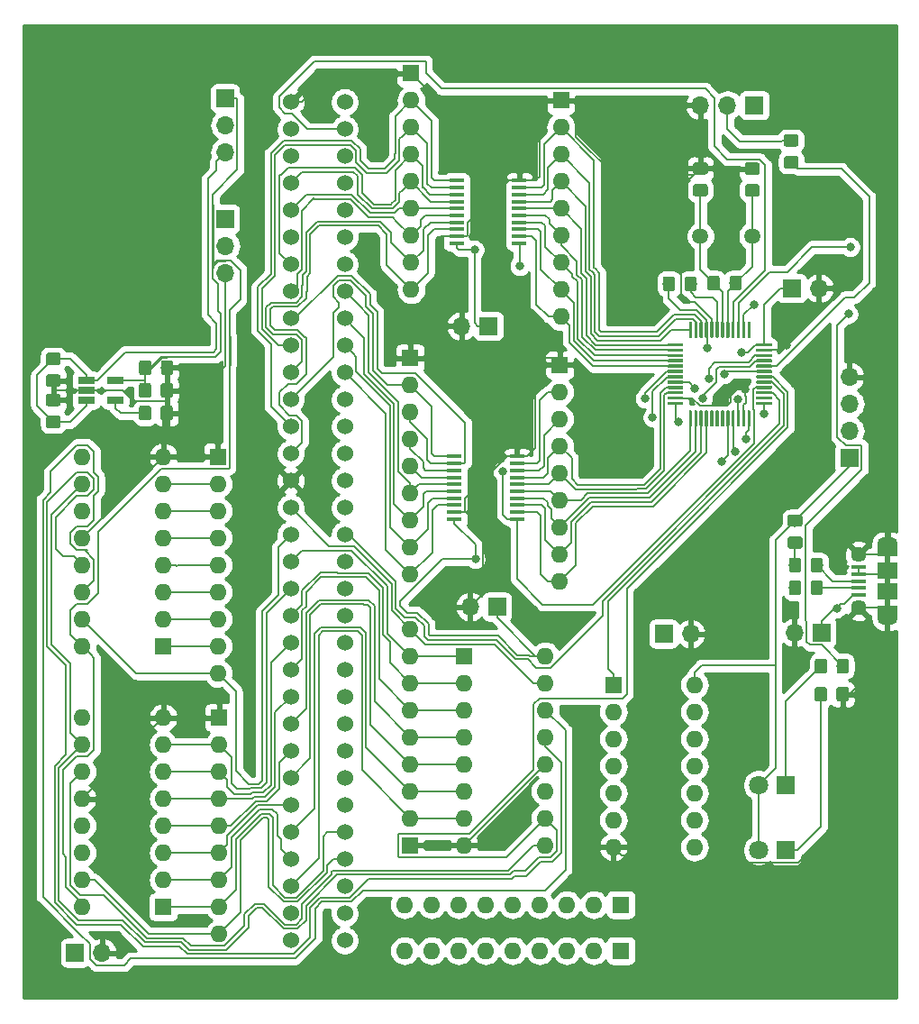
<source format=gbr>
G04 #@! TF.GenerationSoftware,KiCad,Pcbnew,(5.1.4)-1*
G04 #@! TF.CreationDate,2021-02-25T01:02:42-03:00*
G04 #@! TF.ProjectId,Flash,466c6173-682e-46b6-9963-61645f706362,rev?*
G04 #@! TF.SameCoordinates,Original*
G04 #@! TF.FileFunction,Copper,L1,Top*
G04 #@! TF.FilePolarity,Positive*
%FSLAX46Y46*%
G04 Gerber Fmt 4.6, Leading zero omitted, Abs format (unit mm)*
G04 Created by KiCad (PCBNEW (5.1.4)-1) date 2021-02-25 01:02:42*
%MOMM*%
%LPD*%
G04 APERTURE LIST*
%ADD10O,1.700000X1.700000*%
%ADD11R,1.700000X1.700000*%
%ADD12C,1.800000*%
%ADD13R,1.800000X1.800000*%
%ADD14R,1.600000X1.600000*%
%ADD15O,1.600000X1.600000*%
%ADD16C,0.100000*%
%ADD17C,1.150000*%
%ADD18C,1.524000*%
%ADD19R,1.900000X1.500000*%
%ADD20C,1.450000*%
%ADD21R,1.350000X0.400000*%
%ADD22O,1.900000X1.200000*%
%ADD23R,1.900000X1.200000*%
%ADD24R,1.560000X0.650000*%
%ADD25C,0.300000*%
%ADD26R,1.450000X0.450000*%
%ADD27C,1.500000*%
%ADD28C,0.800000*%
%ADD29C,0.200000*%
%ADD30C,0.250000*%
%ADD31C,0.254000*%
G04 APERTURE END LIST*
D10*
X98653600Y-29108400D03*
X98653600Y-26568400D03*
D11*
X98653600Y-24028400D03*
D10*
X152146000Y-74218800D03*
D11*
X154686000Y-74218800D03*
D10*
X87071200Y-104292400D03*
D11*
X84531200Y-104292400D03*
D10*
X121666000Y-71780400D03*
D11*
X124206000Y-71780400D03*
D10*
X120853200Y-45415200D03*
D11*
X123393200Y-45415200D03*
D10*
X154432000Y-41859200D03*
D11*
X151892000Y-41859200D03*
D10*
X142392400Y-74320400D03*
D11*
X139852400Y-74320400D03*
D10*
X143306800Y-24688800D03*
X145846800Y-24688800D03*
D11*
X148386800Y-24688800D03*
D10*
X98653600Y-40436800D03*
X98653600Y-37896800D03*
D11*
X98653600Y-35356800D03*
D12*
X148793200Y-94640400D03*
D13*
X151333200Y-94640400D03*
D12*
X148793200Y-88544400D03*
D13*
X151333200Y-88544400D03*
D14*
X130200400Y-24231600D03*
D15*
X130200400Y-26771600D03*
X130200400Y-29311600D03*
X130200400Y-31851600D03*
X130200400Y-34391600D03*
X130200400Y-36931600D03*
X130200400Y-39471600D03*
X130200400Y-42011600D03*
X130200400Y-44551600D03*
X115519200Y-104089200D03*
X118059200Y-104089200D03*
X120599200Y-104089200D03*
X123139200Y-104089200D03*
X125679200Y-104089200D03*
X128219200Y-104089200D03*
X130759200Y-104089200D03*
X133299200Y-104089200D03*
D14*
X135839200Y-104089200D03*
D16*
G36*
X148658105Y-32108604D02*
G01*
X148682373Y-32112204D01*
X148706172Y-32118165D01*
X148729271Y-32126430D01*
X148751450Y-32136920D01*
X148772493Y-32149532D01*
X148792199Y-32164147D01*
X148810377Y-32180623D01*
X148826853Y-32198801D01*
X148841468Y-32218507D01*
X148854080Y-32239550D01*
X148864570Y-32261729D01*
X148872835Y-32284828D01*
X148878796Y-32308627D01*
X148882396Y-32332895D01*
X148883600Y-32357399D01*
X148883600Y-33007401D01*
X148882396Y-33031905D01*
X148878796Y-33056173D01*
X148872835Y-33079972D01*
X148864570Y-33103071D01*
X148854080Y-33125250D01*
X148841468Y-33146293D01*
X148826853Y-33165999D01*
X148810377Y-33184177D01*
X148792199Y-33200653D01*
X148772493Y-33215268D01*
X148751450Y-33227880D01*
X148729271Y-33238370D01*
X148706172Y-33246635D01*
X148682373Y-33252596D01*
X148658105Y-33256196D01*
X148633601Y-33257400D01*
X147733599Y-33257400D01*
X147709095Y-33256196D01*
X147684827Y-33252596D01*
X147661028Y-33246635D01*
X147637929Y-33238370D01*
X147615750Y-33227880D01*
X147594707Y-33215268D01*
X147575001Y-33200653D01*
X147556823Y-33184177D01*
X147540347Y-33165999D01*
X147525732Y-33146293D01*
X147513120Y-33125250D01*
X147502630Y-33103071D01*
X147494365Y-33079972D01*
X147488404Y-33056173D01*
X147484804Y-33031905D01*
X147483600Y-33007401D01*
X147483600Y-32357399D01*
X147484804Y-32332895D01*
X147488404Y-32308627D01*
X147494365Y-32284828D01*
X147502630Y-32261729D01*
X147513120Y-32239550D01*
X147525732Y-32218507D01*
X147540347Y-32198801D01*
X147556823Y-32180623D01*
X147575001Y-32164147D01*
X147594707Y-32149532D01*
X147615750Y-32136920D01*
X147637929Y-32126430D01*
X147661028Y-32118165D01*
X147684827Y-32112204D01*
X147709095Y-32108604D01*
X147733599Y-32107400D01*
X148633601Y-32107400D01*
X148658105Y-32108604D01*
X148658105Y-32108604D01*
G37*
D17*
X148183600Y-32682400D03*
D16*
G36*
X148658105Y-30058604D02*
G01*
X148682373Y-30062204D01*
X148706172Y-30068165D01*
X148729271Y-30076430D01*
X148751450Y-30086920D01*
X148772493Y-30099532D01*
X148792199Y-30114147D01*
X148810377Y-30130623D01*
X148826853Y-30148801D01*
X148841468Y-30168507D01*
X148854080Y-30189550D01*
X148864570Y-30211729D01*
X148872835Y-30234828D01*
X148878796Y-30258627D01*
X148882396Y-30282895D01*
X148883600Y-30307399D01*
X148883600Y-30957401D01*
X148882396Y-30981905D01*
X148878796Y-31006173D01*
X148872835Y-31029972D01*
X148864570Y-31053071D01*
X148854080Y-31075250D01*
X148841468Y-31096293D01*
X148826853Y-31115999D01*
X148810377Y-31134177D01*
X148792199Y-31150653D01*
X148772493Y-31165268D01*
X148751450Y-31177880D01*
X148729271Y-31188370D01*
X148706172Y-31196635D01*
X148682373Y-31202596D01*
X148658105Y-31206196D01*
X148633601Y-31207400D01*
X147733599Y-31207400D01*
X147709095Y-31206196D01*
X147684827Y-31202596D01*
X147661028Y-31196635D01*
X147637929Y-31188370D01*
X147615750Y-31177880D01*
X147594707Y-31165268D01*
X147575001Y-31150653D01*
X147556823Y-31134177D01*
X147540347Y-31115999D01*
X147525732Y-31096293D01*
X147513120Y-31075250D01*
X147502630Y-31053071D01*
X147494365Y-31029972D01*
X147488404Y-31006173D01*
X147484804Y-30981905D01*
X147483600Y-30957401D01*
X147483600Y-30307399D01*
X147484804Y-30282895D01*
X147488404Y-30258627D01*
X147494365Y-30234828D01*
X147502630Y-30211729D01*
X147513120Y-30189550D01*
X147525732Y-30168507D01*
X147540347Y-30148801D01*
X147556823Y-30130623D01*
X147575001Y-30114147D01*
X147594707Y-30099532D01*
X147615750Y-30086920D01*
X147637929Y-30076430D01*
X147661028Y-30068165D01*
X147684827Y-30062204D01*
X147709095Y-30058604D01*
X147733599Y-30057400D01*
X148633601Y-30057400D01*
X148658105Y-30058604D01*
X148658105Y-30058604D01*
G37*
D17*
X148183600Y-30632400D03*
D16*
G36*
X143781305Y-30040604D02*
G01*
X143805573Y-30044204D01*
X143829372Y-30050165D01*
X143852471Y-30058430D01*
X143874650Y-30068920D01*
X143895693Y-30081532D01*
X143915399Y-30096147D01*
X143933577Y-30112623D01*
X143950053Y-30130801D01*
X143964668Y-30150507D01*
X143977280Y-30171550D01*
X143987770Y-30193729D01*
X143996035Y-30216828D01*
X144001996Y-30240627D01*
X144005596Y-30264895D01*
X144006800Y-30289399D01*
X144006800Y-30939401D01*
X144005596Y-30963905D01*
X144001996Y-30988173D01*
X143996035Y-31011972D01*
X143987770Y-31035071D01*
X143977280Y-31057250D01*
X143964668Y-31078293D01*
X143950053Y-31097999D01*
X143933577Y-31116177D01*
X143915399Y-31132653D01*
X143895693Y-31147268D01*
X143874650Y-31159880D01*
X143852471Y-31170370D01*
X143829372Y-31178635D01*
X143805573Y-31184596D01*
X143781305Y-31188196D01*
X143756801Y-31189400D01*
X142856799Y-31189400D01*
X142832295Y-31188196D01*
X142808027Y-31184596D01*
X142784228Y-31178635D01*
X142761129Y-31170370D01*
X142738950Y-31159880D01*
X142717907Y-31147268D01*
X142698201Y-31132653D01*
X142680023Y-31116177D01*
X142663547Y-31097999D01*
X142648932Y-31078293D01*
X142636320Y-31057250D01*
X142625830Y-31035071D01*
X142617565Y-31011972D01*
X142611604Y-30988173D01*
X142608004Y-30963905D01*
X142606800Y-30939401D01*
X142606800Y-30289399D01*
X142608004Y-30264895D01*
X142611604Y-30240627D01*
X142617565Y-30216828D01*
X142625830Y-30193729D01*
X142636320Y-30171550D01*
X142648932Y-30150507D01*
X142663547Y-30130801D01*
X142680023Y-30112623D01*
X142698201Y-30096147D01*
X142717907Y-30081532D01*
X142738950Y-30068920D01*
X142761129Y-30058430D01*
X142784228Y-30050165D01*
X142808027Y-30044204D01*
X142832295Y-30040604D01*
X142856799Y-30039400D01*
X143756801Y-30039400D01*
X143781305Y-30040604D01*
X143781305Y-30040604D01*
G37*
D17*
X143306800Y-30614400D03*
D16*
G36*
X143781305Y-32090604D02*
G01*
X143805573Y-32094204D01*
X143829372Y-32100165D01*
X143852471Y-32108430D01*
X143874650Y-32118920D01*
X143895693Y-32131532D01*
X143915399Y-32146147D01*
X143933577Y-32162623D01*
X143950053Y-32180801D01*
X143964668Y-32200507D01*
X143977280Y-32221550D01*
X143987770Y-32243729D01*
X143996035Y-32266828D01*
X144001996Y-32290627D01*
X144005596Y-32314895D01*
X144006800Y-32339399D01*
X144006800Y-32989401D01*
X144005596Y-33013905D01*
X144001996Y-33038173D01*
X143996035Y-33061972D01*
X143987770Y-33085071D01*
X143977280Y-33107250D01*
X143964668Y-33128293D01*
X143950053Y-33147999D01*
X143933577Y-33166177D01*
X143915399Y-33182653D01*
X143895693Y-33197268D01*
X143874650Y-33209880D01*
X143852471Y-33220370D01*
X143829372Y-33228635D01*
X143805573Y-33234596D01*
X143781305Y-33238196D01*
X143756801Y-33239400D01*
X142856799Y-33239400D01*
X142832295Y-33238196D01*
X142808027Y-33234596D01*
X142784228Y-33228635D01*
X142761129Y-33220370D01*
X142738950Y-33209880D01*
X142717907Y-33197268D01*
X142698201Y-33182653D01*
X142680023Y-33166177D01*
X142663547Y-33147999D01*
X142648932Y-33128293D01*
X142636320Y-33107250D01*
X142625830Y-33085071D01*
X142617565Y-33061972D01*
X142611604Y-33038173D01*
X142608004Y-33013905D01*
X142606800Y-32989401D01*
X142606800Y-32339399D01*
X142608004Y-32314895D01*
X142611604Y-32290627D01*
X142617565Y-32266828D01*
X142625830Y-32243729D01*
X142636320Y-32221550D01*
X142648932Y-32200507D01*
X142663547Y-32180801D01*
X142680023Y-32162623D01*
X142698201Y-32146147D01*
X142717907Y-32131532D01*
X142738950Y-32118920D01*
X142761129Y-32108430D01*
X142784228Y-32100165D01*
X142808027Y-32094204D01*
X142832295Y-32090604D01*
X142856799Y-32089400D01*
X143756801Y-32089400D01*
X143781305Y-32090604D01*
X143781305Y-32090604D01*
G37*
D17*
X143306800Y-32664400D03*
D16*
G36*
X82973705Y-47922204D02*
G01*
X82997973Y-47925804D01*
X83021772Y-47931765D01*
X83044871Y-47940030D01*
X83067050Y-47950520D01*
X83088093Y-47963132D01*
X83107799Y-47977747D01*
X83125977Y-47994223D01*
X83142453Y-48012401D01*
X83157068Y-48032107D01*
X83169680Y-48053150D01*
X83180170Y-48075329D01*
X83188435Y-48098428D01*
X83194396Y-48122227D01*
X83197996Y-48146495D01*
X83199200Y-48170999D01*
X83199200Y-48821001D01*
X83197996Y-48845505D01*
X83194396Y-48869773D01*
X83188435Y-48893572D01*
X83180170Y-48916671D01*
X83169680Y-48938850D01*
X83157068Y-48959893D01*
X83142453Y-48979599D01*
X83125977Y-48997777D01*
X83107799Y-49014253D01*
X83088093Y-49028868D01*
X83067050Y-49041480D01*
X83044871Y-49051970D01*
X83021772Y-49060235D01*
X82997973Y-49066196D01*
X82973705Y-49069796D01*
X82949201Y-49071000D01*
X82049199Y-49071000D01*
X82024695Y-49069796D01*
X82000427Y-49066196D01*
X81976628Y-49060235D01*
X81953529Y-49051970D01*
X81931350Y-49041480D01*
X81910307Y-49028868D01*
X81890601Y-49014253D01*
X81872423Y-48997777D01*
X81855947Y-48979599D01*
X81841332Y-48959893D01*
X81828720Y-48938850D01*
X81818230Y-48916671D01*
X81809965Y-48893572D01*
X81804004Y-48869773D01*
X81800404Y-48845505D01*
X81799200Y-48821001D01*
X81799200Y-48170999D01*
X81800404Y-48146495D01*
X81804004Y-48122227D01*
X81809965Y-48098428D01*
X81818230Y-48075329D01*
X81828720Y-48053150D01*
X81841332Y-48032107D01*
X81855947Y-48012401D01*
X81872423Y-47994223D01*
X81890601Y-47977747D01*
X81910307Y-47963132D01*
X81931350Y-47950520D01*
X81953529Y-47940030D01*
X81976628Y-47931765D01*
X82000427Y-47925804D01*
X82024695Y-47922204D01*
X82049199Y-47921000D01*
X82949201Y-47921000D01*
X82973705Y-47922204D01*
X82973705Y-47922204D01*
G37*
D17*
X82499200Y-48496000D03*
D16*
G36*
X82973705Y-49972204D02*
G01*
X82997973Y-49975804D01*
X83021772Y-49981765D01*
X83044871Y-49990030D01*
X83067050Y-50000520D01*
X83088093Y-50013132D01*
X83107799Y-50027747D01*
X83125977Y-50044223D01*
X83142453Y-50062401D01*
X83157068Y-50082107D01*
X83169680Y-50103150D01*
X83180170Y-50125329D01*
X83188435Y-50148428D01*
X83194396Y-50172227D01*
X83197996Y-50196495D01*
X83199200Y-50220999D01*
X83199200Y-50871001D01*
X83197996Y-50895505D01*
X83194396Y-50919773D01*
X83188435Y-50943572D01*
X83180170Y-50966671D01*
X83169680Y-50988850D01*
X83157068Y-51009893D01*
X83142453Y-51029599D01*
X83125977Y-51047777D01*
X83107799Y-51064253D01*
X83088093Y-51078868D01*
X83067050Y-51091480D01*
X83044871Y-51101970D01*
X83021772Y-51110235D01*
X82997973Y-51116196D01*
X82973705Y-51119796D01*
X82949201Y-51121000D01*
X82049199Y-51121000D01*
X82024695Y-51119796D01*
X82000427Y-51116196D01*
X81976628Y-51110235D01*
X81953529Y-51101970D01*
X81931350Y-51091480D01*
X81910307Y-51078868D01*
X81890601Y-51064253D01*
X81872423Y-51047777D01*
X81855947Y-51029599D01*
X81841332Y-51009893D01*
X81828720Y-50988850D01*
X81818230Y-50966671D01*
X81809965Y-50943572D01*
X81804004Y-50919773D01*
X81800404Y-50895505D01*
X81799200Y-50871001D01*
X81799200Y-50220999D01*
X81800404Y-50196495D01*
X81804004Y-50172227D01*
X81809965Y-50148428D01*
X81818230Y-50125329D01*
X81828720Y-50103150D01*
X81841332Y-50082107D01*
X81855947Y-50062401D01*
X81872423Y-50044223D01*
X81890601Y-50027747D01*
X81910307Y-50013132D01*
X81931350Y-50000520D01*
X81953529Y-49990030D01*
X81976628Y-49981765D01*
X82000427Y-49975804D01*
X82024695Y-49972204D01*
X82049199Y-49971000D01*
X82949201Y-49971000D01*
X82973705Y-49972204D01*
X82973705Y-49972204D01*
G37*
D17*
X82499200Y-50546000D03*
D16*
G36*
X82973705Y-51801004D02*
G01*
X82997973Y-51804604D01*
X83021772Y-51810565D01*
X83044871Y-51818830D01*
X83067050Y-51829320D01*
X83088093Y-51841932D01*
X83107799Y-51856547D01*
X83125977Y-51873023D01*
X83142453Y-51891201D01*
X83157068Y-51910907D01*
X83169680Y-51931950D01*
X83180170Y-51954129D01*
X83188435Y-51977228D01*
X83194396Y-52001027D01*
X83197996Y-52025295D01*
X83199200Y-52049799D01*
X83199200Y-52699801D01*
X83197996Y-52724305D01*
X83194396Y-52748573D01*
X83188435Y-52772372D01*
X83180170Y-52795471D01*
X83169680Y-52817650D01*
X83157068Y-52838693D01*
X83142453Y-52858399D01*
X83125977Y-52876577D01*
X83107799Y-52893053D01*
X83088093Y-52907668D01*
X83067050Y-52920280D01*
X83044871Y-52930770D01*
X83021772Y-52939035D01*
X82997973Y-52944996D01*
X82973705Y-52948596D01*
X82949201Y-52949800D01*
X82049199Y-52949800D01*
X82024695Y-52948596D01*
X82000427Y-52944996D01*
X81976628Y-52939035D01*
X81953529Y-52930770D01*
X81931350Y-52920280D01*
X81910307Y-52907668D01*
X81890601Y-52893053D01*
X81872423Y-52876577D01*
X81855947Y-52858399D01*
X81841332Y-52838693D01*
X81828720Y-52817650D01*
X81818230Y-52795471D01*
X81809965Y-52772372D01*
X81804004Y-52748573D01*
X81800404Y-52724305D01*
X81799200Y-52699801D01*
X81799200Y-52049799D01*
X81800404Y-52025295D01*
X81804004Y-52001027D01*
X81809965Y-51977228D01*
X81818230Y-51954129D01*
X81828720Y-51931950D01*
X81841332Y-51910907D01*
X81855947Y-51891201D01*
X81872423Y-51873023D01*
X81890601Y-51856547D01*
X81910307Y-51841932D01*
X81931350Y-51829320D01*
X81953529Y-51818830D01*
X81976628Y-51810565D01*
X82000427Y-51804604D01*
X82024695Y-51801004D01*
X82049199Y-51799800D01*
X82949201Y-51799800D01*
X82973705Y-51801004D01*
X82973705Y-51801004D01*
G37*
D17*
X82499200Y-52374800D03*
D16*
G36*
X82973705Y-53851004D02*
G01*
X82997973Y-53854604D01*
X83021772Y-53860565D01*
X83044871Y-53868830D01*
X83067050Y-53879320D01*
X83088093Y-53891932D01*
X83107799Y-53906547D01*
X83125977Y-53923023D01*
X83142453Y-53941201D01*
X83157068Y-53960907D01*
X83169680Y-53981950D01*
X83180170Y-54004129D01*
X83188435Y-54027228D01*
X83194396Y-54051027D01*
X83197996Y-54075295D01*
X83199200Y-54099799D01*
X83199200Y-54749801D01*
X83197996Y-54774305D01*
X83194396Y-54798573D01*
X83188435Y-54822372D01*
X83180170Y-54845471D01*
X83169680Y-54867650D01*
X83157068Y-54888693D01*
X83142453Y-54908399D01*
X83125977Y-54926577D01*
X83107799Y-54943053D01*
X83088093Y-54957668D01*
X83067050Y-54970280D01*
X83044871Y-54980770D01*
X83021772Y-54989035D01*
X82997973Y-54994996D01*
X82973705Y-54998596D01*
X82949201Y-54999800D01*
X82049199Y-54999800D01*
X82024695Y-54998596D01*
X82000427Y-54994996D01*
X81976628Y-54989035D01*
X81953529Y-54980770D01*
X81931350Y-54970280D01*
X81910307Y-54957668D01*
X81890601Y-54943053D01*
X81872423Y-54926577D01*
X81855947Y-54908399D01*
X81841332Y-54888693D01*
X81828720Y-54867650D01*
X81818230Y-54845471D01*
X81809965Y-54822372D01*
X81804004Y-54798573D01*
X81800404Y-54774305D01*
X81799200Y-54749801D01*
X81799200Y-54099799D01*
X81800404Y-54075295D01*
X81804004Y-54051027D01*
X81809965Y-54027228D01*
X81818230Y-54004129D01*
X81828720Y-53981950D01*
X81841332Y-53960907D01*
X81855947Y-53941201D01*
X81872423Y-53923023D01*
X81890601Y-53906547D01*
X81910307Y-53891932D01*
X81931350Y-53879320D01*
X81953529Y-53868830D01*
X81976628Y-53860565D01*
X82000427Y-53854604D01*
X82024695Y-53851004D01*
X82049199Y-53849800D01*
X82949201Y-53849800D01*
X82973705Y-53851004D01*
X82973705Y-53851004D01*
G37*
D17*
X82499200Y-54424800D03*
D16*
G36*
X91466705Y-52895204D02*
G01*
X91490973Y-52898804D01*
X91514772Y-52904765D01*
X91537871Y-52913030D01*
X91560050Y-52923520D01*
X91581093Y-52936132D01*
X91600799Y-52950747D01*
X91618977Y-52967223D01*
X91635453Y-52985401D01*
X91650068Y-53005107D01*
X91662680Y-53026150D01*
X91673170Y-53048329D01*
X91681435Y-53071428D01*
X91687396Y-53095227D01*
X91690996Y-53119495D01*
X91692200Y-53143999D01*
X91692200Y-54044001D01*
X91690996Y-54068505D01*
X91687396Y-54092773D01*
X91681435Y-54116572D01*
X91673170Y-54139671D01*
X91662680Y-54161850D01*
X91650068Y-54182893D01*
X91635453Y-54202599D01*
X91618977Y-54220777D01*
X91600799Y-54237253D01*
X91581093Y-54251868D01*
X91560050Y-54264480D01*
X91537871Y-54274970D01*
X91514772Y-54283235D01*
X91490973Y-54289196D01*
X91466705Y-54292796D01*
X91442201Y-54294000D01*
X90792199Y-54294000D01*
X90767695Y-54292796D01*
X90743427Y-54289196D01*
X90719628Y-54283235D01*
X90696529Y-54274970D01*
X90674350Y-54264480D01*
X90653307Y-54251868D01*
X90633601Y-54237253D01*
X90615423Y-54220777D01*
X90598947Y-54202599D01*
X90584332Y-54182893D01*
X90571720Y-54161850D01*
X90561230Y-54139671D01*
X90552965Y-54116572D01*
X90547004Y-54092773D01*
X90543404Y-54068505D01*
X90542200Y-54044001D01*
X90542200Y-53143999D01*
X90543404Y-53119495D01*
X90547004Y-53095227D01*
X90552965Y-53071428D01*
X90561230Y-53048329D01*
X90571720Y-53026150D01*
X90584332Y-53005107D01*
X90598947Y-52985401D01*
X90615423Y-52967223D01*
X90633601Y-52950747D01*
X90653307Y-52936132D01*
X90674350Y-52923520D01*
X90696529Y-52913030D01*
X90719628Y-52904765D01*
X90743427Y-52898804D01*
X90767695Y-52895204D01*
X90792199Y-52894000D01*
X91442201Y-52894000D01*
X91466705Y-52895204D01*
X91466705Y-52895204D01*
G37*
D17*
X91117200Y-53594000D03*
D16*
G36*
X93516705Y-52895204D02*
G01*
X93540973Y-52898804D01*
X93564772Y-52904765D01*
X93587871Y-52913030D01*
X93610050Y-52923520D01*
X93631093Y-52936132D01*
X93650799Y-52950747D01*
X93668977Y-52967223D01*
X93685453Y-52985401D01*
X93700068Y-53005107D01*
X93712680Y-53026150D01*
X93723170Y-53048329D01*
X93731435Y-53071428D01*
X93737396Y-53095227D01*
X93740996Y-53119495D01*
X93742200Y-53143999D01*
X93742200Y-54044001D01*
X93740996Y-54068505D01*
X93737396Y-54092773D01*
X93731435Y-54116572D01*
X93723170Y-54139671D01*
X93712680Y-54161850D01*
X93700068Y-54182893D01*
X93685453Y-54202599D01*
X93668977Y-54220777D01*
X93650799Y-54237253D01*
X93631093Y-54251868D01*
X93610050Y-54264480D01*
X93587871Y-54274970D01*
X93564772Y-54283235D01*
X93540973Y-54289196D01*
X93516705Y-54292796D01*
X93492201Y-54294000D01*
X92842199Y-54294000D01*
X92817695Y-54292796D01*
X92793427Y-54289196D01*
X92769628Y-54283235D01*
X92746529Y-54274970D01*
X92724350Y-54264480D01*
X92703307Y-54251868D01*
X92683601Y-54237253D01*
X92665423Y-54220777D01*
X92648947Y-54202599D01*
X92634332Y-54182893D01*
X92621720Y-54161850D01*
X92611230Y-54139671D01*
X92602965Y-54116572D01*
X92597004Y-54092773D01*
X92593404Y-54068505D01*
X92592200Y-54044001D01*
X92592200Y-53143999D01*
X92593404Y-53119495D01*
X92597004Y-53095227D01*
X92602965Y-53071428D01*
X92611230Y-53048329D01*
X92621720Y-53026150D01*
X92634332Y-53005107D01*
X92648947Y-52985401D01*
X92665423Y-52967223D01*
X92683601Y-52950747D01*
X92703307Y-52936132D01*
X92724350Y-52923520D01*
X92746529Y-52913030D01*
X92769628Y-52904765D01*
X92793427Y-52898804D01*
X92817695Y-52895204D01*
X92842199Y-52894000D01*
X93492201Y-52894000D01*
X93516705Y-52895204D01*
X93516705Y-52895204D01*
G37*
D17*
X93167200Y-53594000D03*
D16*
G36*
X91475705Y-50761604D02*
G01*
X91499973Y-50765204D01*
X91523772Y-50771165D01*
X91546871Y-50779430D01*
X91569050Y-50789920D01*
X91590093Y-50802532D01*
X91609799Y-50817147D01*
X91627977Y-50833623D01*
X91644453Y-50851801D01*
X91659068Y-50871507D01*
X91671680Y-50892550D01*
X91682170Y-50914729D01*
X91690435Y-50937828D01*
X91696396Y-50961627D01*
X91699996Y-50985895D01*
X91701200Y-51010399D01*
X91701200Y-51910401D01*
X91699996Y-51934905D01*
X91696396Y-51959173D01*
X91690435Y-51982972D01*
X91682170Y-52006071D01*
X91671680Y-52028250D01*
X91659068Y-52049293D01*
X91644453Y-52068999D01*
X91627977Y-52087177D01*
X91609799Y-52103653D01*
X91590093Y-52118268D01*
X91569050Y-52130880D01*
X91546871Y-52141370D01*
X91523772Y-52149635D01*
X91499973Y-52155596D01*
X91475705Y-52159196D01*
X91451201Y-52160400D01*
X90801199Y-52160400D01*
X90776695Y-52159196D01*
X90752427Y-52155596D01*
X90728628Y-52149635D01*
X90705529Y-52141370D01*
X90683350Y-52130880D01*
X90662307Y-52118268D01*
X90642601Y-52103653D01*
X90624423Y-52087177D01*
X90607947Y-52068999D01*
X90593332Y-52049293D01*
X90580720Y-52028250D01*
X90570230Y-52006071D01*
X90561965Y-51982972D01*
X90556004Y-51959173D01*
X90552404Y-51934905D01*
X90551200Y-51910401D01*
X90551200Y-51010399D01*
X90552404Y-50985895D01*
X90556004Y-50961627D01*
X90561965Y-50937828D01*
X90570230Y-50914729D01*
X90580720Y-50892550D01*
X90593332Y-50871507D01*
X90607947Y-50851801D01*
X90624423Y-50833623D01*
X90642601Y-50817147D01*
X90662307Y-50802532D01*
X90683350Y-50789920D01*
X90705529Y-50779430D01*
X90728628Y-50771165D01*
X90752427Y-50765204D01*
X90776695Y-50761604D01*
X90801199Y-50760400D01*
X91451201Y-50760400D01*
X91475705Y-50761604D01*
X91475705Y-50761604D01*
G37*
D17*
X91126200Y-51460400D03*
D16*
G36*
X93525705Y-50761604D02*
G01*
X93549973Y-50765204D01*
X93573772Y-50771165D01*
X93596871Y-50779430D01*
X93619050Y-50789920D01*
X93640093Y-50802532D01*
X93659799Y-50817147D01*
X93677977Y-50833623D01*
X93694453Y-50851801D01*
X93709068Y-50871507D01*
X93721680Y-50892550D01*
X93732170Y-50914729D01*
X93740435Y-50937828D01*
X93746396Y-50961627D01*
X93749996Y-50985895D01*
X93751200Y-51010399D01*
X93751200Y-51910401D01*
X93749996Y-51934905D01*
X93746396Y-51959173D01*
X93740435Y-51982972D01*
X93732170Y-52006071D01*
X93721680Y-52028250D01*
X93709068Y-52049293D01*
X93694453Y-52068999D01*
X93677977Y-52087177D01*
X93659799Y-52103653D01*
X93640093Y-52118268D01*
X93619050Y-52130880D01*
X93596871Y-52141370D01*
X93573772Y-52149635D01*
X93549973Y-52155596D01*
X93525705Y-52159196D01*
X93501201Y-52160400D01*
X92851199Y-52160400D01*
X92826695Y-52159196D01*
X92802427Y-52155596D01*
X92778628Y-52149635D01*
X92755529Y-52141370D01*
X92733350Y-52130880D01*
X92712307Y-52118268D01*
X92692601Y-52103653D01*
X92674423Y-52087177D01*
X92657947Y-52068999D01*
X92643332Y-52049293D01*
X92630720Y-52028250D01*
X92620230Y-52006071D01*
X92611965Y-51982972D01*
X92606004Y-51959173D01*
X92602404Y-51934905D01*
X92601200Y-51910401D01*
X92601200Y-51010399D01*
X92602404Y-50985895D01*
X92606004Y-50961627D01*
X92611965Y-50937828D01*
X92620230Y-50914729D01*
X92630720Y-50892550D01*
X92643332Y-50871507D01*
X92657947Y-50851801D01*
X92674423Y-50833623D01*
X92692601Y-50817147D01*
X92712307Y-50802532D01*
X92733350Y-50789920D01*
X92755529Y-50779430D01*
X92778628Y-50771165D01*
X92802427Y-50765204D01*
X92826695Y-50761604D01*
X92851199Y-50760400D01*
X93501201Y-50760400D01*
X93525705Y-50761604D01*
X93525705Y-50761604D01*
G37*
D17*
X93176200Y-51460400D03*
D16*
G36*
X93534705Y-48628004D02*
G01*
X93558973Y-48631604D01*
X93582772Y-48637565D01*
X93605871Y-48645830D01*
X93628050Y-48656320D01*
X93649093Y-48668932D01*
X93668799Y-48683547D01*
X93686977Y-48700023D01*
X93703453Y-48718201D01*
X93718068Y-48737907D01*
X93730680Y-48758950D01*
X93741170Y-48781129D01*
X93749435Y-48804228D01*
X93755396Y-48828027D01*
X93758996Y-48852295D01*
X93760200Y-48876799D01*
X93760200Y-49776801D01*
X93758996Y-49801305D01*
X93755396Y-49825573D01*
X93749435Y-49849372D01*
X93741170Y-49872471D01*
X93730680Y-49894650D01*
X93718068Y-49915693D01*
X93703453Y-49935399D01*
X93686977Y-49953577D01*
X93668799Y-49970053D01*
X93649093Y-49984668D01*
X93628050Y-49997280D01*
X93605871Y-50007770D01*
X93582772Y-50016035D01*
X93558973Y-50021996D01*
X93534705Y-50025596D01*
X93510201Y-50026800D01*
X92860199Y-50026800D01*
X92835695Y-50025596D01*
X92811427Y-50021996D01*
X92787628Y-50016035D01*
X92764529Y-50007770D01*
X92742350Y-49997280D01*
X92721307Y-49984668D01*
X92701601Y-49970053D01*
X92683423Y-49953577D01*
X92666947Y-49935399D01*
X92652332Y-49915693D01*
X92639720Y-49894650D01*
X92629230Y-49872471D01*
X92620965Y-49849372D01*
X92615004Y-49825573D01*
X92611404Y-49801305D01*
X92610200Y-49776801D01*
X92610200Y-48876799D01*
X92611404Y-48852295D01*
X92615004Y-48828027D01*
X92620965Y-48804228D01*
X92629230Y-48781129D01*
X92639720Y-48758950D01*
X92652332Y-48737907D01*
X92666947Y-48718201D01*
X92683423Y-48700023D01*
X92701601Y-48683547D01*
X92721307Y-48668932D01*
X92742350Y-48656320D01*
X92764529Y-48645830D01*
X92787628Y-48637565D01*
X92811427Y-48631604D01*
X92835695Y-48628004D01*
X92860199Y-48626800D01*
X93510201Y-48626800D01*
X93534705Y-48628004D01*
X93534705Y-48628004D01*
G37*
D17*
X93185200Y-49326800D03*
D16*
G36*
X91484705Y-48628004D02*
G01*
X91508973Y-48631604D01*
X91532772Y-48637565D01*
X91555871Y-48645830D01*
X91578050Y-48656320D01*
X91599093Y-48668932D01*
X91618799Y-48683547D01*
X91636977Y-48700023D01*
X91653453Y-48718201D01*
X91668068Y-48737907D01*
X91680680Y-48758950D01*
X91691170Y-48781129D01*
X91699435Y-48804228D01*
X91705396Y-48828027D01*
X91708996Y-48852295D01*
X91710200Y-48876799D01*
X91710200Y-49776801D01*
X91708996Y-49801305D01*
X91705396Y-49825573D01*
X91699435Y-49849372D01*
X91691170Y-49872471D01*
X91680680Y-49894650D01*
X91668068Y-49915693D01*
X91653453Y-49935399D01*
X91636977Y-49953577D01*
X91618799Y-49970053D01*
X91599093Y-49984668D01*
X91578050Y-49997280D01*
X91555871Y-50007770D01*
X91532772Y-50016035D01*
X91508973Y-50021996D01*
X91484705Y-50025596D01*
X91460201Y-50026800D01*
X90810199Y-50026800D01*
X90785695Y-50025596D01*
X90761427Y-50021996D01*
X90737628Y-50016035D01*
X90714529Y-50007770D01*
X90692350Y-49997280D01*
X90671307Y-49984668D01*
X90651601Y-49970053D01*
X90633423Y-49953577D01*
X90616947Y-49935399D01*
X90602332Y-49915693D01*
X90589720Y-49894650D01*
X90579230Y-49872471D01*
X90570965Y-49849372D01*
X90565004Y-49825573D01*
X90561404Y-49801305D01*
X90560200Y-49776801D01*
X90560200Y-48876799D01*
X90561404Y-48852295D01*
X90565004Y-48828027D01*
X90570965Y-48804228D01*
X90579230Y-48781129D01*
X90589720Y-48758950D01*
X90602332Y-48737907D01*
X90616947Y-48718201D01*
X90633423Y-48700023D01*
X90651601Y-48683547D01*
X90671307Y-48668932D01*
X90692350Y-48656320D01*
X90714529Y-48645830D01*
X90737628Y-48637565D01*
X90761427Y-48631604D01*
X90785695Y-48628004D01*
X90810199Y-48626800D01*
X91460201Y-48626800D01*
X91484705Y-48628004D01*
X91484705Y-48628004D01*
G37*
D17*
X91135200Y-49326800D03*
D18*
X104800400Y-39624000D03*
X104800400Y-42164000D03*
X104800400Y-44704000D03*
X104800400Y-47244000D03*
X104800400Y-24384000D03*
X104800400Y-26924000D03*
X104800400Y-29464000D03*
X104800400Y-32004000D03*
X104800400Y-34544000D03*
X104800400Y-37084000D03*
X109880400Y-24384000D03*
X109880400Y-26924000D03*
X109880400Y-29464000D03*
X109880400Y-32004000D03*
X109880400Y-34544000D03*
X109880400Y-37084000D03*
X109880400Y-39624000D03*
X109880400Y-42164000D03*
X109880400Y-44704000D03*
X109880400Y-47244000D03*
X109880400Y-103124000D03*
X109880400Y-100584000D03*
X109880400Y-98044000D03*
X109880400Y-95504000D03*
X109880400Y-92964000D03*
X109880400Y-90424000D03*
X109880400Y-87884000D03*
X109880400Y-85344000D03*
X109880400Y-82804000D03*
X109880400Y-80264000D03*
X109880400Y-77724000D03*
X109880400Y-75184000D03*
X109880400Y-72644000D03*
X109880400Y-70104000D03*
X109880400Y-67564000D03*
X109880400Y-65024000D03*
X109880400Y-62484000D03*
X109880400Y-59944000D03*
X109880400Y-57404000D03*
X109880400Y-54864000D03*
X109880400Y-52324000D03*
X109880400Y-49784000D03*
X104800400Y-103124000D03*
X104800400Y-100584000D03*
X104800400Y-98044000D03*
X104800400Y-95504000D03*
X104800400Y-92964000D03*
X104800400Y-90424000D03*
X104800400Y-87884000D03*
X104800400Y-85344000D03*
X104800400Y-82804000D03*
X104800400Y-80264000D03*
X104800400Y-77724000D03*
X104800400Y-75184000D03*
X104800400Y-72644000D03*
X104800400Y-70104000D03*
X104800400Y-67564000D03*
X104800400Y-65024000D03*
X104800400Y-62484000D03*
X104800400Y-59944000D03*
X104800400Y-57404000D03*
X104800400Y-54864000D03*
X104800400Y-52324000D03*
X104800400Y-49784000D03*
D19*
X160883600Y-68376800D03*
D20*
X158183600Y-71876800D03*
D21*
X158183600Y-70026800D03*
X158183600Y-70676800D03*
X158183600Y-68076800D03*
X158183600Y-68726800D03*
X158183600Y-69376800D03*
D20*
X158183600Y-66876800D03*
D19*
X160883600Y-70376800D03*
D22*
X160883600Y-72876800D03*
X160883600Y-65876800D03*
D23*
X160883600Y-66476800D03*
X160883600Y-72276800D03*
D16*
G36*
X157034705Y-76669604D02*
G01*
X157058973Y-76673204D01*
X157082772Y-76679165D01*
X157105871Y-76687430D01*
X157128050Y-76697920D01*
X157149093Y-76710532D01*
X157168799Y-76725147D01*
X157186977Y-76741623D01*
X157203453Y-76759801D01*
X157218068Y-76779507D01*
X157230680Y-76800550D01*
X157241170Y-76822729D01*
X157249435Y-76845828D01*
X157255396Y-76869627D01*
X157258996Y-76893895D01*
X157260200Y-76918399D01*
X157260200Y-77818401D01*
X157258996Y-77842905D01*
X157255396Y-77867173D01*
X157249435Y-77890972D01*
X157241170Y-77914071D01*
X157230680Y-77936250D01*
X157218068Y-77957293D01*
X157203453Y-77976999D01*
X157186977Y-77995177D01*
X157168799Y-78011653D01*
X157149093Y-78026268D01*
X157128050Y-78038880D01*
X157105871Y-78049370D01*
X157082772Y-78057635D01*
X157058973Y-78063596D01*
X157034705Y-78067196D01*
X157010201Y-78068400D01*
X156360199Y-78068400D01*
X156335695Y-78067196D01*
X156311427Y-78063596D01*
X156287628Y-78057635D01*
X156264529Y-78049370D01*
X156242350Y-78038880D01*
X156221307Y-78026268D01*
X156201601Y-78011653D01*
X156183423Y-77995177D01*
X156166947Y-77976999D01*
X156152332Y-77957293D01*
X156139720Y-77936250D01*
X156129230Y-77914071D01*
X156120965Y-77890972D01*
X156115004Y-77867173D01*
X156111404Y-77842905D01*
X156110200Y-77818401D01*
X156110200Y-76918399D01*
X156111404Y-76893895D01*
X156115004Y-76869627D01*
X156120965Y-76845828D01*
X156129230Y-76822729D01*
X156139720Y-76800550D01*
X156152332Y-76779507D01*
X156166947Y-76759801D01*
X156183423Y-76741623D01*
X156201601Y-76725147D01*
X156221307Y-76710532D01*
X156242350Y-76697920D01*
X156264529Y-76687430D01*
X156287628Y-76679165D01*
X156311427Y-76673204D01*
X156335695Y-76669604D01*
X156360199Y-76668400D01*
X157010201Y-76668400D01*
X157034705Y-76669604D01*
X157034705Y-76669604D01*
G37*
D17*
X156685200Y-77368400D03*
D16*
G36*
X154984705Y-76669604D02*
G01*
X155008973Y-76673204D01*
X155032772Y-76679165D01*
X155055871Y-76687430D01*
X155078050Y-76697920D01*
X155099093Y-76710532D01*
X155118799Y-76725147D01*
X155136977Y-76741623D01*
X155153453Y-76759801D01*
X155168068Y-76779507D01*
X155180680Y-76800550D01*
X155191170Y-76822729D01*
X155199435Y-76845828D01*
X155205396Y-76869627D01*
X155208996Y-76893895D01*
X155210200Y-76918399D01*
X155210200Y-77818401D01*
X155208996Y-77842905D01*
X155205396Y-77867173D01*
X155199435Y-77890972D01*
X155191170Y-77914071D01*
X155180680Y-77936250D01*
X155168068Y-77957293D01*
X155153453Y-77976999D01*
X155136977Y-77995177D01*
X155118799Y-78011653D01*
X155099093Y-78026268D01*
X155078050Y-78038880D01*
X155055871Y-78049370D01*
X155032772Y-78057635D01*
X155008973Y-78063596D01*
X154984705Y-78067196D01*
X154960201Y-78068400D01*
X154310199Y-78068400D01*
X154285695Y-78067196D01*
X154261427Y-78063596D01*
X154237628Y-78057635D01*
X154214529Y-78049370D01*
X154192350Y-78038880D01*
X154171307Y-78026268D01*
X154151601Y-78011653D01*
X154133423Y-77995177D01*
X154116947Y-77976999D01*
X154102332Y-77957293D01*
X154089720Y-77936250D01*
X154079230Y-77914071D01*
X154070965Y-77890972D01*
X154065004Y-77867173D01*
X154061404Y-77842905D01*
X154060200Y-77818401D01*
X154060200Y-76918399D01*
X154061404Y-76893895D01*
X154065004Y-76869627D01*
X154070965Y-76845828D01*
X154079230Y-76822729D01*
X154089720Y-76800550D01*
X154102332Y-76779507D01*
X154116947Y-76759801D01*
X154133423Y-76741623D01*
X154151601Y-76725147D01*
X154171307Y-76710532D01*
X154192350Y-76697920D01*
X154214529Y-76687430D01*
X154237628Y-76679165D01*
X154261427Y-76673204D01*
X154285695Y-76669604D01*
X154310199Y-76668400D01*
X154960201Y-76668400D01*
X154984705Y-76669604D01*
X154984705Y-76669604D01*
G37*
D17*
X154635200Y-77368400D03*
D16*
G36*
X146958305Y-40703204D02*
G01*
X146982573Y-40706804D01*
X147006372Y-40712765D01*
X147029471Y-40721030D01*
X147051650Y-40731520D01*
X147072693Y-40744132D01*
X147092399Y-40758747D01*
X147110577Y-40775223D01*
X147127053Y-40793401D01*
X147141668Y-40813107D01*
X147154280Y-40834150D01*
X147164770Y-40856329D01*
X147173035Y-40879428D01*
X147178996Y-40903227D01*
X147182596Y-40927495D01*
X147183800Y-40951999D01*
X147183800Y-41852001D01*
X147182596Y-41876505D01*
X147178996Y-41900773D01*
X147173035Y-41924572D01*
X147164770Y-41947671D01*
X147154280Y-41969850D01*
X147141668Y-41990893D01*
X147127053Y-42010599D01*
X147110577Y-42028777D01*
X147092399Y-42045253D01*
X147072693Y-42059868D01*
X147051650Y-42072480D01*
X147029471Y-42082970D01*
X147006372Y-42091235D01*
X146982573Y-42097196D01*
X146958305Y-42100796D01*
X146933801Y-42102000D01*
X146283799Y-42102000D01*
X146259295Y-42100796D01*
X146235027Y-42097196D01*
X146211228Y-42091235D01*
X146188129Y-42082970D01*
X146165950Y-42072480D01*
X146144907Y-42059868D01*
X146125201Y-42045253D01*
X146107023Y-42028777D01*
X146090547Y-42010599D01*
X146075932Y-41990893D01*
X146063320Y-41969850D01*
X146052830Y-41947671D01*
X146044565Y-41924572D01*
X146038604Y-41900773D01*
X146035004Y-41876505D01*
X146033800Y-41852001D01*
X146033800Y-40951999D01*
X146035004Y-40927495D01*
X146038604Y-40903227D01*
X146044565Y-40879428D01*
X146052830Y-40856329D01*
X146063320Y-40834150D01*
X146075932Y-40813107D01*
X146090547Y-40793401D01*
X146107023Y-40775223D01*
X146125201Y-40758747D01*
X146144907Y-40744132D01*
X146165950Y-40731520D01*
X146188129Y-40721030D01*
X146211228Y-40712765D01*
X146235027Y-40706804D01*
X146259295Y-40703204D01*
X146283799Y-40702000D01*
X146933801Y-40702000D01*
X146958305Y-40703204D01*
X146958305Y-40703204D01*
G37*
D17*
X146608800Y-41402000D03*
D16*
G36*
X144908305Y-40703204D02*
G01*
X144932573Y-40706804D01*
X144956372Y-40712765D01*
X144979471Y-40721030D01*
X145001650Y-40731520D01*
X145022693Y-40744132D01*
X145042399Y-40758747D01*
X145060577Y-40775223D01*
X145077053Y-40793401D01*
X145091668Y-40813107D01*
X145104280Y-40834150D01*
X145114770Y-40856329D01*
X145123035Y-40879428D01*
X145128996Y-40903227D01*
X145132596Y-40927495D01*
X145133800Y-40951999D01*
X145133800Y-41852001D01*
X145132596Y-41876505D01*
X145128996Y-41900773D01*
X145123035Y-41924572D01*
X145114770Y-41947671D01*
X145104280Y-41969850D01*
X145091668Y-41990893D01*
X145077053Y-42010599D01*
X145060577Y-42028777D01*
X145042399Y-42045253D01*
X145022693Y-42059868D01*
X145001650Y-42072480D01*
X144979471Y-42082970D01*
X144956372Y-42091235D01*
X144932573Y-42097196D01*
X144908305Y-42100796D01*
X144883801Y-42102000D01*
X144233799Y-42102000D01*
X144209295Y-42100796D01*
X144185027Y-42097196D01*
X144161228Y-42091235D01*
X144138129Y-42082970D01*
X144115950Y-42072480D01*
X144094907Y-42059868D01*
X144075201Y-42045253D01*
X144057023Y-42028777D01*
X144040547Y-42010599D01*
X144025932Y-41990893D01*
X144013320Y-41969850D01*
X144002830Y-41947671D01*
X143994565Y-41924572D01*
X143988604Y-41900773D01*
X143985004Y-41876505D01*
X143983800Y-41852001D01*
X143983800Y-40951999D01*
X143985004Y-40927495D01*
X143988604Y-40903227D01*
X143994565Y-40879428D01*
X144002830Y-40856329D01*
X144013320Y-40834150D01*
X144025932Y-40813107D01*
X144040547Y-40793401D01*
X144057023Y-40775223D01*
X144075201Y-40758747D01*
X144094907Y-40744132D01*
X144115950Y-40731520D01*
X144138129Y-40721030D01*
X144161228Y-40712765D01*
X144185027Y-40706804D01*
X144209295Y-40703204D01*
X144233799Y-40702000D01*
X144883801Y-40702000D01*
X144908305Y-40703204D01*
X144908305Y-40703204D01*
G37*
D17*
X144558800Y-41402000D03*
D16*
G36*
X152315705Y-29467004D02*
G01*
X152339973Y-29470604D01*
X152363772Y-29476565D01*
X152386871Y-29484830D01*
X152409050Y-29495320D01*
X152430093Y-29507932D01*
X152449799Y-29522547D01*
X152467977Y-29539023D01*
X152484453Y-29557201D01*
X152499068Y-29576907D01*
X152511680Y-29597950D01*
X152522170Y-29620129D01*
X152530435Y-29643228D01*
X152536396Y-29667027D01*
X152539996Y-29691295D01*
X152541200Y-29715799D01*
X152541200Y-30365801D01*
X152539996Y-30390305D01*
X152536396Y-30414573D01*
X152530435Y-30438372D01*
X152522170Y-30461471D01*
X152511680Y-30483650D01*
X152499068Y-30504693D01*
X152484453Y-30524399D01*
X152467977Y-30542577D01*
X152449799Y-30559053D01*
X152430093Y-30573668D01*
X152409050Y-30586280D01*
X152386871Y-30596770D01*
X152363772Y-30605035D01*
X152339973Y-30610996D01*
X152315705Y-30614596D01*
X152291201Y-30615800D01*
X151391199Y-30615800D01*
X151366695Y-30614596D01*
X151342427Y-30610996D01*
X151318628Y-30605035D01*
X151295529Y-30596770D01*
X151273350Y-30586280D01*
X151252307Y-30573668D01*
X151232601Y-30559053D01*
X151214423Y-30542577D01*
X151197947Y-30524399D01*
X151183332Y-30504693D01*
X151170720Y-30483650D01*
X151160230Y-30461471D01*
X151151965Y-30438372D01*
X151146004Y-30414573D01*
X151142404Y-30390305D01*
X151141200Y-30365801D01*
X151141200Y-29715799D01*
X151142404Y-29691295D01*
X151146004Y-29667027D01*
X151151965Y-29643228D01*
X151160230Y-29620129D01*
X151170720Y-29597950D01*
X151183332Y-29576907D01*
X151197947Y-29557201D01*
X151214423Y-29539023D01*
X151232601Y-29522547D01*
X151252307Y-29507932D01*
X151273350Y-29495320D01*
X151295529Y-29484830D01*
X151318628Y-29476565D01*
X151342427Y-29470604D01*
X151366695Y-29467004D01*
X151391199Y-29465800D01*
X152291201Y-29465800D01*
X152315705Y-29467004D01*
X152315705Y-29467004D01*
G37*
D17*
X151841200Y-30040800D03*
D16*
G36*
X152315705Y-27417004D02*
G01*
X152339973Y-27420604D01*
X152363772Y-27426565D01*
X152386871Y-27434830D01*
X152409050Y-27445320D01*
X152430093Y-27457932D01*
X152449799Y-27472547D01*
X152467977Y-27489023D01*
X152484453Y-27507201D01*
X152499068Y-27526907D01*
X152511680Y-27547950D01*
X152522170Y-27570129D01*
X152530435Y-27593228D01*
X152536396Y-27617027D01*
X152539996Y-27641295D01*
X152541200Y-27665799D01*
X152541200Y-28315801D01*
X152539996Y-28340305D01*
X152536396Y-28364573D01*
X152530435Y-28388372D01*
X152522170Y-28411471D01*
X152511680Y-28433650D01*
X152499068Y-28454693D01*
X152484453Y-28474399D01*
X152467977Y-28492577D01*
X152449799Y-28509053D01*
X152430093Y-28523668D01*
X152409050Y-28536280D01*
X152386871Y-28546770D01*
X152363772Y-28555035D01*
X152339973Y-28560996D01*
X152315705Y-28564596D01*
X152291201Y-28565800D01*
X151391199Y-28565800D01*
X151366695Y-28564596D01*
X151342427Y-28560996D01*
X151318628Y-28555035D01*
X151295529Y-28546770D01*
X151273350Y-28536280D01*
X151252307Y-28523668D01*
X151232601Y-28509053D01*
X151214423Y-28492577D01*
X151197947Y-28474399D01*
X151183332Y-28454693D01*
X151170720Y-28433650D01*
X151160230Y-28411471D01*
X151151965Y-28388372D01*
X151146004Y-28364573D01*
X151142404Y-28340305D01*
X151141200Y-28315801D01*
X151141200Y-27665799D01*
X151142404Y-27641295D01*
X151146004Y-27617027D01*
X151151965Y-27593228D01*
X151160230Y-27570129D01*
X151170720Y-27547950D01*
X151183332Y-27526907D01*
X151197947Y-27507201D01*
X151214423Y-27489023D01*
X151232601Y-27472547D01*
X151252307Y-27457932D01*
X151273350Y-27445320D01*
X151295529Y-27434830D01*
X151318628Y-27426565D01*
X151342427Y-27420604D01*
X151366695Y-27417004D01*
X151391199Y-27415800D01*
X152291201Y-27415800D01*
X152315705Y-27417004D01*
X152315705Y-27417004D01*
G37*
D17*
X151841200Y-27990800D03*
D16*
G36*
X142741905Y-40754004D02*
G01*
X142766173Y-40757604D01*
X142789972Y-40763565D01*
X142813071Y-40771830D01*
X142835250Y-40782320D01*
X142856293Y-40794932D01*
X142875999Y-40809547D01*
X142894177Y-40826023D01*
X142910653Y-40844201D01*
X142925268Y-40863907D01*
X142937880Y-40884950D01*
X142948370Y-40907129D01*
X142956635Y-40930228D01*
X142962596Y-40954027D01*
X142966196Y-40978295D01*
X142967400Y-41002799D01*
X142967400Y-41902801D01*
X142966196Y-41927305D01*
X142962596Y-41951573D01*
X142956635Y-41975372D01*
X142948370Y-41998471D01*
X142937880Y-42020650D01*
X142925268Y-42041693D01*
X142910653Y-42061399D01*
X142894177Y-42079577D01*
X142875999Y-42096053D01*
X142856293Y-42110668D01*
X142835250Y-42123280D01*
X142813071Y-42133770D01*
X142789972Y-42142035D01*
X142766173Y-42147996D01*
X142741905Y-42151596D01*
X142717401Y-42152800D01*
X142067399Y-42152800D01*
X142042895Y-42151596D01*
X142018627Y-42147996D01*
X141994828Y-42142035D01*
X141971729Y-42133770D01*
X141949550Y-42123280D01*
X141928507Y-42110668D01*
X141908801Y-42096053D01*
X141890623Y-42079577D01*
X141874147Y-42061399D01*
X141859532Y-42041693D01*
X141846920Y-42020650D01*
X141836430Y-41998471D01*
X141828165Y-41975372D01*
X141822204Y-41951573D01*
X141818604Y-41927305D01*
X141817400Y-41902801D01*
X141817400Y-41002799D01*
X141818604Y-40978295D01*
X141822204Y-40954027D01*
X141828165Y-40930228D01*
X141836430Y-40907129D01*
X141846920Y-40884950D01*
X141859532Y-40863907D01*
X141874147Y-40844201D01*
X141890623Y-40826023D01*
X141908801Y-40809547D01*
X141928507Y-40794932D01*
X141949550Y-40782320D01*
X141971729Y-40771830D01*
X141994828Y-40763565D01*
X142018627Y-40757604D01*
X142042895Y-40754004D01*
X142067399Y-40752800D01*
X142717401Y-40752800D01*
X142741905Y-40754004D01*
X142741905Y-40754004D01*
G37*
D17*
X142392400Y-41452800D03*
D16*
G36*
X140691905Y-40754004D02*
G01*
X140716173Y-40757604D01*
X140739972Y-40763565D01*
X140763071Y-40771830D01*
X140785250Y-40782320D01*
X140806293Y-40794932D01*
X140825999Y-40809547D01*
X140844177Y-40826023D01*
X140860653Y-40844201D01*
X140875268Y-40863907D01*
X140887880Y-40884950D01*
X140898370Y-40907129D01*
X140906635Y-40930228D01*
X140912596Y-40954027D01*
X140916196Y-40978295D01*
X140917400Y-41002799D01*
X140917400Y-41902801D01*
X140916196Y-41927305D01*
X140912596Y-41951573D01*
X140906635Y-41975372D01*
X140898370Y-41998471D01*
X140887880Y-42020650D01*
X140875268Y-42041693D01*
X140860653Y-42061399D01*
X140844177Y-42079577D01*
X140825999Y-42096053D01*
X140806293Y-42110668D01*
X140785250Y-42123280D01*
X140763071Y-42133770D01*
X140739972Y-42142035D01*
X140716173Y-42147996D01*
X140691905Y-42151596D01*
X140667401Y-42152800D01*
X140017399Y-42152800D01*
X139992895Y-42151596D01*
X139968627Y-42147996D01*
X139944828Y-42142035D01*
X139921729Y-42133770D01*
X139899550Y-42123280D01*
X139878507Y-42110668D01*
X139858801Y-42096053D01*
X139840623Y-42079577D01*
X139824147Y-42061399D01*
X139809532Y-42041693D01*
X139796920Y-42020650D01*
X139786430Y-41998471D01*
X139778165Y-41975372D01*
X139772204Y-41951573D01*
X139768604Y-41927305D01*
X139767400Y-41902801D01*
X139767400Y-41002799D01*
X139768604Y-40978295D01*
X139772204Y-40954027D01*
X139778165Y-40930228D01*
X139786430Y-40907129D01*
X139796920Y-40884950D01*
X139809532Y-40863907D01*
X139824147Y-40844201D01*
X139840623Y-40826023D01*
X139858801Y-40809547D01*
X139878507Y-40794932D01*
X139899550Y-40782320D01*
X139921729Y-40771830D01*
X139944828Y-40763565D01*
X139968627Y-40757604D01*
X139992895Y-40754004D01*
X140017399Y-40752800D01*
X140667401Y-40752800D01*
X140691905Y-40754004D01*
X140691905Y-40754004D01*
G37*
D17*
X140342400Y-41452800D03*
D16*
G36*
X157025705Y-79311204D02*
G01*
X157049973Y-79314804D01*
X157073772Y-79320765D01*
X157096871Y-79329030D01*
X157119050Y-79339520D01*
X157140093Y-79352132D01*
X157159799Y-79366747D01*
X157177977Y-79383223D01*
X157194453Y-79401401D01*
X157209068Y-79421107D01*
X157221680Y-79442150D01*
X157232170Y-79464329D01*
X157240435Y-79487428D01*
X157246396Y-79511227D01*
X157249996Y-79535495D01*
X157251200Y-79559999D01*
X157251200Y-80460001D01*
X157249996Y-80484505D01*
X157246396Y-80508773D01*
X157240435Y-80532572D01*
X157232170Y-80555671D01*
X157221680Y-80577850D01*
X157209068Y-80598893D01*
X157194453Y-80618599D01*
X157177977Y-80636777D01*
X157159799Y-80653253D01*
X157140093Y-80667868D01*
X157119050Y-80680480D01*
X157096871Y-80690970D01*
X157073772Y-80699235D01*
X157049973Y-80705196D01*
X157025705Y-80708796D01*
X157001201Y-80710000D01*
X156351199Y-80710000D01*
X156326695Y-80708796D01*
X156302427Y-80705196D01*
X156278628Y-80699235D01*
X156255529Y-80690970D01*
X156233350Y-80680480D01*
X156212307Y-80667868D01*
X156192601Y-80653253D01*
X156174423Y-80636777D01*
X156157947Y-80618599D01*
X156143332Y-80598893D01*
X156130720Y-80577850D01*
X156120230Y-80555671D01*
X156111965Y-80532572D01*
X156106004Y-80508773D01*
X156102404Y-80484505D01*
X156101200Y-80460001D01*
X156101200Y-79559999D01*
X156102404Y-79535495D01*
X156106004Y-79511227D01*
X156111965Y-79487428D01*
X156120230Y-79464329D01*
X156130720Y-79442150D01*
X156143332Y-79421107D01*
X156157947Y-79401401D01*
X156174423Y-79383223D01*
X156192601Y-79366747D01*
X156212307Y-79352132D01*
X156233350Y-79339520D01*
X156255529Y-79329030D01*
X156278628Y-79320765D01*
X156302427Y-79314804D01*
X156326695Y-79311204D01*
X156351199Y-79310000D01*
X157001201Y-79310000D01*
X157025705Y-79311204D01*
X157025705Y-79311204D01*
G37*
D17*
X156676200Y-80010000D03*
D16*
G36*
X154975705Y-79311204D02*
G01*
X154999973Y-79314804D01*
X155023772Y-79320765D01*
X155046871Y-79329030D01*
X155069050Y-79339520D01*
X155090093Y-79352132D01*
X155109799Y-79366747D01*
X155127977Y-79383223D01*
X155144453Y-79401401D01*
X155159068Y-79421107D01*
X155171680Y-79442150D01*
X155182170Y-79464329D01*
X155190435Y-79487428D01*
X155196396Y-79511227D01*
X155199996Y-79535495D01*
X155201200Y-79559999D01*
X155201200Y-80460001D01*
X155199996Y-80484505D01*
X155196396Y-80508773D01*
X155190435Y-80532572D01*
X155182170Y-80555671D01*
X155171680Y-80577850D01*
X155159068Y-80598893D01*
X155144453Y-80618599D01*
X155127977Y-80636777D01*
X155109799Y-80653253D01*
X155090093Y-80667868D01*
X155069050Y-80680480D01*
X155046871Y-80690970D01*
X155023772Y-80699235D01*
X154999973Y-80705196D01*
X154975705Y-80708796D01*
X154951201Y-80710000D01*
X154301199Y-80710000D01*
X154276695Y-80708796D01*
X154252427Y-80705196D01*
X154228628Y-80699235D01*
X154205529Y-80690970D01*
X154183350Y-80680480D01*
X154162307Y-80667868D01*
X154142601Y-80653253D01*
X154124423Y-80636777D01*
X154107947Y-80618599D01*
X154093332Y-80598893D01*
X154080720Y-80577850D01*
X154070230Y-80555671D01*
X154061965Y-80532572D01*
X154056004Y-80508773D01*
X154052404Y-80484505D01*
X154051200Y-80460001D01*
X154051200Y-79559999D01*
X154052404Y-79535495D01*
X154056004Y-79511227D01*
X154061965Y-79487428D01*
X154070230Y-79464329D01*
X154080720Y-79442150D01*
X154093332Y-79421107D01*
X154107947Y-79401401D01*
X154124423Y-79383223D01*
X154142601Y-79366747D01*
X154162307Y-79352132D01*
X154183350Y-79339520D01*
X154205529Y-79329030D01*
X154228628Y-79320765D01*
X154252427Y-79314804D01*
X154276695Y-79311204D01*
X154301199Y-79310000D01*
X154951201Y-79310000D01*
X154975705Y-79311204D01*
X154975705Y-79311204D01*
G37*
D17*
X154626200Y-80010000D03*
D16*
G36*
X152671305Y-63129404D02*
G01*
X152695573Y-63133004D01*
X152719372Y-63138965D01*
X152742471Y-63147230D01*
X152764650Y-63157720D01*
X152785693Y-63170332D01*
X152805399Y-63184947D01*
X152823577Y-63201423D01*
X152840053Y-63219601D01*
X152854668Y-63239307D01*
X152867280Y-63260350D01*
X152877770Y-63282529D01*
X152886035Y-63305628D01*
X152891996Y-63329427D01*
X152895596Y-63353695D01*
X152896800Y-63378199D01*
X152896800Y-64028201D01*
X152895596Y-64052705D01*
X152891996Y-64076973D01*
X152886035Y-64100772D01*
X152877770Y-64123871D01*
X152867280Y-64146050D01*
X152854668Y-64167093D01*
X152840053Y-64186799D01*
X152823577Y-64204977D01*
X152805399Y-64221453D01*
X152785693Y-64236068D01*
X152764650Y-64248680D01*
X152742471Y-64259170D01*
X152719372Y-64267435D01*
X152695573Y-64273396D01*
X152671305Y-64276996D01*
X152646801Y-64278200D01*
X151746799Y-64278200D01*
X151722295Y-64276996D01*
X151698027Y-64273396D01*
X151674228Y-64267435D01*
X151651129Y-64259170D01*
X151628950Y-64248680D01*
X151607907Y-64236068D01*
X151588201Y-64221453D01*
X151570023Y-64204977D01*
X151553547Y-64186799D01*
X151538932Y-64167093D01*
X151526320Y-64146050D01*
X151515830Y-64123871D01*
X151507565Y-64100772D01*
X151501604Y-64076973D01*
X151498004Y-64052705D01*
X151496800Y-64028201D01*
X151496800Y-63378199D01*
X151498004Y-63353695D01*
X151501604Y-63329427D01*
X151507565Y-63305628D01*
X151515830Y-63282529D01*
X151526320Y-63260350D01*
X151538932Y-63239307D01*
X151553547Y-63219601D01*
X151570023Y-63201423D01*
X151588201Y-63184947D01*
X151607907Y-63170332D01*
X151628950Y-63157720D01*
X151651129Y-63147230D01*
X151674228Y-63138965D01*
X151698027Y-63133004D01*
X151722295Y-63129404D01*
X151746799Y-63128200D01*
X152646801Y-63128200D01*
X152671305Y-63129404D01*
X152671305Y-63129404D01*
G37*
D17*
X152196800Y-63703200D03*
D16*
G36*
X152671305Y-65179404D02*
G01*
X152695573Y-65183004D01*
X152719372Y-65188965D01*
X152742471Y-65197230D01*
X152764650Y-65207720D01*
X152785693Y-65220332D01*
X152805399Y-65234947D01*
X152823577Y-65251423D01*
X152840053Y-65269601D01*
X152854668Y-65289307D01*
X152867280Y-65310350D01*
X152877770Y-65332529D01*
X152886035Y-65355628D01*
X152891996Y-65379427D01*
X152895596Y-65403695D01*
X152896800Y-65428199D01*
X152896800Y-66078201D01*
X152895596Y-66102705D01*
X152891996Y-66126973D01*
X152886035Y-66150772D01*
X152877770Y-66173871D01*
X152867280Y-66196050D01*
X152854668Y-66217093D01*
X152840053Y-66236799D01*
X152823577Y-66254977D01*
X152805399Y-66271453D01*
X152785693Y-66286068D01*
X152764650Y-66298680D01*
X152742471Y-66309170D01*
X152719372Y-66317435D01*
X152695573Y-66323396D01*
X152671305Y-66326996D01*
X152646801Y-66328200D01*
X151746799Y-66328200D01*
X151722295Y-66326996D01*
X151698027Y-66323396D01*
X151674228Y-66317435D01*
X151651129Y-66309170D01*
X151628950Y-66298680D01*
X151607907Y-66286068D01*
X151588201Y-66271453D01*
X151570023Y-66254977D01*
X151553547Y-66236799D01*
X151538932Y-66217093D01*
X151526320Y-66196050D01*
X151515830Y-66173871D01*
X151507565Y-66150772D01*
X151501604Y-66126973D01*
X151498004Y-66102705D01*
X151496800Y-66078201D01*
X151496800Y-65428199D01*
X151498004Y-65403695D01*
X151501604Y-65379427D01*
X151507565Y-65355628D01*
X151515830Y-65332529D01*
X151526320Y-65310350D01*
X151538932Y-65289307D01*
X151553547Y-65269601D01*
X151570023Y-65251423D01*
X151588201Y-65234947D01*
X151607907Y-65220332D01*
X151628950Y-65207720D01*
X151651129Y-65197230D01*
X151674228Y-65188965D01*
X151698027Y-65183004D01*
X151722295Y-65179404D01*
X151746799Y-65178200D01*
X152646801Y-65178200D01*
X152671305Y-65179404D01*
X152671305Y-65179404D01*
G37*
D17*
X152196800Y-65753200D03*
D16*
G36*
X154596305Y-69303604D02*
G01*
X154620573Y-69307204D01*
X154644372Y-69313165D01*
X154667471Y-69321430D01*
X154689650Y-69331920D01*
X154710693Y-69344532D01*
X154730399Y-69359147D01*
X154748577Y-69375623D01*
X154765053Y-69393801D01*
X154779668Y-69413507D01*
X154792280Y-69434550D01*
X154802770Y-69456729D01*
X154811035Y-69479828D01*
X154816996Y-69503627D01*
X154820596Y-69527895D01*
X154821800Y-69552399D01*
X154821800Y-70452401D01*
X154820596Y-70476905D01*
X154816996Y-70501173D01*
X154811035Y-70524972D01*
X154802770Y-70548071D01*
X154792280Y-70570250D01*
X154779668Y-70591293D01*
X154765053Y-70610999D01*
X154748577Y-70629177D01*
X154730399Y-70645653D01*
X154710693Y-70660268D01*
X154689650Y-70672880D01*
X154667471Y-70683370D01*
X154644372Y-70691635D01*
X154620573Y-70697596D01*
X154596305Y-70701196D01*
X154571801Y-70702400D01*
X153921799Y-70702400D01*
X153897295Y-70701196D01*
X153873027Y-70697596D01*
X153849228Y-70691635D01*
X153826129Y-70683370D01*
X153803950Y-70672880D01*
X153782907Y-70660268D01*
X153763201Y-70645653D01*
X153745023Y-70629177D01*
X153728547Y-70610999D01*
X153713932Y-70591293D01*
X153701320Y-70570250D01*
X153690830Y-70548071D01*
X153682565Y-70524972D01*
X153676604Y-70501173D01*
X153673004Y-70476905D01*
X153671800Y-70452401D01*
X153671800Y-69552399D01*
X153673004Y-69527895D01*
X153676604Y-69503627D01*
X153682565Y-69479828D01*
X153690830Y-69456729D01*
X153701320Y-69434550D01*
X153713932Y-69413507D01*
X153728547Y-69393801D01*
X153745023Y-69375623D01*
X153763201Y-69359147D01*
X153782907Y-69344532D01*
X153803950Y-69331920D01*
X153826129Y-69321430D01*
X153849228Y-69313165D01*
X153873027Y-69307204D01*
X153897295Y-69303604D01*
X153921799Y-69302400D01*
X154571801Y-69302400D01*
X154596305Y-69303604D01*
X154596305Y-69303604D01*
G37*
D17*
X154246800Y-70002400D03*
D16*
G36*
X152546305Y-69303604D02*
G01*
X152570573Y-69307204D01*
X152594372Y-69313165D01*
X152617471Y-69321430D01*
X152639650Y-69331920D01*
X152660693Y-69344532D01*
X152680399Y-69359147D01*
X152698577Y-69375623D01*
X152715053Y-69393801D01*
X152729668Y-69413507D01*
X152742280Y-69434550D01*
X152752770Y-69456729D01*
X152761035Y-69479828D01*
X152766996Y-69503627D01*
X152770596Y-69527895D01*
X152771800Y-69552399D01*
X152771800Y-70452401D01*
X152770596Y-70476905D01*
X152766996Y-70501173D01*
X152761035Y-70524972D01*
X152752770Y-70548071D01*
X152742280Y-70570250D01*
X152729668Y-70591293D01*
X152715053Y-70610999D01*
X152698577Y-70629177D01*
X152680399Y-70645653D01*
X152660693Y-70660268D01*
X152639650Y-70672880D01*
X152617471Y-70683370D01*
X152594372Y-70691635D01*
X152570573Y-70697596D01*
X152546305Y-70701196D01*
X152521801Y-70702400D01*
X151871799Y-70702400D01*
X151847295Y-70701196D01*
X151823027Y-70697596D01*
X151799228Y-70691635D01*
X151776129Y-70683370D01*
X151753950Y-70672880D01*
X151732907Y-70660268D01*
X151713201Y-70645653D01*
X151695023Y-70629177D01*
X151678547Y-70610999D01*
X151663932Y-70591293D01*
X151651320Y-70570250D01*
X151640830Y-70548071D01*
X151632565Y-70524972D01*
X151626604Y-70501173D01*
X151623004Y-70476905D01*
X151621800Y-70452401D01*
X151621800Y-69552399D01*
X151623004Y-69527895D01*
X151626604Y-69503627D01*
X151632565Y-69479828D01*
X151640830Y-69456729D01*
X151651320Y-69434550D01*
X151663932Y-69413507D01*
X151678547Y-69393801D01*
X151695023Y-69375623D01*
X151713201Y-69359147D01*
X151732907Y-69344532D01*
X151753950Y-69331920D01*
X151776129Y-69321430D01*
X151799228Y-69313165D01*
X151823027Y-69307204D01*
X151847295Y-69303604D01*
X151871799Y-69302400D01*
X152521801Y-69302400D01*
X152546305Y-69303604D01*
X152546305Y-69303604D01*
G37*
D17*
X152196800Y-70002400D03*
D16*
G36*
X152546305Y-67170004D02*
G01*
X152570573Y-67173604D01*
X152594372Y-67179565D01*
X152617471Y-67187830D01*
X152639650Y-67198320D01*
X152660693Y-67210932D01*
X152680399Y-67225547D01*
X152698577Y-67242023D01*
X152715053Y-67260201D01*
X152729668Y-67279907D01*
X152742280Y-67300950D01*
X152752770Y-67323129D01*
X152761035Y-67346228D01*
X152766996Y-67370027D01*
X152770596Y-67394295D01*
X152771800Y-67418799D01*
X152771800Y-68318801D01*
X152770596Y-68343305D01*
X152766996Y-68367573D01*
X152761035Y-68391372D01*
X152752770Y-68414471D01*
X152742280Y-68436650D01*
X152729668Y-68457693D01*
X152715053Y-68477399D01*
X152698577Y-68495577D01*
X152680399Y-68512053D01*
X152660693Y-68526668D01*
X152639650Y-68539280D01*
X152617471Y-68549770D01*
X152594372Y-68558035D01*
X152570573Y-68563996D01*
X152546305Y-68567596D01*
X152521801Y-68568800D01*
X151871799Y-68568800D01*
X151847295Y-68567596D01*
X151823027Y-68563996D01*
X151799228Y-68558035D01*
X151776129Y-68549770D01*
X151753950Y-68539280D01*
X151732907Y-68526668D01*
X151713201Y-68512053D01*
X151695023Y-68495577D01*
X151678547Y-68477399D01*
X151663932Y-68457693D01*
X151651320Y-68436650D01*
X151640830Y-68414471D01*
X151632565Y-68391372D01*
X151626604Y-68367573D01*
X151623004Y-68343305D01*
X151621800Y-68318801D01*
X151621800Y-67418799D01*
X151623004Y-67394295D01*
X151626604Y-67370027D01*
X151632565Y-67346228D01*
X151640830Y-67323129D01*
X151651320Y-67300950D01*
X151663932Y-67279907D01*
X151678547Y-67260201D01*
X151695023Y-67242023D01*
X151713201Y-67225547D01*
X151732907Y-67210932D01*
X151753950Y-67198320D01*
X151776129Y-67187830D01*
X151799228Y-67179565D01*
X151823027Y-67173604D01*
X151847295Y-67170004D01*
X151871799Y-67168800D01*
X152521801Y-67168800D01*
X152546305Y-67170004D01*
X152546305Y-67170004D01*
G37*
D17*
X152196800Y-67868800D03*
D16*
G36*
X154596305Y-67170004D02*
G01*
X154620573Y-67173604D01*
X154644372Y-67179565D01*
X154667471Y-67187830D01*
X154689650Y-67198320D01*
X154710693Y-67210932D01*
X154730399Y-67225547D01*
X154748577Y-67242023D01*
X154765053Y-67260201D01*
X154779668Y-67279907D01*
X154792280Y-67300950D01*
X154802770Y-67323129D01*
X154811035Y-67346228D01*
X154816996Y-67370027D01*
X154820596Y-67394295D01*
X154821800Y-67418799D01*
X154821800Y-68318801D01*
X154820596Y-68343305D01*
X154816996Y-68367573D01*
X154811035Y-68391372D01*
X154802770Y-68414471D01*
X154792280Y-68436650D01*
X154779668Y-68457693D01*
X154765053Y-68477399D01*
X154748577Y-68495577D01*
X154730399Y-68512053D01*
X154710693Y-68526668D01*
X154689650Y-68539280D01*
X154667471Y-68549770D01*
X154644372Y-68558035D01*
X154620573Y-68563996D01*
X154596305Y-68567596D01*
X154571801Y-68568800D01*
X153921799Y-68568800D01*
X153897295Y-68567596D01*
X153873027Y-68563996D01*
X153849228Y-68558035D01*
X153826129Y-68549770D01*
X153803950Y-68539280D01*
X153782907Y-68526668D01*
X153763201Y-68512053D01*
X153745023Y-68495577D01*
X153728547Y-68477399D01*
X153713932Y-68457693D01*
X153701320Y-68436650D01*
X153690830Y-68414471D01*
X153682565Y-68391372D01*
X153676604Y-68367573D01*
X153673004Y-68343305D01*
X153671800Y-68318801D01*
X153671800Y-67418799D01*
X153673004Y-67394295D01*
X153676604Y-67370027D01*
X153682565Y-67346228D01*
X153690830Y-67323129D01*
X153701320Y-67300950D01*
X153713932Y-67279907D01*
X153728547Y-67260201D01*
X153745023Y-67242023D01*
X153763201Y-67225547D01*
X153782907Y-67210932D01*
X153803950Y-67198320D01*
X153826129Y-67187830D01*
X153849228Y-67179565D01*
X153873027Y-67173604D01*
X153897295Y-67170004D01*
X153921799Y-67168800D01*
X154571801Y-67168800D01*
X154596305Y-67170004D01*
X154596305Y-67170004D01*
G37*
D17*
X154246800Y-67868800D03*
D14*
X130098800Y-49072800D03*
D15*
X130098800Y-51612800D03*
X130098800Y-54152800D03*
X130098800Y-56692800D03*
X130098800Y-59232800D03*
X130098800Y-61772800D03*
X130098800Y-64312800D03*
X130098800Y-66852800D03*
X130098800Y-69392800D03*
X116027200Y-73863200D03*
X116027200Y-76403200D03*
X116027200Y-78943200D03*
X116027200Y-81483200D03*
X116027200Y-84023200D03*
X116027200Y-86563200D03*
X116027200Y-89103200D03*
X116027200Y-91643200D03*
D14*
X116027200Y-94183200D03*
D15*
X116027200Y-68732400D03*
X116027200Y-66192400D03*
X116027200Y-63652400D03*
X116027200Y-61112400D03*
X116027200Y-58572400D03*
X116027200Y-56032400D03*
X116027200Y-53492400D03*
X116027200Y-50952400D03*
D14*
X116027200Y-48412400D03*
X98069400Y-82194400D03*
D15*
X98069400Y-84734400D03*
X98069400Y-87274400D03*
X98069400Y-89814400D03*
X98069400Y-92354400D03*
X98069400Y-94894400D03*
X98069400Y-97434400D03*
X98069400Y-99974400D03*
X98069400Y-102514400D03*
D14*
X135839200Y-99771200D03*
D15*
X133299200Y-99771200D03*
X130759200Y-99771200D03*
X128219200Y-99771200D03*
X125679200Y-99771200D03*
X123139200Y-99771200D03*
X120599200Y-99771200D03*
X118059200Y-99771200D03*
X115519200Y-99771200D03*
D14*
X97967800Y-57708800D03*
D15*
X97967800Y-60248800D03*
X97967800Y-62788800D03*
X97967800Y-65328800D03*
X97967800Y-67868800D03*
X97967800Y-70408800D03*
X97967800Y-72948800D03*
X97967800Y-75488800D03*
X97967800Y-78028800D03*
X116128800Y-42011600D03*
X116128800Y-39471600D03*
X116128800Y-36931600D03*
X116128800Y-34391600D03*
X116128800Y-31851600D03*
X116128800Y-29311600D03*
X116128800Y-26771600D03*
X116128800Y-24231600D03*
D14*
X116128800Y-21691600D03*
D11*
X157327600Y-57810400D03*
D10*
X157327600Y-55270400D03*
X157327600Y-52730400D03*
X157327600Y-50190400D03*
D24*
X85619600Y-50510400D03*
X85619600Y-51460400D03*
X85619600Y-52410400D03*
X88319600Y-52410400D03*
X88319600Y-50510400D03*
D16*
G36*
X147967951Y-45036761D02*
G01*
X147975232Y-45037841D01*
X147982371Y-45039629D01*
X147989301Y-45042109D01*
X147995955Y-45045256D01*
X148002268Y-45049040D01*
X148008179Y-45053424D01*
X148013633Y-45058367D01*
X148018576Y-45063821D01*
X148022960Y-45069732D01*
X148026744Y-45076045D01*
X148029891Y-45082699D01*
X148032371Y-45089629D01*
X148034159Y-45096768D01*
X148035239Y-45104049D01*
X148035600Y-45111400D01*
X148035600Y-46436400D01*
X148035239Y-46443751D01*
X148034159Y-46451032D01*
X148032371Y-46458171D01*
X148029891Y-46465101D01*
X148026744Y-46471755D01*
X148022960Y-46478068D01*
X148018576Y-46483979D01*
X148013633Y-46489433D01*
X148008179Y-46494376D01*
X148002268Y-46498760D01*
X147995955Y-46502544D01*
X147989301Y-46505691D01*
X147982371Y-46508171D01*
X147975232Y-46509959D01*
X147967951Y-46511039D01*
X147960600Y-46511400D01*
X147810600Y-46511400D01*
X147803249Y-46511039D01*
X147795968Y-46509959D01*
X147788829Y-46508171D01*
X147781899Y-46505691D01*
X147775245Y-46502544D01*
X147768932Y-46498760D01*
X147763021Y-46494376D01*
X147757567Y-46489433D01*
X147752624Y-46483979D01*
X147748240Y-46478068D01*
X147744456Y-46471755D01*
X147741309Y-46465101D01*
X147738829Y-46458171D01*
X147737041Y-46451032D01*
X147735961Y-46443751D01*
X147735600Y-46436400D01*
X147735600Y-45111400D01*
X147735961Y-45104049D01*
X147737041Y-45096768D01*
X147738829Y-45089629D01*
X147741309Y-45082699D01*
X147744456Y-45076045D01*
X147748240Y-45069732D01*
X147752624Y-45063821D01*
X147757567Y-45058367D01*
X147763021Y-45053424D01*
X147768932Y-45049040D01*
X147775245Y-45045256D01*
X147781899Y-45042109D01*
X147788829Y-45039629D01*
X147795968Y-45037841D01*
X147803249Y-45036761D01*
X147810600Y-45036400D01*
X147960600Y-45036400D01*
X147967951Y-45036761D01*
X147967951Y-45036761D01*
G37*
D25*
X147885600Y-45773900D03*
D16*
G36*
X147467951Y-45036761D02*
G01*
X147475232Y-45037841D01*
X147482371Y-45039629D01*
X147489301Y-45042109D01*
X147495955Y-45045256D01*
X147502268Y-45049040D01*
X147508179Y-45053424D01*
X147513633Y-45058367D01*
X147518576Y-45063821D01*
X147522960Y-45069732D01*
X147526744Y-45076045D01*
X147529891Y-45082699D01*
X147532371Y-45089629D01*
X147534159Y-45096768D01*
X147535239Y-45104049D01*
X147535600Y-45111400D01*
X147535600Y-46436400D01*
X147535239Y-46443751D01*
X147534159Y-46451032D01*
X147532371Y-46458171D01*
X147529891Y-46465101D01*
X147526744Y-46471755D01*
X147522960Y-46478068D01*
X147518576Y-46483979D01*
X147513633Y-46489433D01*
X147508179Y-46494376D01*
X147502268Y-46498760D01*
X147495955Y-46502544D01*
X147489301Y-46505691D01*
X147482371Y-46508171D01*
X147475232Y-46509959D01*
X147467951Y-46511039D01*
X147460600Y-46511400D01*
X147310600Y-46511400D01*
X147303249Y-46511039D01*
X147295968Y-46509959D01*
X147288829Y-46508171D01*
X147281899Y-46505691D01*
X147275245Y-46502544D01*
X147268932Y-46498760D01*
X147263021Y-46494376D01*
X147257567Y-46489433D01*
X147252624Y-46483979D01*
X147248240Y-46478068D01*
X147244456Y-46471755D01*
X147241309Y-46465101D01*
X147238829Y-46458171D01*
X147237041Y-46451032D01*
X147235961Y-46443751D01*
X147235600Y-46436400D01*
X147235600Y-45111400D01*
X147235961Y-45104049D01*
X147237041Y-45096768D01*
X147238829Y-45089629D01*
X147241309Y-45082699D01*
X147244456Y-45076045D01*
X147248240Y-45069732D01*
X147252624Y-45063821D01*
X147257567Y-45058367D01*
X147263021Y-45053424D01*
X147268932Y-45049040D01*
X147275245Y-45045256D01*
X147281899Y-45042109D01*
X147288829Y-45039629D01*
X147295968Y-45037841D01*
X147303249Y-45036761D01*
X147310600Y-45036400D01*
X147460600Y-45036400D01*
X147467951Y-45036761D01*
X147467951Y-45036761D01*
G37*
D25*
X147385600Y-45773900D03*
D16*
G36*
X146967951Y-45036761D02*
G01*
X146975232Y-45037841D01*
X146982371Y-45039629D01*
X146989301Y-45042109D01*
X146995955Y-45045256D01*
X147002268Y-45049040D01*
X147008179Y-45053424D01*
X147013633Y-45058367D01*
X147018576Y-45063821D01*
X147022960Y-45069732D01*
X147026744Y-45076045D01*
X147029891Y-45082699D01*
X147032371Y-45089629D01*
X147034159Y-45096768D01*
X147035239Y-45104049D01*
X147035600Y-45111400D01*
X147035600Y-46436400D01*
X147035239Y-46443751D01*
X147034159Y-46451032D01*
X147032371Y-46458171D01*
X147029891Y-46465101D01*
X147026744Y-46471755D01*
X147022960Y-46478068D01*
X147018576Y-46483979D01*
X147013633Y-46489433D01*
X147008179Y-46494376D01*
X147002268Y-46498760D01*
X146995955Y-46502544D01*
X146989301Y-46505691D01*
X146982371Y-46508171D01*
X146975232Y-46509959D01*
X146967951Y-46511039D01*
X146960600Y-46511400D01*
X146810600Y-46511400D01*
X146803249Y-46511039D01*
X146795968Y-46509959D01*
X146788829Y-46508171D01*
X146781899Y-46505691D01*
X146775245Y-46502544D01*
X146768932Y-46498760D01*
X146763021Y-46494376D01*
X146757567Y-46489433D01*
X146752624Y-46483979D01*
X146748240Y-46478068D01*
X146744456Y-46471755D01*
X146741309Y-46465101D01*
X146738829Y-46458171D01*
X146737041Y-46451032D01*
X146735961Y-46443751D01*
X146735600Y-46436400D01*
X146735600Y-45111400D01*
X146735961Y-45104049D01*
X146737041Y-45096768D01*
X146738829Y-45089629D01*
X146741309Y-45082699D01*
X146744456Y-45076045D01*
X146748240Y-45069732D01*
X146752624Y-45063821D01*
X146757567Y-45058367D01*
X146763021Y-45053424D01*
X146768932Y-45049040D01*
X146775245Y-45045256D01*
X146781899Y-45042109D01*
X146788829Y-45039629D01*
X146795968Y-45037841D01*
X146803249Y-45036761D01*
X146810600Y-45036400D01*
X146960600Y-45036400D01*
X146967951Y-45036761D01*
X146967951Y-45036761D01*
G37*
D25*
X146885600Y-45773900D03*
D16*
G36*
X146467951Y-45036761D02*
G01*
X146475232Y-45037841D01*
X146482371Y-45039629D01*
X146489301Y-45042109D01*
X146495955Y-45045256D01*
X146502268Y-45049040D01*
X146508179Y-45053424D01*
X146513633Y-45058367D01*
X146518576Y-45063821D01*
X146522960Y-45069732D01*
X146526744Y-45076045D01*
X146529891Y-45082699D01*
X146532371Y-45089629D01*
X146534159Y-45096768D01*
X146535239Y-45104049D01*
X146535600Y-45111400D01*
X146535600Y-46436400D01*
X146535239Y-46443751D01*
X146534159Y-46451032D01*
X146532371Y-46458171D01*
X146529891Y-46465101D01*
X146526744Y-46471755D01*
X146522960Y-46478068D01*
X146518576Y-46483979D01*
X146513633Y-46489433D01*
X146508179Y-46494376D01*
X146502268Y-46498760D01*
X146495955Y-46502544D01*
X146489301Y-46505691D01*
X146482371Y-46508171D01*
X146475232Y-46509959D01*
X146467951Y-46511039D01*
X146460600Y-46511400D01*
X146310600Y-46511400D01*
X146303249Y-46511039D01*
X146295968Y-46509959D01*
X146288829Y-46508171D01*
X146281899Y-46505691D01*
X146275245Y-46502544D01*
X146268932Y-46498760D01*
X146263021Y-46494376D01*
X146257567Y-46489433D01*
X146252624Y-46483979D01*
X146248240Y-46478068D01*
X146244456Y-46471755D01*
X146241309Y-46465101D01*
X146238829Y-46458171D01*
X146237041Y-46451032D01*
X146235961Y-46443751D01*
X146235600Y-46436400D01*
X146235600Y-45111400D01*
X146235961Y-45104049D01*
X146237041Y-45096768D01*
X146238829Y-45089629D01*
X146241309Y-45082699D01*
X146244456Y-45076045D01*
X146248240Y-45069732D01*
X146252624Y-45063821D01*
X146257567Y-45058367D01*
X146263021Y-45053424D01*
X146268932Y-45049040D01*
X146275245Y-45045256D01*
X146281899Y-45042109D01*
X146288829Y-45039629D01*
X146295968Y-45037841D01*
X146303249Y-45036761D01*
X146310600Y-45036400D01*
X146460600Y-45036400D01*
X146467951Y-45036761D01*
X146467951Y-45036761D01*
G37*
D25*
X146385600Y-45773900D03*
D16*
G36*
X145967951Y-45036761D02*
G01*
X145975232Y-45037841D01*
X145982371Y-45039629D01*
X145989301Y-45042109D01*
X145995955Y-45045256D01*
X146002268Y-45049040D01*
X146008179Y-45053424D01*
X146013633Y-45058367D01*
X146018576Y-45063821D01*
X146022960Y-45069732D01*
X146026744Y-45076045D01*
X146029891Y-45082699D01*
X146032371Y-45089629D01*
X146034159Y-45096768D01*
X146035239Y-45104049D01*
X146035600Y-45111400D01*
X146035600Y-46436400D01*
X146035239Y-46443751D01*
X146034159Y-46451032D01*
X146032371Y-46458171D01*
X146029891Y-46465101D01*
X146026744Y-46471755D01*
X146022960Y-46478068D01*
X146018576Y-46483979D01*
X146013633Y-46489433D01*
X146008179Y-46494376D01*
X146002268Y-46498760D01*
X145995955Y-46502544D01*
X145989301Y-46505691D01*
X145982371Y-46508171D01*
X145975232Y-46509959D01*
X145967951Y-46511039D01*
X145960600Y-46511400D01*
X145810600Y-46511400D01*
X145803249Y-46511039D01*
X145795968Y-46509959D01*
X145788829Y-46508171D01*
X145781899Y-46505691D01*
X145775245Y-46502544D01*
X145768932Y-46498760D01*
X145763021Y-46494376D01*
X145757567Y-46489433D01*
X145752624Y-46483979D01*
X145748240Y-46478068D01*
X145744456Y-46471755D01*
X145741309Y-46465101D01*
X145738829Y-46458171D01*
X145737041Y-46451032D01*
X145735961Y-46443751D01*
X145735600Y-46436400D01*
X145735600Y-45111400D01*
X145735961Y-45104049D01*
X145737041Y-45096768D01*
X145738829Y-45089629D01*
X145741309Y-45082699D01*
X145744456Y-45076045D01*
X145748240Y-45069732D01*
X145752624Y-45063821D01*
X145757567Y-45058367D01*
X145763021Y-45053424D01*
X145768932Y-45049040D01*
X145775245Y-45045256D01*
X145781899Y-45042109D01*
X145788829Y-45039629D01*
X145795968Y-45037841D01*
X145803249Y-45036761D01*
X145810600Y-45036400D01*
X145960600Y-45036400D01*
X145967951Y-45036761D01*
X145967951Y-45036761D01*
G37*
D25*
X145885600Y-45773900D03*
D16*
G36*
X145467951Y-45036761D02*
G01*
X145475232Y-45037841D01*
X145482371Y-45039629D01*
X145489301Y-45042109D01*
X145495955Y-45045256D01*
X145502268Y-45049040D01*
X145508179Y-45053424D01*
X145513633Y-45058367D01*
X145518576Y-45063821D01*
X145522960Y-45069732D01*
X145526744Y-45076045D01*
X145529891Y-45082699D01*
X145532371Y-45089629D01*
X145534159Y-45096768D01*
X145535239Y-45104049D01*
X145535600Y-45111400D01*
X145535600Y-46436400D01*
X145535239Y-46443751D01*
X145534159Y-46451032D01*
X145532371Y-46458171D01*
X145529891Y-46465101D01*
X145526744Y-46471755D01*
X145522960Y-46478068D01*
X145518576Y-46483979D01*
X145513633Y-46489433D01*
X145508179Y-46494376D01*
X145502268Y-46498760D01*
X145495955Y-46502544D01*
X145489301Y-46505691D01*
X145482371Y-46508171D01*
X145475232Y-46509959D01*
X145467951Y-46511039D01*
X145460600Y-46511400D01*
X145310600Y-46511400D01*
X145303249Y-46511039D01*
X145295968Y-46509959D01*
X145288829Y-46508171D01*
X145281899Y-46505691D01*
X145275245Y-46502544D01*
X145268932Y-46498760D01*
X145263021Y-46494376D01*
X145257567Y-46489433D01*
X145252624Y-46483979D01*
X145248240Y-46478068D01*
X145244456Y-46471755D01*
X145241309Y-46465101D01*
X145238829Y-46458171D01*
X145237041Y-46451032D01*
X145235961Y-46443751D01*
X145235600Y-46436400D01*
X145235600Y-45111400D01*
X145235961Y-45104049D01*
X145237041Y-45096768D01*
X145238829Y-45089629D01*
X145241309Y-45082699D01*
X145244456Y-45076045D01*
X145248240Y-45069732D01*
X145252624Y-45063821D01*
X145257567Y-45058367D01*
X145263021Y-45053424D01*
X145268932Y-45049040D01*
X145275245Y-45045256D01*
X145281899Y-45042109D01*
X145288829Y-45039629D01*
X145295968Y-45037841D01*
X145303249Y-45036761D01*
X145310600Y-45036400D01*
X145460600Y-45036400D01*
X145467951Y-45036761D01*
X145467951Y-45036761D01*
G37*
D25*
X145385600Y-45773900D03*
D16*
G36*
X144967951Y-45036761D02*
G01*
X144975232Y-45037841D01*
X144982371Y-45039629D01*
X144989301Y-45042109D01*
X144995955Y-45045256D01*
X145002268Y-45049040D01*
X145008179Y-45053424D01*
X145013633Y-45058367D01*
X145018576Y-45063821D01*
X145022960Y-45069732D01*
X145026744Y-45076045D01*
X145029891Y-45082699D01*
X145032371Y-45089629D01*
X145034159Y-45096768D01*
X145035239Y-45104049D01*
X145035600Y-45111400D01*
X145035600Y-46436400D01*
X145035239Y-46443751D01*
X145034159Y-46451032D01*
X145032371Y-46458171D01*
X145029891Y-46465101D01*
X145026744Y-46471755D01*
X145022960Y-46478068D01*
X145018576Y-46483979D01*
X145013633Y-46489433D01*
X145008179Y-46494376D01*
X145002268Y-46498760D01*
X144995955Y-46502544D01*
X144989301Y-46505691D01*
X144982371Y-46508171D01*
X144975232Y-46509959D01*
X144967951Y-46511039D01*
X144960600Y-46511400D01*
X144810600Y-46511400D01*
X144803249Y-46511039D01*
X144795968Y-46509959D01*
X144788829Y-46508171D01*
X144781899Y-46505691D01*
X144775245Y-46502544D01*
X144768932Y-46498760D01*
X144763021Y-46494376D01*
X144757567Y-46489433D01*
X144752624Y-46483979D01*
X144748240Y-46478068D01*
X144744456Y-46471755D01*
X144741309Y-46465101D01*
X144738829Y-46458171D01*
X144737041Y-46451032D01*
X144735961Y-46443751D01*
X144735600Y-46436400D01*
X144735600Y-45111400D01*
X144735961Y-45104049D01*
X144737041Y-45096768D01*
X144738829Y-45089629D01*
X144741309Y-45082699D01*
X144744456Y-45076045D01*
X144748240Y-45069732D01*
X144752624Y-45063821D01*
X144757567Y-45058367D01*
X144763021Y-45053424D01*
X144768932Y-45049040D01*
X144775245Y-45045256D01*
X144781899Y-45042109D01*
X144788829Y-45039629D01*
X144795968Y-45037841D01*
X144803249Y-45036761D01*
X144810600Y-45036400D01*
X144960600Y-45036400D01*
X144967951Y-45036761D01*
X144967951Y-45036761D01*
G37*
D25*
X144885600Y-45773900D03*
D16*
G36*
X144467951Y-45036761D02*
G01*
X144475232Y-45037841D01*
X144482371Y-45039629D01*
X144489301Y-45042109D01*
X144495955Y-45045256D01*
X144502268Y-45049040D01*
X144508179Y-45053424D01*
X144513633Y-45058367D01*
X144518576Y-45063821D01*
X144522960Y-45069732D01*
X144526744Y-45076045D01*
X144529891Y-45082699D01*
X144532371Y-45089629D01*
X144534159Y-45096768D01*
X144535239Y-45104049D01*
X144535600Y-45111400D01*
X144535600Y-46436400D01*
X144535239Y-46443751D01*
X144534159Y-46451032D01*
X144532371Y-46458171D01*
X144529891Y-46465101D01*
X144526744Y-46471755D01*
X144522960Y-46478068D01*
X144518576Y-46483979D01*
X144513633Y-46489433D01*
X144508179Y-46494376D01*
X144502268Y-46498760D01*
X144495955Y-46502544D01*
X144489301Y-46505691D01*
X144482371Y-46508171D01*
X144475232Y-46509959D01*
X144467951Y-46511039D01*
X144460600Y-46511400D01*
X144310600Y-46511400D01*
X144303249Y-46511039D01*
X144295968Y-46509959D01*
X144288829Y-46508171D01*
X144281899Y-46505691D01*
X144275245Y-46502544D01*
X144268932Y-46498760D01*
X144263021Y-46494376D01*
X144257567Y-46489433D01*
X144252624Y-46483979D01*
X144248240Y-46478068D01*
X144244456Y-46471755D01*
X144241309Y-46465101D01*
X144238829Y-46458171D01*
X144237041Y-46451032D01*
X144235961Y-46443751D01*
X144235600Y-46436400D01*
X144235600Y-45111400D01*
X144235961Y-45104049D01*
X144237041Y-45096768D01*
X144238829Y-45089629D01*
X144241309Y-45082699D01*
X144244456Y-45076045D01*
X144248240Y-45069732D01*
X144252624Y-45063821D01*
X144257567Y-45058367D01*
X144263021Y-45053424D01*
X144268932Y-45049040D01*
X144275245Y-45045256D01*
X144281899Y-45042109D01*
X144288829Y-45039629D01*
X144295968Y-45037841D01*
X144303249Y-45036761D01*
X144310600Y-45036400D01*
X144460600Y-45036400D01*
X144467951Y-45036761D01*
X144467951Y-45036761D01*
G37*
D25*
X144385600Y-45773900D03*
D16*
G36*
X143967951Y-45036761D02*
G01*
X143975232Y-45037841D01*
X143982371Y-45039629D01*
X143989301Y-45042109D01*
X143995955Y-45045256D01*
X144002268Y-45049040D01*
X144008179Y-45053424D01*
X144013633Y-45058367D01*
X144018576Y-45063821D01*
X144022960Y-45069732D01*
X144026744Y-45076045D01*
X144029891Y-45082699D01*
X144032371Y-45089629D01*
X144034159Y-45096768D01*
X144035239Y-45104049D01*
X144035600Y-45111400D01*
X144035600Y-46436400D01*
X144035239Y-46443751D01*
X144034159Y-46451032D01*
X144032371Y-46458171D01*
X144029891Y-46465101D01*
X144026744Y-46471755D01*
X144022960Y-46478068D01*
X144018576Y-46483979D01*
X144013633Y-46489433D01*
X144008179Y-46494376D01*
X144002268Y-46498760D01*
X143995955Y-46502544D01*
X143989301Y-46505691D01*
X143982371Y-46508171D01*
X143975232Y-46509959D01*
X143967951Y-46511039D01*
X143960600Y-46511400D01*
X143810600Y-46511400D01*
X143803249Y-46511039D01*
X143795968Y-46509959D01*
X143788829Y-46508171D01*
X143781899Y-46505691D01*
X143775245Y-46502544D01*
X143768932Y-46498760D01*
X143763021Y-46494376D01*
X143757567Y-46489433D01*
X143752624Y-46483979D01*
X143748240Y-46478068D01*
X143744456Y-46471755D01*
X143741309Y-46465101D01*
X143738829Y-46458171D01*
X143737041Y-46451032D01*
X143735961Y-46443751D01*
X143735600Y-46436400D01*
X143735600Y-45111400D01*
X143735961Y-45104049D01*
X143737041Y-45096768D01*
X143738829Y-45089629D01*
X143741309Y-45082699D01*
X143744456Y-45076045D01*
X143748240Y-45069732D01*
X143752624Y-45063821D01*
X143757567Y-45058367D01*
X143763021Y-45053424D01*
X143768932Y-45049040D01*
X143775245Y-45045256D01*
X143781899Y-45042109D01*
X143788829Y-45039629D01*
X143795968Y-45037841D01*
X143803249Y-45036761D01*
X143810600Y-45036400D01*
X143960600Y-45036400D01*
X143967951Y-45036761D01*
X143967951Y-45036761D01*
G37*
D25*
X143885600Y-45773900D03*
D16*
G36*
X143467951Y-45036761D02*
G01*
X143475232Y-45037841D01*
X143482371Y-45039629D01*
X143489301Y-45042109D01*
X143495955Y-45045256D01*
X143502268Y-45049040D01*
X143508179Y-45053424D01*
X143513633Y-45058367D01*
X143518576Y-45063821D01*
X143522960Y-45069732D01*
X143526744Y-45076045D01*
X143529891Y-45082699D01*
X143532371Y-45089629D01*
X143534159Y-45096768D01*
X143535239Y-45104049D01*
X143535600Y-45111400D01*
X143535600Y-46436400D01*
X143535239Y-46443751D01*
X143534159Y-46451032D01*
X143532371Y-46458171D01*
X143529891Y-46465101D01*
X143526744Y-46471755D01*
X143522960Y-46478068D01*
X143518576Y-46483979D01*
X143513633Y-46489433D01*
X143508179Y-46494376D01*
X143502268Y-46498760D01*
X143495955Y-46502544D01*
X143489301Y-46505691D01*
X143482371Y-46508171D01*
X143475232Y-46509959D01*
X143467951Y-46511039D01*
X143460600Y-46511400D01*
X143310600Y-46511400D01*
X143303249Y-46511039D01*
X143295968Y-46509959D01*
X143288829Y-46508171D01*
X143281899Y-46505691D01*
X143275245Y-46502544D01*
X143268932Y-46498760D01*
X143263021Y-46494376D01*
X143257567Y-46489433D01*
X143252624Y-46483979D01*
X143248240Y-46478068D01*
X143244456Y-46471755D01*
X143241309Y-46465101D01*
X143238829Y-46458171D01*
X143237041Y-46451032D01*
X143235961Y-46443751D01*
X143235600Y-46436400D01*
X143235600Y-45111400D01*
X143235961Y-45104049D01*
X143237041Y-45096768D01*
X143238829Y-45089629D01*
X143241309Y-45082699D01*
X143244456Y-45076045D01*
X143248240Y-45069732D01*
X143252624Y-45063821D01*
X143257567Y-45058367D01*
X143263021Y-45053424D01*
X143268932Y-45049040D01*
X143275245Y-45045256D01*
X143281899Y-45042109D01*
X143288829Y-45039629D01*
X143295968Y-45037841D01*
X143303249Y-45036761D01*
X143310600Y-45036400D01*
X143460600Y-45036400D01*
X143467951Y-45036761D01*
X143467951Y-45036761D01*
G37*
D25*
X143385600Y-45773900D03*
D16*
G36*
X142967951Y-45036761D02*
G01*
X142975232Y-45037841D01*
X142982371Y-45039629D01*
X142989301Y-45042109D01*
X142995955Y-45045256D01*
X143002268Y-45049040D01*
X143008179Y-45053424D01*
X143013633Y-45058367D01*
X143018576Y-45063821D01*
X143022960Y-45069732D01*
X143026744Y-45076045D01*
X143029891Y-45082699D01*
X143032371Y-45089629D01*
X143034159Y-45096768D01*
X143035239Y-45104049D01*
X143035600Y-45111400D01*
X143035600Y-46436400D01*
X143035239Y-46443751D01*
X143034159Y-46451032D01*
X143032371Y-46458171D01*
X143029891Y-46465101D01*
X143026744Y-46471755D01*
X143022960Y-46478068D01*
X143018576Y-46483979D01*
X143013633Y-46489433D01*
X143008179Y-46494376D01*
X143002268Y-46498760D01*
X142995955Y-46502544D01*
X142989301Y-46505691D01*
X142982371Y-46508171D01*
X142975232Y-46509959D01*
X142967951Y-46511039D01*
X142960600Y-46511400D01*
X142810600Y-46511400D01*
X142803249Y-46511039D01*
X142795968Y-46509959D01*
X142788829Y-46508171D01*
X142781899Y-46505691D01*
X142775245Y-46502544D01*
X142768932Y-46498760D01*
X142763021Y-46494376D01*
X142757567Y-46489433D01*
X142752624Y-46483979D01*
X142748240Y-46478068D01*
X142744456Y-46471755D01*
X142741309Y-46465101D01*
X142738829Y-46458171D01*
X142737041Y-46451032D01*
X142735961Y-46443751D01*
X142735600Y-46436400D01*
X142735600Y-45111400D01*
X142735961Y-45104049D01*
X142737041Y-45096768D01*
X142738829Y-45089629D01*
X142741309Y-45082699D01*
X142744456Y-45076045D01*
X142748240Y-45069732D01*
X142752624Y-45063821D01*
X142757567Y-45058367D01*
X142763021Y-45053424D01*
X142768932Y-45049040D01*
X142775245Y-45045256D01*
X142781899Y-45042109D01*
X142788829Y-45039629D01*
X142795968Y-45037841D01*
X142803249Y-45036761D01*
X142810600Y-45036400D01*
X142960600Y-45036400D01*
X142967951Y-45036761D01*
X142967951Y-45036761D01*
G37*
D25*
X142885600Y-45773900D03*
D16*
G36*
X142467951Y-45036761D02*
G01*
X142475232Y-45037841D01*
X142482371Y-45039629D01*
X142489301Y-45042109D01*
X142495955Y-45045256D01*
X142502268Y-45049040D01*
X142508179Y-45053424D01*
X142513633Y-45058367D01*
X142518576Y-45063821D01*
X142522960Y-45069732D01*
X142526744Y-45076045D01*
X142529891Y-45082699D01*
X142532371Y-45089629D01*
X142534159Y-45096768D01*
X142535239Y-45104049D01*
X142535600Y-45111400D01*
X142535600Y-46436400D01*
X142535239Y-46443751D01*
X142534159Y-46451032D01*
X142532371Y-46458171D01*
X142529891Y-46465101D01*
X142526744Y-46471755D01*
X142522960Y-46478068D01*
X142518576Y-46483979D01*
X142513633Y-46489433D01*
X142508179Y-46494376D01*
X142502268Y-46498760D01*
X142495955Y-46502544D01*
X142489301Y-46505691D01*
X142482371Y-46508171D01*
X142475232Y-46509959D01*
X142467951Y-46511039D01*
X142460600Y-46511400D01*
X142310600Y-46511400D01*
X142303249Y-46511039D01*
X142295968Y-46509959D01*
X142288829Y-46508171D01*
X142281899Y-46505691D01*
X142275245Y-46502544D01*
X142268932Y-46498760D01*
X142263021Y-46494376D01*
X142257567Y-46489433D01*
X142252624Y-46483979D01*
X142248240Y-46478068D01*
X142244456Y-46471755D01*
X142241309Y-46465101D01*
X142238829Y-46458171D01*
X142237041Y-46451032D01*
X142235961Y-46443751D01*
X142235600Y-46436400D01*
X142235600Y-45111400D01*
X142235961Y-45104049D01*
X142237041Y-45096768D01*
X142238829Y-45089629D01*
X142241309Y-45082699D01*
X142244456Y-45076045D01*
X142248240Y-45069732D01*
X142252624Y-45063821D01*
X142257567Y-45058367D01*
X142263021Y-45053424D01*
X142268932Y-45049040D01*
X142275245Y-45045256D01*
X142281899Y-45042109D01*
X142288829Y-45039629D01*
X142295968Y-45037841D01*
X142303249Y-45036761D01*
X142310600Y-45036400D01*
X142460600Y-45036400D01*
X142467951Y-45036761D01*
X142467951Y-45036761D01*
G37*
D25*
X142385600Y-45773900D03*
D16*
G36*
X141642951Y-47036761D02*
G01*
X141650232Y-47037841D01*
X141657371Y-47039629D01*
X141664301Y-47042109D01*
X141670955Y-47045256D01*
X141677268Y-47049040D01*
X141683179Y-47053424D01*
X141688633Y-47058367D01*
X141693576Y-47063821D01*
X141697960Y-47069732D01*
X141701744Y-47076045D01*
X141704891Y-47082699D01*
X141707371Y-47089629D01*
X141709159Y-47096768D01*
X141710239Y-47104049D01*
X141710600Y-47111400D01*
X141710600Y-47261400D01*
X141710239Y-47268751D01*
X141709159Y-47276032D01*
X141707371Y-47283171D01*
X141704891Y-47290101D01*
X141701744Y-47296755D01*
X141697960Y-47303068D01*
X141693576Y-47308979D01*
X141688633Y-47314433D01*
X141683179Y-47319376D01*
X141677268Y-47323760D01*
X141670955Y-47327544D01*
X141664301Y-47330691D01*
X141657371Y-47333171D01*
X141650232Y-47334959D01*
X141642951Y-47336039D01*
X141635600Y-47336400D01*
X140310600Y-47336400D01*
X140303249Y-47336039D01*
X140295968Y-47334959D01*
X140288829Y-47333171D01*
X140281899Y-47330691D01*
X140275245Y-47327544D01*
X140268932Y-47323760D01*
X140263021Y-47319376D01*
X140257567Y-47314433D01*
X140252624Y-47308979D01*
X140248240Y-47303068D01*
X140244456Y-47296755D01*
X140241309Y-47290101D01*
X140238829Y-47283171D01*
X140237041Y-47276032D01*
X140235961Y-47268751D01*
X140235600Y-47261400D01*
X140235600Y-47111400D01*
X140235961Y-47104049D01*
X140237041Y-47096768D01*
X140238829Y-47089629D01*
X140241309Y-47082699D01*
X140244456Y-47076045D01*
X140248240Y-47069732D01*
X140252624Y-47063821D01*
X140257567Y-47058367D01*
X140263021Y-47053424D01*
X140268932Y-47049040D01*
X140275245Y-47045256D01*
X140281899Y-47042109D01*
X140288829Y-47039629D01*
X140295968Y-47037841D01*
X140303249Y-47036761D01*
X140310600Y-47036400D01*
X141635600Y-47036400D01*
X141642951Y-47036761D01*
X141642951Y-47036761D01*
G37*
D25*
X140973100Y-47186400D03*
D16*
G36*
X141642951Y-47536761D02*
G01*
X141650232Y-47537841D01*
X141657371Y-47539629D01*
X141664301Y-47542109D01*
X141670955Y-47545256D01*
X141677268Y-47549040D01*
X141683179Y-47553424D01*
X141688633Y-47558367D01*
X141693576Y-47563821D01*
X141697960Y-47569732D01*
X141701744Y-47576045D01*
X141704891Y-47582699D01*
X141707371Y-47589629D01*
X141709159Y-47596768D01*
X141710239Y-47604049D01*
X141710600Y-47611400D01*
X141710600Y-47761400D01*
X141710239Y-47768751D01*
X141709159Y-47776032D01*
X141707371Y-47783171D01*
X141704891Y-47790101D01*
X141701744Y-47796755D01*
X141697960Y-47803068D01*
X141693576Y-47808979D01*
X141688633Y-47814433D01*
X141683179Y-47819376D01*
X141677268Y-47823760D01*
X141670955Y-47827544D01*
X141664301Y-47830691D01*
X141657371Y-47833171D01*
X141650232Y-47834959D01*
X141642951Y-47836039D01*
X141635600Y-47836400D01*
X140310600Y-47836400D01*
X140303249Y-47836039D01*
X140295968Y-47834959D01*
X140288829Y-47833171D01*
X140281899Y-47830691D01*
X140275245Y-47827544D01*
X140268932Y-47823760D01*
X140263021Y-47819376D01*
X140257567Y-47814433D01*
X140252624Y-47808979D01*
X140248240Y-47803068D01*
X140244456Y-47796755D01*
X140241309Y-47790101D01*
X140238829Y-47783171D01*
X140237041Y-47776032D01*
X140235961Y-47768751D01*
X140235600Y-47761400D01*
X140235600Y-47611400D01*
X140235961Y-47604049D01*
X140237041Y-47596768D01*
X140238829Y-47589629D01*
X140241309Y-47582699D01*
X140244456Y-47576045D01*
X140248240Y-47569732D01*
X140252624Y-47563821D01*
X140257567Y-47558367D01*
X140263021Y-47553424D01*
X140268932Y-47549040D01*
X140275245Y-47545256D01*
X140281899Y-47542109D01*
X140288829Y-47539629D01*
X140295968Y-47537841D01*
X140303249Y-47536761D01*
X140310600Y-47536400D01*
X141635600Y-47536400D01*
X141642951Y-47536761D01*
X141642951Y-47536761D01*
G37*
D25*
X140973100Y-47686400D03*
D16*
G36*
X141642951Y-48036761D02*
G01*
X141650232Y-48037841D01*
X141657371Y-48039629D01*
X141664301Y-48042109D01*
X141670955Y-48045256D01*
X141677268Y-48049040D01*
X141683179Y-48053424D01*
X141688633Y-48058367D01*
X141693576Y-48063821D01*
X141697960Y-48069732D01*
X141701744Y-48076045D01*
X141704891Y-48082699D01*
X141707371Y-48089629D01*
X141709159Y-48096768D01*
X141710239Y-48104049D01*
X141710600Y-48111400D01*
X141710600Y-48261400D01*
X141710239Y-48268751D01*
X141709159Y-48276032D01*
X141707371Y-48283171D01*
X141704891Y-48290101D01*
X141701744Y-48296755D01*
X141697960Y-48303068D01*
X141693576Y-48308979D01*
X141688633Y-48314433D01*
X141683179Y-48319376D01*
X141677268Y-48323760D01*
X141670955Y-48327544D01*
X141664301Y-48330691D01*
X141657371Y-48333171D01*
X141650232Y-48334959D01*
X141642951Y-48336039D01*
X141635600Y-48336400D01*
X140310600Y-48336400D01*
X140303249Y-48336039D01*
X140295968Y-48334959D01*
X140288829Y-48333171D01*
X140281899Y-48330691D01*
X140275245Y-48327544D01*
X140268932Y-48323760D01*
X140263021Y-48319376D01*
X140257567Y-48314433D01*
X140252624Y-48308979D01*
X140248240Y-48303068D01*
X140244456Y-48296755D01*
X140241309Y-48290101D01*
X140238829Y-48283171D01*
X140237041Y-48276032D01*
X140235961Y-48268751D01*
X140235600Y-48261400D01*
X140235600Y-48111400D01*
X140235961Y-48104049D01*
X140237041Y-48096768D01*
X140238829Y-48089629D01*
X140241309Y-48082699D01*
X140244456Y-48076045D01*
X140248240Y-48069732D01*
X140252624Y-48063821D01*
X140257567Y-48058367D01*
X140263021Y-48053424D01*
X140268932Y-48049040D01*
X140275245Y-48045256D01*
X140281899Y-48042109D01*
X140288829Y-48039629D01*
X140295968Y-48037841D01*
X140303249Y-48036761D01*
X140310600Y-48036400D01*
X141635600Y-48036400D01*
X141642951Y-48036761D01*
X141642951Y-48036761D01*
G37*
D25*
X140973100Y-48186400D03*
D16*
G36*
X141642951Y-48536761D02*
G01*
X141650232Y-48537841D01*
X141657371Y-48539629D01*
X141664301Y-48542109D01*
X141670955Y-48545256D01*
X141677268Y-48549040D01*
X141683179Y-48553424D01*
X141688633Y-48558367D01*
X141693576Y-48563821D01*
X141697960Y-48569732D01*
X141701744Y-48576045D01*
X141704891Y-48582699D01*
X141707371Y-48589629D01*
X141709159Y-48596768D01*
X141710239Y-48604049D01*
X141710600Y-48611400D01*
X141710600Y-48761400D01*
X141710239Y-48768751D01*
X141709159Y-48776032D01*
X141707371Y-48783171D01*
X141704891Y-48790101D01*
X141701744Y-48796755D01*
X141697960Y-48803068D01*
X141693576Y-48808979D01*
X141688633Y-48814433D01*
X141683179Y-48819376D01*
X141677268Y-48823760D01*
X141670955Y-48827544D01*
X141664301Y-48830691D01*
X141657371Y-48833171D01*
X141650232Y-48834959D01*
X141642951Y-48836039D01*
X141635600Y-48836400D01*
X140310600Y-48836400D01*
X140303249Y-48836039D01*
X140295968Y-48834959D01*
X140288829Y-48833171D01*
X140281899Y-48830691D01*
X140275245Y-48827544D01*
X140268932Y-48823760D01*
X140263021Y-48819376D01*
X140257567Y-48814433D01*
X140252624Y-48808979D01*
X140248240Y-48803068D01*
X140244456Y-48796755D01*
X140241309Y-48790101D01*
X140238829Y-48783171D01*
X140237041Y-48776032D01*
X140235961Y-48768751D01*
X140235600Y-48761400D01*
X140235600Y-48611400D01*
X140235961Y-48604049D01*
X140237041Y-48596768D01*
X140238829Y-48589629D01*
X140241309Y-48582699D01*
X140244456Y-48576045D01*
X140248240Y-48569732D01*
X140252624Y-48563821D01*
X140257567Y-48558367D01*
X140263021Y-48553424D01*
X140268932Y-48549040D01*
X140275245Y-48545256D01*
X140281899Y-48542109D01*
X140288829Y-48539629D01*
X140295968Y-48537841D01*
X140303249Y-48536761D01*
X140310600Y-48536400D01*
X141635600Y-48536400D01*
X141642951Y-48536761D01*
X141642951Y-48536761D01*
G37*
D25*
X140973100Y-48686400D03*
D16*
G36*
X141642951Y-49036761D02*
G01*
X141650232Y-49037841D01*
X141657371Y-49039629D01*
X141664301Y-49042109D01*
X141670955Y-49045256D01*
X141677268Y-49049040D01*
X141683179Y-49053424D01*
X141688633Y-49058367D01*
X141693576Y-49063821D01*
X141697960Y-49069732D01*
X141701744Y-49076045D01*
X141704891Y-49082699D01*
X141707371Y-49089629D01*
X141709159Y-49096768D01*
X141710239Y-49104049D01*
X141710600Y-49111400D01*
X141710600Y-49261400D01*
X141710239Y-49268751D01*
X141709159Y-49276032D01*
X141707371Y-49283171D01*
X141704891Y-49290101D01*
X141701744Y-49296755D01*
X141697960Y-49303068D01*
X141693576Y-49308979D01*
X141688633Y-49314433D01*
X141683179Y-49319376D01*
X141677268Y-49323760D01*
X141670955Y-49327544D01*
X141664301Y-49330691D01*
X141657371Y-49333171D01*
X141650232Y-49334959D01*
X141642951Y-49336039D01*
X141635600Y-49336400D01*
X140310600Y-49336400D01*
X140303249Y-49336039D01*
X140295968Y-49334959D01*
X140288829Y-49333171D01*
X140281899Y-49330691D01*
X140275245Y-49327544D01*
X140268932Y-49323760D01*
X140263021Y-49319376D01*
X140257567Y-49314433D01*
X140252624Y-49308979D01*
X140248240Y-49303068D01*
X140244456Y-49296755D01*
X140241309Y-49290101D01*
X140238829Y-49283171D01*
X140237041Y-49276032D01*
X140235961Y-49268751D01*
X140235600Y-49261400D01*
X140235600Y-49111400D01*
X140235961Y-49104049D01*
X140237041Y-49096768D01*
X140238829Y-49089629D01*
X140241309Y-49082699D01*
X140244456Y-49076045D01*
X140248240Y-49069732D01*
X140252624Y-49063821D01*
X140257567Y-49058367D01*
X140263021Y-49053424D01*
X140268932Y-49049040D01*
X140275245Y-49045256D01*
X140281899Y-49042109D01*
X140288829Y-49039629D01*
X140295968Y-49037841D01*
X140303249Y-49036761D01*
X140310600Y-49036400D01*
X141635600Y-49036400D01*
X141642951Y-49036761D01*
X141642951Y-49036761D01*
G37*
D25*
X140973100Y-49186400D03*
D16*
G36*
X141642951Y-49536761D02*
G01*
X141650232Y-49537841D01*
X141657371Y-49539629D01*
X141664301Y-49542109D01*
X141670955Y-49545256D01*
X141677268Y-49549040D01*
X141683179Y-49553424D01*
X141688633Y-49558367D01*
X141693576Y-49563821D01*
X141697960Y-49569732D01*
X141701744Y-49576045D01*
X141704891Y-49582699D01*
X141707371Y-49589629D01*
X141709159Y-49596768D01*
X141710239Y-49604049D01*
X141710600Y-49611400D01*
X141710600Y-49761400D01*
X141710239Y-49768751D01*
X141709159Y-49776032D01*
X141707371Y-49783171D01*
X141704891Y-49790101D01*
X141701744Y-49796755D01*
X141697960Y-49803068D01*
X141693576Y-49808979D01*
X141688633Y-49814433D01*
X141683179Y-49819376D01*
X141677268Y-49823760D01*
X141670955Y-49827544D01*
X141664301Y-49830691D01*
X141657371Y-49833171D01*
X141650232Y-49834959D01*
X141642951Y-49836039D01*
X141635600Y-49836400D01*
X140310600Y-49836400D01*
X140303249Y-49836039D01*
X140295968Y-49834959D01*
X140288829Y-49833171D01*
X140281899Y-49830691D01*
X140275245Y-49827544D01*
X140268932Y-49823760D01*
X140263021Y-49819376D01*
X140257567Y-49814433D01*
X140252624Y-49808979D01*
X140248240Y-49803068D01*
X140244456Y-49796755D01*
X140241309Y-49790101D01*
X140238829Y-49783171D01*
X140237041Y-49776032D01*
X140235961Y-49768751D01*
X140235600Y-49761400D01*
X140235600Y-49611400D01*
X140235961Y-49604049D01*
X140237041Y-49596768D01*
X140238829Y-49589629D01*
X140241309Y-49582699D01*
X140244456Y-49576045D01*
X140248240Y-49569732D01*
X140252624Y-49563821D01*
X140257567Y-49558367D01*
X140263021Y-49553424D01*
X140268932Y-49549040D01*
X140275245Y-49545256D01*
X140281899Y-49542109D01*
X140288829Y-49539629D01*
X140295968Y-49537841D01*
X140303249Y-49536761D01*
X140310600Y-49536400D01*
X141635600Y-49536400D01*
X141642951Y-49536761D01*
X141642951Y-49536761D01*
G37*
D25*
X140973100Y-49686400D03*
D16*
G36*
X141642951Y-50036761D02*
G01*
X141650232Y-50037841D01*
X141657371Y-50039629D01*
X141664301Y-50042109D01*
X141670955Y-50045256D01*
X141677268Y-50049040D01*
X141683179Y-50053424D01*
X141688633Y-50058367D01*
X141693576Y-50063821D01*
X141697960Y-50069732D01*
X141701744Y-50076045D01*
X141704891Y-50082699D01*
X141707371Y-50089629D01*
X141709159Y-50096768D01*
X141710239Y-50104049D01*
X141710600Y-50111400D01*
X141710600Y-50261400D01*
X141710239Y-50268751D01*
X141709159Y-50276032D01*
X141707371Y-50283171D01*
X141704891Y-50290101D01*
X141701744Y-50296755D01*
X141697960Y-50303068D01*
X141693576Y-50308979D01*
X141688633Y-50314433D01*
X141683179Y-50319376D01*
X141677268Y-50323760D01*
X141670955Y-50327544D01*
X141664301Y-50330691D01*
X141657371Y-50333171D01*
X141650232Y-50334959D01*
X141642951Y-50336039D01*
X141635600Y-50336400D01*
X140310600Y-50336400D01*
X140303249Y-50336039D01*
X140295968Y-50334959D01*
X140288829Y-50333171D01*
X140281899Y-50330691D01*
X140275245Y-50327544D01*
X140268932Y-50323760D01*
X140263021Y-50319376D01*
X140257567Y-50314433D01*
X140252624Y-50308979D01*
X140248240Y-50303068D01*
X140244456Y-50296755D01*
X140241309Y-50290101D01*
X140238829Y-50283171D01*
X140237041Y-50276032D01*
X140235961Y-50268751D01*
X140235600Y-50261400D01*
X140235600Y-50111400D01*
X140235961Y-50104049D01*
X140237041Y-50096768D01*
X140238829Y-50089629D01*
X140241309Y-50082699D01*
X140244456Y-50076045D01*
X140248240Y-50069732D01*
X140252624Y-50063821D01*
X140257567Y-50058367D01*
X140263021Y-50053424D01*
X140268932Y-50049040D01*
X140275245Y-50045256D01*
X140281899Y-50042109D01*
X140288829Y-50039629D01*
X140295968Y-50037841D01*
X140303249Y-50036761D01*
X140310600Y-50036400D01*
X141635600Y-50036400D01*
X141642951Y-50036761D01*
X141642951Y-50036761D01*
G37*
D25*
X140973100Y-50186400D03*
D16*
G36*
X141642951Y-50536761D02*
G01*
X141650232Y-50537841D01*
X141657371Y-50539629D01*
X141664301Y-50542109D01*
X141670955Y-50545256D01*
X141677268Y-50549040D01*
X141683179Y-50553424D01*
X141688633Y-50558367D01*
X141693576Y-50563821D01*
X141697960Y-50569732D01*
X141701744Y-50576045D01*
X141704891Y-50582699D01*
X141707371Y-50589629D01*
X141709159Y-50596768D01*
X141710239Y-50604049D01*
X141710600Y-50611400D01*
X141710600Y-50761400D01*
X141710239Y-50768751D01*
X141709159Y-50776032D01*
X141707371Y-50783171D01*
X141704891Y-50790101D01*
X141701744Y-50796755D01*
X141697960Y-50803068D01*
X141693576Y-50808979D01*
X141688633Y-50814433D01*
X141683179Y-50819376D01*
X141677268Y-50823760D01*
X141670955Y-50827544D01*
X141664301Y-50830691D01*
X141657371Y-50833171D01*
X141650232Y-50834959D01*
X141642951Y-50836039D01*
X141635600Y-50836400D01*
X140310600Y-50836400D01*
X140303249Y-50836039D01*
X140295968Y-50834959D01*
X140288829Y-50833171D01*
X140281899Y-50830691D01*
X140275245Y-50827544D01*
X140268932Y-50823760D01*
X140263021Y-50819376D01*
X140257567Y-50814433D01*
X140252624Y-50808979D01*
X140248240Y-50803068D01*
X140244456Y-50796755D01*
X140241309Y-50790101D01*
X140238829Y-50783171D01*
X140237041Y-50776032D01*
X140235961Y-50768751D01*
X140235600Y-50761400D01*
X140235600Y-50611400D01*
X140235961Y-50604049D01*
X140237041Y-50596768D01*
X140238829Y-50589629D01*
X140241309Y-50582699D01*
X140244456Y-50576045D01*
X140248240Y-50569732D01*
X140252624Y-50563821D01*
X140257567Y-50558367D01*
X140263021Y-50553424D01*
X140268932Y-50549040D01*
X140275245Y-50545256D01*
X140281899Y-50542109D01*
X140288829Y-50539629D01*
X140295968Y-50537841D01*
X140303249Y-50536761D01*
X140310600Y-50536400D01*
X141635600Y-50536400D01*
X141642951Y-50536761D01*
X141642951Y-50536761D01*
G37*
D25*
X140973100Y-50686400D03*
D16*
G36*
X141642951Y-51036761D02*
G01*
X141650232Y-51037841D01*
X141657371Y-51039629D01*
X141664301Y-51042109D01*
X141670955Y-51045256D01*
X141677268Y-51049040D01*
X141683179Y-51053424D01*
X141688633Y-51058367D01*
X141693576Y-51063821D01*
X141697960Y-51069732D01*
X141701744Y-51076045D01*
X141704891Y-51082699D01*
X141707371Y-51089629D01*
X141709159Y-51096768D01*
X141710239Y-51104049D01*
X141710600Y-51111400D01*
X141710600Y-51261400D01*
X141710239Y-51268751D01*
X141709159Y-51276032D01*
X141707371Y-51283171D01*
X141704891Y-51290101D01*
X141701744Y-51296755D01*
X141697960Y-51303068D01*
X141693576Y-51308979D01*
X141688633Y-51314433D01*
X141683179Y-51319376D01*
X141677268Y-51323760D01*
X141670955Y-51327544D01*
X141664301Y-51330691D01*
X141657371Y-51333171D01*
X141650232Y-51334959D01*
X141642951Y-51336039D01*
X141635600Y-51336400D01*
X140310600Y-51336400D01*
X140303249Y-51336039D01*
X140295968Y-51334959D01*
X140288829Y-51333171D01*
X140281899Y-51330691D01*
X140275245Y-51327544D01*
X140268932Y-51323760D01*
X140263021Y-51319376D01*
X140257567Y-51314433D01*
X140252624Y-51308979D01*
X140248240Y-51303068D01*
X140244456Y-51296755D01*
X140241309Y-51290101D01*
X140238829Y-51283171D01*
X140237041Y-51276032D01*
X140235961Y-51268751D01*
X140235600Y-51261400D01*
X140235600Y-51111400D01*
X140235961Y-51104049D01*
X140237041Y-51096768D01*
X140238829Y-51089629D01*
X140241309Y-51082699D01*
X140244456Y-51076045D01*
X140248240Y-51069732D01*
X140252624Y-51063821D01*
X140257567Y-51058367D01*
X140263021Y-51053424D01*
X140268932Y-51049040D01*
X140275245Y-51045256D01*
X140281899Y-51042109D01*
X140288829Y-51039629D01*
X140295968Y-51037841D01*
X140303249Y-51036761D01*
X140310600Y-51036400D01*
X141635600Y-51036400D01*
X141642951Y-51036761D01*
X141642951Y-51036761D01*
G37*
D25*
X140973100Y-51186400D03*
D16*
G36*
X141642951Y-51536761D02*
G01*
X141650232Y-51537841D01*
X141657371Y-51539629D01*
X141664301Y-51542109D01*
X141670955Y-51545256D01*
X141677268Y-51549040D01*
X141683179Y-51553424D01*
X141688633Y-51558367D01*
X141693576Y-51563821D01*
X141697960Y-51569732D01*
X141701744Y-51576045D01*
X141704891Y-51582699D01*
X141707371Y-51589629D01*
X141709159Y-51596768D01*
X141710239Y-51604049D01*
X141710600Y-51611400D01*
X141710600Y-51761400D01*
X141710239Y-51768751D01*
X141709159Y-51776032D01*
X141707371Y-51783171D01*
X141704891Y-51790101D01*
X141701744Y-51796755D01*
X141697960Y-51803068D01*
X141693576Y-51808979D01*
X141688633Y-51814433D01*
X141683179Y-51819376D01*
X141677268Y-51823760D01*
X141670955Y-51827544D01*
X141664301Y-51830691D01*
X141657371Y-51833171D01*
X141650232Y-51834959D01*
X141642951Y-51836039D01*
X141635600Y-51836400D01*
X140310600Y-51836400D01*
X140303249Y-51836039D01*
X140295968Y-51834959D01*
X140288829Y-51833171D01*
X140281899Y-51830691D01*
X140275245Y-51827544D01*
X140268932Y-51823760D01*
X140263021Y-51819376D01*
X140257567Y-51814433D01*
X140252624Y-51808979D01*
X140248240Y-51803068D01*
X140244456Y-51796755D01*
X140241309Y-51790101D01*
X140238829Y-51783171D01*
X140237041Y-51776032D01*
X140235961Y-51768751D01*
X140235600Y-51761400D01*
X140235600Y-51611400D01*
X140235961Y-51604049D01*
X140237041Y-51596768D01*
X140238829Y-51589629D01*
X140241309Y-51582699D01*
X140244456Y-51576045D01*
X140248240Y-51569732D01*
X140252624Y-51563821D01*
X140257567Y-51558367D01*
X140263021Y-51553424D01*
X140268932Y-51549040D01*
X140275245Y-51545256D01*
X140281899Y-51542109D01*
X140288829Y-51539629D01*
X140295968Y-51537841D01*
X140303249Y-51536761D01*
X140310600Y-51536400D01*
X141635600Y-51536400D01*
X141642951Y-51536761D01*
X141642951Y-51536761D01*
G37*
D25*
X140973100Y-51686400D03*
D16*
G36*
X141642951Y-52036761D02*
G01*
X141650232Y-52037841D01*
X141657371Y-52039629D01*
X141664301Y-52042109D01*
X141670955Y-52045256D01*
X141677268Y-52049040D01*
X141683179Y-52053424D01*
X141688633Y-52058367D01*
X141693576Y-52063821D01*
X141697960Y-52069732D01*
X141701744Y-52076045D01*
X141704891Y-52082699D01*
X141707371Y-52089629D01*
X141709159Y-52096768D01*
X141710239Y-52104049D01*
X141710600Y-52111400D01*
X141710600Y-52261400D01*
X141710239Y-52268751D01*
X141709159Y-52276032D01*
X141707371Y-52283171D01*
X141704891Y-52290101D01*
X141701744Y-52296755D01*
X141697960Y-52303068D01*
X141693576Y-52308979D01*
X141688633Y-52314433D01*
X141683179Y-52319376D01*
X141677268Y-52323760D01*
X141670955Y-52327544D01*
X141664301Y-52330691D01*
X141657371Y-52333171D01*
X141650232Y-52334959D01*
X141642951Y-52336039D01*
X141635600Y-52336400D01*
X140310600Y-52336400D01*
X140303249Y-52336039D01*
X140295968Y-52334959D01*
X140288829Y-52333171D01*
X140281899Y-52330691D01*
X140275245Y-52327544D01*
X140268932Y-52323760D01*
X140263021Y-52319376D01*
X140257567Y-52314433D01*
X140252624Y-52308979D01*
X140248240Y-52303068D01*
X140244456Y-52296755D01*
X140241309Y-52290101D01*
X140238829Y-52283171D01*
X140237041Y-52276032D01*
X140235961Y-52268751D01*
X140235600Y-52261400D01*
X140235600Y-52111400D01*
X140235961Y-52104049D01*
X140237041Y-52096768D01*
X140238829Y-52089629D01*
X140241309Y-52082699D01*
X140244456Y-52076045D01*
X140248240Y-52069732D01*
X140252624Y-52063821D01*
X140257567Y-52058367D01*
X140263021Y-52053424D01*
X140268932Y-52049040D01*
X140275245Y-52045256D01*
X140281899Y-52042109D01*
X140288829Y-52039629D01*
X140295968Y-52037841D01*
X140303249Y-52036761D01*
X140310600Y-52036400D01*
X141635600Y-52036400D01*
X141642951Y-52036761D01*
X141642951Y-52036761D01*
G37*
D25*
X140973100Y-52186400D03*
D16*
G36*
X141642951Y-52536761D02*
G01*
X141650232Y-52537841D01*
X141657371Y-52539629D01*
X141664301Y-52542109D01*
X141670955Y-52545256D01*
X141677268Y-52549040D01*
X141683179Y-52553424D01*
X141688633Y-52558367D01*
X141693576Y-52563821D01*
X141697960Y-52569732D01*
X141701744Y-52576045D01*
X141704891Y-52582699D01*
X141707371Y-52589629D01*
X141709159Y-52596768D01*
X141710239Y-52604049D01*
X141710600Y-52611400D01*
X141710600Y-52761400D01*
X141710239Y-52768751D01*
X141709159Y-52776032D01*
X141707371Y-52783171D01*
X141704891Y-52790101D01*
X141701744Y-52796755D01*
X141697960Y-52803068D01*
X141693576Y-52808979D01*
X141688633Y-52814433D01*
X141683179Y-52819376D01*
X141677268Y-52823760D01*
X141670955Y-52827544D01*
X141664301Y-52830691D01*
X141657371Y-52833171D01*
X141650232Y-52834959D01*
X141642951Y-52836039D01*
X141635600Y-52836400D01*
X140310600Y-52836400D01*
X140303249Y-52836039D01*
X140295968Y-52834959D01*
X140288829Y-52833171D01*
X140281899Y-52830691D01*
X140275245Y-52827544D01*
X140268932Y-52823760D01*
X140263021Y-52819376D01*
X140257567Y-52814433D01*
X140252624Y-52808979D01*
X140248240Y-52803068D01*
X140244456Y-52796755D01*
X140241309Y-52790101D01*
X140238829Y-52783171D01*
X140237041Y-52776032D01*
X140235961Y-52768751D01*
X140235600Y-52761400D01*
X140235600Y-52611400D01*
X140235961Y-52604049D01*
X140237041Y-52596768D01*
X140238829Y-52589629D01*
X140241309Y-52582699D01*
X140244456Y-52576045D01*
X140248240Y-52569732D01*
X140252624Y-52563821D01*
X140257567Y-52558367D01*
X140263021Y-52553424D01*
X140268932Y-52549040D01*
X140275245Y-52545256D01*
X140281899Y-52542109D01*
X140288829Y-52539629D01*
X140295968Y-52537841D01*
X140303249Y-52536761D01*
X140310600Y-52536400D01*
X141635600Y-52536400D01*
X141642951Y-52536761D01*
X141642951Y-52536761D01*
G37*
D25*
X140973100Y-52686400D03*
D16*
G36*
X142467951Y-53361761D02*
G01*
X142475232Y-53362841D01*
X142482371Y-53364629D01*
X142489301Y-53367109D01*
X142495955Y-53370256D01*
X142502268Y-53374040D01*
X142508179Y-53378424D01*
X142513633Y-53383367D01*
X142518576Y-53388821D01*
X142522960Y-53394732D01*
X142526744Y-53401045D01*
X142529891Y-53407699D01*
X142532371Y-53414629D01*
X142534159Y-53421768D01*
X142535239Y-53429049D01*
X142535600Y-53436400D01*
X142535600Y-54761400D01*
X142535239Y-54768751D01*
X142534159Y-54776032D01*
X142532371Y-54783171D01*
X142529891Y-54790101D01*
X142526744Y-54796755D01*
X142522960Y-54803068D01*
X142518576Y-54808979D01*
X142513633Y-54814433D01*
X142508179Y-54819376D01*
X142502268Y-54823760D01*
X142495955Y-54827544D01*
X142489301Y-54830691D01*
X142482371Y-54833171D01*
X142475232Y-54834959D01*
X142467951Y-54836039D01*
X142460600Y-54836400D01*
X142310600Y-54836400D01*
X142303249Y-54836039D01*
X142295968Y-54834959D01*
X142288829Y-54833171D01*
X142281899Y-54830691D01*
X142275245Y-54827544D01*
X142268932Y-54823760D01*
X142263021Y-54819376D01*
X142257567Y-54814433D01*
X142252624Y-54808979D01*
X142248240Y-54803068D01*
X142244456Y-54796755D01*
X142241309Y-54790101D01*
X142238829Y-54783171D01*
X142237041Y-54776032D01*
X142235961Y-54768751D01*
X142235600Y-54761400D01*
X142235600Y-53436400D01*
X142235961Y-53429049D01*
X142237041Y-53421768D01*
X142238829Y-53414629D01*
X142241309Y-53407699D01*
X142244456Y-53401045D01*
X142248240Y-53394732D01*
X142252624Y-53388821D01*
X142257567Y-53383367D01*
X142263021Y-53378424D01*
X142268932Y-53374040D01*
X142275245Y-53370256D01*
X142281899Y-53367109D01*
X142288829Y-53364629D01*
X142295968Y-53362841D01*
X142303249Y-53361761D01*
X142310600Y-53361400D01*
X142460600Y-53361400D01*
X142467951Y-53361761D01*
X142467951Y-53361761D01*
G37*
D25*
X142385600Y-54098900D03*
D16*
G36*
X142967951Y-53361761D02*
G01*
X142975232Y-53362841D01*
X142982371Y-53364629D01*
X142989301Y-53367109D01*
X142995955Y-53370256D01*
X143002268Y-53374040D01*
X143008179Y-53378424D01*
X143013633Y-53383367D01*
X143018576Y-53388821D01*
X143022960Y-53394732D01*
X143026744Y-53401045D01*
X143029891Y-53407699D01*
X143032371Y-53414629D01*
X143034159Y-53421768D01*
X143035239Y-53429049D01*
X143035600Y-53436400D01*
X143035600Y-54761400D01*
X143035239Y-54768751D01*
X143034159Y-54776032D01*
X143032371Y-54783171D01*
X143029891Y-54790101D01*
X143026744Y-54796755D01*
X143022960Y-54803068D01*
X143018576Y-54808979D01*
X143013633Y-54814433D01*
X143008179Y-54819376D01*
X143002268Y-54823760D01*
X142995955Y-54827544D01*
X142989301Y-54830691D01*
X142982371Y-54833171D01*
X142975232Y-54834959D01*
X142967951Y-54836039D01*
X142960600Y-54836400D01*
X142810600Y-54836400D01*
X142803249Y-54836039D01*
X142795968Y-54834959D01*
X142788829Y-54833171D01*
X142781899Y-54830691D01*
X142775245Y-54827544D01*
X142768932Y-54823760D01*
X142763021Y-54819376D01*
X142757567Y-54814433D01*
X142752624Y-54808979D01*
X142748240Y-54803068D01*
X142744456Y-54796755D01*
X142741309Y-54790101D01*
X142738829Y-54783171D01*
X142737041Y-54776032D01*
X142735961Y-54768751D01*
X142735600Y-54761400D01*
X142735600Y-53436400D01*
X142735961Y-53429049D01*
X142737041Y-53421768D01*
X142738829Y-53414629D01*
X142741309Y-53407699D01*
X142744456Y-53401045D01*
X142748240Y-53394732D01*
X142752624Y-53388821D01*
X142757567Y-53383367D01*
X142763021Y-53378424D01*
X142768932Y-53374040D01*
X142775245Y-53370256D01*
X142781899Y-53367109D01*
X142788829Y-53364629D01*
X142795968Y-53362841D01*
X142803249Y-53361761D01*
X142810600Y-53361400D01*
X142960600Y-53361400D01*
X142967951Y-53361761D01*
X142967951Y-53361761D01*
G37*
D25*
X142885600Y-54098900D03*
D16*
G36*
X143467951Y-53361761D02*
G01*
X143475232Y-53362841D01*
X143482371Y-53364629D01*
X143489301Y-53367109D01*
X143495955Y-53370256D01*
X143502268Y-53374040D01*
X143508179Y-53378424D01*
X143513633Y-53383367D01*
X143518576Y-53388821D01*
X143522960Y-53394732D01*
X143526744Y-53401045D01*
X143529891Y-53407699D01*
X143532371Y-53414629D01*
X143534159Y-53421768D01*
X143535239Y-53429049D01*
X143535600Y-53436400D01*
X143535600Y-54761400D01*
X143535239Y-54768751D01*
X143534159Y-54776032D01*
X143532371Y-54783171D01*
X143529891Y-54790101D01*
X143526744Y-54796755D01*
X143522960Y-54803068D01*
X143518576Y-54808979D01*
X143513633Y-54814433D01*
X143508179Y-54819376D01*
X143502268Y-54823760D01*
X143495955Y-54827544D01*
X143489301Y-54830691D01*
X143482371Y-54833171D01*
X143475232Y-54834959D01*
X143467951Y-54836039D01*
X143460600Y-54836400D01*
X143310600Y-54836400D01*
X143303249Y-54836039D01*
X143295968Y-54834959D01*
X143288829Y-54833171D01*
X143281899Y-54830691D01*
X143275245Y-54827544D01*
X143268932Y-54823760D01*
X143263021Y-54819376D01*
X143257567Y-54814433D01*
X143252624Y-54808979D01*
X143248240Y-54803068D01*
X143244456Y-54796755D01*
X143241309Y-54790101D01*
X143238829Y-54783171D01*
X143237041Y-54776032D01*
X143235961Y-54768751D01*
X143235600Y-54761400D01*
X143235600Y-53436400D01*
X143235961Y-53429049D01*
X143237041Y-53421768D01*
X143238829Y-53414629D01*
X143241309Y-53407699D01*
X143244456Y-53401045D01*
X143248240Y-53394732D01*
X143252624Y-53388821D01*
X143257567Y-53383367D01*
X143263021Y-53378424D01*
X143268932Y-53374040D01*
X143275245Y-53370256D01*
X143281899Y-53367109D01*
X143288829Y-53364629D01*
X143295968Y-53362841D01*
X143303249Y-53361761D01*
X143310600Y-53361400D01*
X143460600Y-53361400D01*
X143467951Y-53361761D01*
X143467951Y-53361761D01*
G37*
D25*
X143385600Y-54098900D03*
D16*
G36*
X143967951Y-53361761D02*
G01*
X143975232Y-53362841D01*
X143982371Y-53364629D01*
X143989301Y-53367109D01*
X143995955Y-53370256D01*
X144002268Y-53374040D01*
X144008179Y-53378424D01*
X144013633Y-53383367D01*
X144018576Y-53388821D01*
X144022960Y-53394732D01*
X144026744Y-53401045D01*
X144029891Y-53407699D01*
X144032371Y-53414629D01*
X144034159Y-53421768D01*
X144035239Y-53429049D01*
X144035600Y-53436400D01*
X144035600Y-54761400D01*
X144035239Y-54768751D01*
X144034159Y-54776032D01*
X144032371Y-54783171D01*
X144029891Y-54790101D01*
X144026744Y-54796755D01*
X144022960Y-54803068D01*
X144018576Y-54808979D01*
X144013633Y-54814433D01*
X144008179Y-54819376D01*
X144002268Y-54823760D01*
X143995955Y-54827544D01*
X143989301Y-54830691D01*
X143982371Y-54833171D01*
X143975232Y-54834959D01*
X143967951Y-54836039D01*
X143960600Y-54836400D01*
X143810600Y-54836400D01*
X143803249Y-54836039D01*
X143795968Y-54834959D01*
X143788829Y-54833171D01*
X143781899Y-54830691D01*
X143775245Y-54827544D01*
X143768932Y-54823760D01*
X143763021Y-54819376D01*
X143757567Y-54814433D01*
X143752624Y-54808979D01*
X143748240Y-54803068D01*
X143744456Y-54796755D01*
X143741309Y-54790101D01*
X143738829Y-54783171D01*
X143737041Y-54776032D01*
X143735961Y-54768751D01*
X143735600Y-54761400D01*
X143735600Y-53436400D01*
X143735961Y-53429049D01*
X143737041Y-53421768D01*
X143738829Y-53414629D01*
X143741309Y-53407699D01*
X143744456Y-53401045D01*
X143748240Y-53394732D01*
X143752624Y-53388821D01*
X143757567Y-53383367D01*
X143763021Y-53378424D01*
X143768932Y-53374040D01*
X143775245Y-53370256D01*
X143781899Y-53367109D01*
X143788829Y-53364629D01*
X143795968Y-53362841D01*
X143803249Y-53361761D01*
X143810600Y-53361400D01*
X143960600Y-53361400D01*
X143967951Y-53361761D01*
X143967951Y-53361761D01*
G37*
D25*
X143885600Y-54098900D03*
D16*
G36*
X144467951Y-53361761D02*
G01*
X144475232Y-53362841D01*
X144482371Y-53364629D01*
X144489301Y-53367109D01*
X144495955Y-53370256D01*
X144502268Y-53374040D01*
X144508179Y-53378424D01*
X144513633Y-53383367D01*
X144518576Y-53388821D01*
X144522960Y-53394732D01*
X144526744Y-53401045D01*
X144529891Y-53407699D01*
X144532371Y-53414629D01*
X144534159Y-53421768D01*
X144535239Y-53429049D01*
X144535600Y-53436400D01*
X144535600Y-54761400D01*
X144535239Y-54768751D01*
X144534159Y-54776032D01*
X144532371Y-54783171D01*
X144529891Y-54790101D01*
X144526744Y-54796755D01*
X144522960Y-54803068D01*
X144518576Y-54808979D01*
X144513633Y-54814433D01*
X144508179Y-54819376D01*
X144502268Y-54823760D01*
X144495955Y-54827544D01*
X144489301Y-54830691D01*
X144482371Y-54833171D01*
X144475232Y-54834959D01*
X144467951Y-54836039D01*
X144460600Y-54836400D01*
X144310600Y-54836400D01*
X144303249Y-54836039D01*
X144295968Y-54834959D01*
X144288829Y-54833171D01*
X144281899Y-54830691D01*
X144275245Y-54827544D01*
X144268932Y-54823760D01*
X144263021Y-54819376D01*
X144257567Y-54814433D01*
X144252624Y-54808979D01*
X144248240Y-54803068D01*
X144244456Y-54796755D01*
X144241309Y-54790101D01*
X144238829Y-54783171D01*
X144237041Y-54776032D01*
X144235961Y-54768751D01*
X144235600Y-54761400D01*
X144235600Y-53436400D01*
X144235961Y-53429049D01*
X144237041Y-53421768D01*
X144238829Y-53414629D01*
X144241309Y-53407699D01*
X144244456Y-53401045D01*
X144248240Y-53394732D01*
X144252624Y-53388821D01*
X144257567Y-53383367D01*
X144263021Y-53378424D01*
X144268932Y-53374040D01*
X144275245Y-53370256D01*
X144281899Y-53367109D01*
X144288829Y-53364629D01*
X144295968Y-53362841D01*
X144303249Y-53361761D01*
X144310600Y-53361400D01*
X144460600Y-53361400D01*
X144467951Y-53361761D01*
X144467951Y-53361761D01*
G37*
D25*
X144385600Y-54098900D03*
D16*
G36*
X144967951Y-53361761D02*
G01*
X144975232Y-53362841D01*
X144982371Y-53364629D01*
X144989301Y-53367109D01*
X144995955Y-53370256D01*
X145002268Y-53374040D01*
X145008179Y-53378424D01*
X145013633Y-53383367D01*
X145018576Y-53388821D01*
X145022960Y-53394732D01*
X145026744Y-53401045D01*
X145029891Y-53407699D01*
X145032371Y-53414629D01*
X145034159Y-53421768D01*
X145035239Y-53429049D01*
X145035600Y-53436400D01*
X145035600Y-54761400D01*
X145035239Y-54768751D01*
X145034159Y-54776032D01*
X145032371Y-54783171D01*
X145029891Y-54790101D01*
X145026744Y-54796755D01*
X145022960Y-54803068D01*
X145018576Y-54808979D01*
X145013633Y-54814433D01*
X145008179Y-54819376D01*
X145002268Y-54823760D01*
X144995955Y-54827544D01*
X144989301Y-54830691D01*
X144982371Y-54833171D01*
X144975232Y-54834959D01*
X144967951Y-54836039D01*
X144960600Y-54836400D01*
X144810600Y-54836400D01*
X144803249Y-54836039D01*
X144795968Y-54834959D01*
X144788829Y-54833171D01*
X144781899Y-54830691D01*
X144775245Y-54827544D01*
X144768932Y-54823760D01*
X144763021Y-54819376D01*
X144757567Y-54814433D01*
X144752624Y-54808979D01*
X144748240Y-54803068D01*
X144744456Y-54796755D01*
X144741309Y-54790101D01*
X144738829Y-54783171D01*
X144737041Y-54776032D01*
X144735961Y-54768751D01*
X144735600Y-54761400D01*
X144735600Y-53436400D01*
X144735961Y-53429049D01*
X144737041Y-53421768D01*
X144738829Y-53414629D01*
X144741309Y-53407699D01*
X144744456Y-53401045D01*
X144748240Y-53394732D01*
X144752624Y-53388821D01*
X144757567Y-53383367D01*
X144763021Y-53378424D01*
X144768932Y-53374040D01*
X144775245Y-53370256D01*
X144781899Y-53367109D01*
X144788829Y-53364629D01*
X144795968Y-53362841D01*
X144803249Y-53361761D01*
X144810600Y-53361400D01*
X144960600Y-53361400D01*
X144967951Y-53361761D01*
X144967951Y-53361761D01*
G37*
D25*
X144885600Y-54098900D03*
D16*
G36*
X145467951Y-53361761D02*
G01*
X145475232Y-53362841D01*
X145482371Y-53364629D01*
X145489301Y-53367109D01*
X145495955Y-53370256D01*
X145502268Y-53374040D01*
X145508179Y-53378424D01*
X145513633Y-53383367D01*
X145518576Y-53388821D01*
X145522960Y-53394732D01*
X145526744Y-53401045D01*
X145529891Y-53407699D01*
X145532371Y-53414629D01*
X145534159Y-53421768D01*
X145535239Y-53429049D01*
X145535600Y-53436400D01*
X145535600Y-54761400D01*
X145535239Y-54768751D01*
X145534159Y-54776032D01*
X145532371Y-54783171D01*
X145529891Y-54790101D01*
X145526744Y-54796755D01*
X145522960Y-54803068D01*
X145518576Y-54808979D01*
X145513633Y-54814433D01*
X145508179Y-54819376D01*
X145502268Y-54823760D01*
X145495955Y-54827544D01*
X145489301Y-54830691D01*
X145482371Y-54833171D01*
X145475232Y-54834959D01*
X145467951Y-54836039D01*
X145460600Y-54836400D01*
X145310600Y-54836400D01*
X145303249Y-54836039D01*
X145295968Y-54834959D01*
X145288829Y-54833171D01*
X145281899Y-54830691D01*
X145275245Y-54827544D01*
X145268932Y-54823760D01*
X145263021Y-54819376D01*
X145257567Y-54814433D01*
X145252624Y-54808979D01*
X145248240Y-54803068D01*
X145244456Y-54796755D01*
X145241309Y-54790101D01*
X145238829Y-54783171D01*
X145237041Y-54776032D01*
X145235961Y-54768751D01*
X145235600Y-54761400D01*
X145235600Y-53436400D01*
X145235961Y-53429049D01*
X145237041Y-53421768D01*
X145238829Y-53414629D01*
X145241309Y-53407699D01*
X145244456Y-53401045D01*
X145248240Y-53394732D01*
X145252624Y-53388821D01*
X145257567Y-53383367D01*
X145263021Y-53378424D01*
X145268932Y-53374040D01*
X145275245Y-53370256D01*
X145281899Y-53367109D01*
X145288829Y-53364629D01*
X145295968Y-53362841D01*
X145303249Y-53361761D01*
X145310600Y-53361400D01*
X145460600Y-53361400D01*
X145467951Y-53361761D01*
X145467951Y-53361761D01*
G37*
D25*
X145385600Y-54098900D03*
D16*
G36*
X145967951Y-53361761D02*
G01*
X145975232Y-53362841D01*
X145982371Y-53364629D01*
X145989301Y-53367109D01*
X145995955Y-53370256D01*
X146002268Y-53374040D01*
X146008179Y-53378424D01*
X146013633Y-53383367D01*
X146018576Y-53388821D01*
X146022960Y-53394732D01*
X146026744Y-53401045D01*
X146029891Y-53407699D01*
X146032371Y-53414629D01*
X146034159Y-53421768D01*
X146035239Y-53429049D01*
X146035600Y-53436400D01*
X146035600Y-54761400D01*
X146035239Y-54768751D01*
X146034159Y-54776032D01*
X146032371Y-54783171D01*
X146029891Y-54790101D01*
X146026744Y-54796755D01*
X146022960Y-54803068D01*
X146018576Y-54808979D01*
X146013633Y-54814433D01*
X146008179Y-54819376D01*
X146002268Y-54823760D01*
X145995955Y-54827544D01*
X145989301Y-54830691D01*
X145982371Y-54833171D01*
X145975232Y-54834959D01*
X145967951Y-54836039D01*
X145960600Y-54836400D01*
X145810600Y-54836400D01*
X145803249Y-54836039D01*
X145795968Y-54834959D01*
X145788829Y-54833171D01*
X145781899Y-54830691D01*
X145775245Y-54827544D01*
X145768932Y-54823760D01*
X145763021Y-54819376D01*
X145757567Y-54814433D01*
X145752624Y-54808979D01*
X145748240Y-54803068D01*
X145744456Y-54796755D01*
X145741309Y-54790101D01*
X145738829Y-54783171D01*
X145737041Y-54776032D01*
X145735961Y-54768751D01*
X145735600Y-54761400D01*
X145735600Y-53436400D01*
X145735961Y-53429049D01*
X145737041Y-53421768D01*
X145738829Y-53414629D01*
X145741309Y-53407699D01*
X145744456Y-53401045D01*
X145748240Y-53394732D01*
X145752624Y-53388821D01*
X145757567Y-53383367D01*
X145763021Y-53378424D01*
X145768932Y-53374040D01*
X145775245Y-53370256D01*
X145781899Y-53367109D01*
X145788829Y-53364629D01*
X145795968Y-53362841D01*
X145803249Y-53361761D01*
X145810600Y-53361400D01*
X145960600Y-53361400D01*
X145967951Y-53361761D01*
X145967951Y-53361761D01*
G37*
D25*
X145885600Y-54098900D03*
D16*
G36*
X146467951Y-53361761D02*
G01*
X146475232Y-53362841D01*
X146482371Y-53364629D01*
X146489301Y-53367109D01*
X146495955Y-53370256D01*
X146502268Y-53374040D01*
X146508179Y-53378424D01*
X146513633Y-53383367D01*
X146518576Y-53388821D01*
X146522960Y-53394732D01*
X146526744Y-53401045D01*
X146529891Y-53407699D01*
X146532371Y-53414629D01*
X146534159Y-53421768D01*
X146535239Y-53429049D01*
X146535600Y-53436400D01*
X146535600Y-54761400D01*
X146535239Y-54768751D01*
X146534159Y-54776032D01*
X146532371Y-54783171D01*
X146529891Y-54790101D01*
X146526744Y-54796755D01*
X146522960Y-54803068D01*
X146518576Y-54808979D01*
X146513633Y-54814433D01*
X146508179Y-54819376D01*
X146502268Y-54823760D01*
X146495955Y-54827544D01*
X146489301Y-54830691D01*
X146482371Y-54833171D01*
X146475232Y-54834959D01*
X146467951Y-54836039D01*
X146460600Y-54836400D01*
X146310600Y-54836400D01*
X146303249Y-54836039D01*
X146295968Y-54834959D01*
X146288829Y-54833171D01*
X146281899Y-54830691D01*
X146275245Y-54827544D01*
X146268932Y-54823760D01*
X146263021Y-54819376D01*
X146257567Y-54814433D01*
X146252624Y-54808979D01*
X146248240Y-54803068D01*
X146244456Y-54796755D01*
X146241309Y-54790101D01*
X146238829Y-54783171D01*
X146237041Y-54776032D01*
X146235961Y-54768751D01*
X146235600Y-54761400D01*
X146235600Y-53436400D01*
X146235961Y-53429049D01*
X146237041Y-53421768D01*
X146238829Y-53414629D01*
X146241309Y-53407699D01*
X146244456Y-53401045D01*
X146248240Y-53394732D01*
X146252624Y-53388821D01*
X146257567Y-53383367D01*
X146263021Y-53378424D01*
X146268932Y-53374040D01*
X146275245Y-53370256D01*
X146281899Y-53367109D01*
X146288829Y-53364629D01*
X146295968Y-53362841D01*
X146303249Y-53361761D01*
X146310600Y-53361400D01*
X146460600Y-53361400D01*
X146467951Y-53361761D01*
X146467951Y-53361761D01*
G37*
D25*
X146385600Y-54098900D03*
D16*
G36*
X146967951Y-53361761D02*
G01*
X146975232Y-53362841D01*
X146982371Y-53364629D01*
X146989301Y-53367109D01*
X146995955Y-53370256D01*
X147002268Y-53374040D01*
X147008179Y-53378424D01*
X147013633Y-53383367D01*
X147018576Y-53388821D01*
X147022960Y-53394732D01*
X147026744Y-53401045D01*
X147029891Y-53407699D01*
X147032371Y-53414629D01*
X147034159Y-53421768D01*
X147035239Y-53429049D01*
X147035600Y-53436400D01*
X147035600Y-54761400D01*
X147035239Y-54768751D01*
X147034159Y-54776032D01*
X147032371Y-54783171D01*
X147029891Y-54790101D01*
X147026744Y-54796755D01*
X147022960Y-54803068D01*
X147018576Y-54808979D01*
X147013633Y-54814433D01*
X147008179Y-54819376D01*
X147002268Y-54823760D01*
X146995955Y-54827544D01*
X146989301Y-54830691D01*
X146982371Y-54833171D01*
X146975232Y-54834959D01*
X146967951Y-54836039D01*
X146960600Y-54836400D01*
X146810600Y-54836400D01*
X146803249Y-54836039D01*
X146795968Y-54834959D01*
X146788829Y-54833171D01*
X146781899Y-54830691D01*
X146775245Y-54827544D01*
X146768932Y-54823760D01*
X146763021Y-54819376D01*
X146757567Y-54814433D01*
X146752624Y-54808979D01*
X146748240Y-54803068D01*
X146744456Y-54796755D01*
X146741309Y-54790101D01*
X146738829Y-54783171D01*
X146737041Y-54776032D01*
X146735961Y-54768751D01*
X146735600Y-54761400D01*
X146735600Y-53436400D01*
X146735961Y-53429049D01*
X146737041Y-53421768D01*
X146738829Y-53414629D01*
X146741309Y-53407699D01*
X146744456Y-53401045D01*
X146748240Y-53394732D01*
X146752624Y-53388821D01*
X146757567Y-53383367D01*
X146763021Y-53378424D01*
X146768932Y-53374040D01*
X146775245Y-53370256D01*
X146781899Y-53367109D01*
X146788829Y-53364629D01*
X146795968Y-53362841D01*
X146803249Y-53361761D01*
X146810600Y-53361400D01*
X146960600Y-53361400D01*
X146967951Y-53361761D01*
X146967951Y-53361761D01*
G37*
D25*
X146885600Y-54098900D03*
D16*
G36*
X147467951Y-53361761D02*
G01*
X147475232Y-53362841D01*
X147482371Y-53364629D01*
X147489301Y-53367109D01*
X147495955Y-53370256D01*
X147502268Y-53374040D01*
X147508179Y-53378424D01*
X147513633Y-53383367D01*
X147518576Y-53388821D01*
X147522960Y-53394732D01*
X147526744Y-53401045D01*
X147529891Y-53407699D01*
X147532371Y-53414629D01*
X147534159Y-53421768D01*
X147535239Y-53429049D01*
X147535600Y-53436400D01*
X147535600Y-54761400D01*
X147535239Y-54768751D01*
X147534159Y-54776032D01*
X147532371Y-54783171D01*
X147529891Y-54790101D01*
X147526744Y-54796755D01*
X147522960Y-54803068D01*
X147518576Y-54808979D01*
X147513633Y-54814433D01*
X147508179Y-54819376D01*
X147502268Y-54823760D01*
X147495955Y-54827544D01*
X147489301Y-54830691D01*
X147482371Y-54833171D01*
X147475232Y-54834959D01*
X147467951Y-54836039D01*
X147460600Y-54836400D01*
X147310600Y-54836400D01*
X147303249Y-54836039D01*
X147295968Y-54834959D01*
X147288829Y-54833171D01*
X147281899Y-54830691D01*
X147275245Y-54827544D01*
X147268932Y-54823760D01*
X147263021Y-54819376D01*
X147257567Y-54814433D01*
X147252624Y-54808979D01*
X147248240Y-54803068D01*
X147244456Y-54796755D01*
X147241309Y-54790101D01*
X147238829Y-54783171D01*
X147237041Y-54776032D01*
X147235961Y-54768751D01*
X147235600Y-54761400D01*
X147235600Y-53436400D01*
X147235961Y-53429049D01*
X147237041Y-53421768D01*
X147238829Y-53414629D01*
X147241309Y-53407699D01*
X147244456Y-53401045D01*
X147248240Y-53394732D01*
X147252624Y-53388821D01*
X147257567Y-53383367D01*
X147263021Y-53378424D01*
X147268932Y-53374040D01*
X147275245Y-53370256D01*
X147281899Y-53367109D01*
X147288829Y-53364629D01*
X147295968Y-53362841D01*
X147303249Y-53361761D01*
X147310600Y-53361400D01*
X147460600Y-53361400D01*
X147467951Y-53361761D01*
X147467951Y-53361761D01*
G37*
D25*
X147385600Y-54098900D03*
D16*
G36*
X147967951Y-53361761D02*
G01*
X147975232Y-53362841D01*
X147982371Y-53364629D01*
X147989301Y-53367109D01*
X147995955Y-53370256D01*
X148002268Y-53374040D01*
X148008179Y-53378424D01*
X148013633Y-53383367D01*
X148018576Y-53388821D01*
X148022960Y-53394732D01*
X148026744Y-53401045D01*
X148029891Y-53407699D01*
X148032371Y-53414629D01*
X148034159Y-53421768D01*
X148035239Y-53429049D01*
X148035600Y-53436400D01*
X148035600Y-54761400D01*
X148035239Y-54768751D01*
X148034159Y-54776032D01*
X148032371Y-54783171D01*
X148029891Y-54790101D01*
X148026744Y-54796755D01*
X148022960Y-54803068D01*
X148018576Y-54808979D01*
X148013633Y-54814433D01*
X148008179Y-54819376D01*
X148002268Y-54823760D01*
X147995955Y-54827544D01*
X147989301Y-54830691D01*
X147982371Y-54833171D01*
X147975232Y-54834959D01*
X147967951Y-54836039D01*
X147960600Y-54836400D01*
X147810600Y-54836400D01*
X147803249Y-54836039D01*
X147795968Y-54834959D01*
X147788829Y-54833171D01*
X147781899Y-54830691D01*
X147775245Y-54827544D01*
X147768932Y-54823760D01*
X147763021Y-54819376D01*
X147757567Y-54814433D01*
X147752624Y-54808979D01*
X147748240Y-54803068D01*
X147744456Y-54796755D01*
X147741309Y-54790101D01*
X147738829Y-54783171D01*
X147737041Y-54776032D01*
X147735961Y-54768751D01*
X147735600Y-54761400D01*
X147735600Y-53436400D01*
X147735961Y-53429049D01*
X147737041Y-53421768D01*
X147738829Y-53414629D01*
X147741309Y-53407699D01*
X147744456Y-53401045D01*
X147748240Y-53394732D01*
X147752624Y-53388821D01*
X147757567Y-53383367D01*
X147763021Y-53378424D01*
X147768932Y-53374040D01*
X147775245Y-53370256D01*
X147781899Y-53367109D01*
X147788829Y-53364629D01*
X147795968Y-53362841D01*
X147803249Y-53361761D01*
X147810600Y-53361400D01*
X147960600Y-53361400D01*
X147967951Y-53361761D01*
X147967951Y-53361761D01*
G37*
D25*
X147885600Y-54098900D03*
D16*
G36*
X149967951Y-52536761D02*
G01*
X149975232Y-52537841D01*
X149982371Y-52539629D01*
X149989301Y-52542109D01*
X149995955Y-52545256D01*
X150002268Y-52549040D01*
X150008179Y-52553424D01*
X150013633Y-52558367D01*
X150018576Y-52563821D01*
X150022960Y-52569732D01*
X150026744Y-52576045D01*
X150029891Y-52582699D01*
X150032371Y-52589629D01*
X150034159Y-52596768D01*
X150035239Y-52604049D01*
X150035600Y-52611400D01*
X150035600Y-52761400D01*
X150035239Y-52768751D01*
X150034159Y-52776032D01*
X150032371Y-52783171D01*
X150029891Y-52790101D01*
X150026744Y-52796755D01*
X150022960Y-52803068D01*
X150018576Y-52808979D01*
X150013633Y-52814433D01*
X150008179Y-52819376D01*
X150002268Y-52823760D01*
X149995955Y-52827544D01*
X149989301Y-52830691D01*
X149982371Y-52833171D01*
X149975232Y-52834959D01*
X149967951Y-52836039D01*
X149960600Y-52836400D01*
X148635600Y-52836400D01*
X148628249Y-52836039D01*
X148620968Y-52834959D01*
X148613829Y-52833171D01*
X148606899Y-52830691D01*
X148600245Y-52827544D01*
X148593932Y-52823760D01*
X148588021Y-52819376D01*
X148582567Y-52814433D01*
X148577624Y-52808979D01*
X148573240Y-52803068D01*
X148569456Y-52796755D01*
X148566309Y-52790101D01*
X148563829Y-52783171D01*
X148562041Y-52776032D01*
X148560961Y-52768751D01*
X148560600Y-52761400D01*
X148560600Y-52611400D01*
X148560961Y-52604049D01*
X148562041Y-52596768D01*
X148563829Y-52589629D01*
X148566309Y-52582699D01*
X148569456Y-52576045D01*
X148573240Y-52569732D01*
X148577624Y-52563821D01*
X148582567Y-52558367D01*
X148588021Y-52553424D01*
X148593932Y-52549040D01*
X148600245Y-52545256D01*
X148606899Y-52542109D01*
X148613829Y-52539629D01*
X148620968Y-52537841D01*
X148628249Y-52536761D01*
X148635600Y-52536400D01*
X149960600Y-52536400D01*
X149967951Y-52536761D01*
X149967951Y-52536761D01*
G37*
D25*
X149298100Y-52686400D03*
D16*
G36*
X149967951Y-52036761D02*
G01*
X149975232Y-52037841D01*
X149982371Y-52039629D01*
X149989301Y-52042109D01*
X149995955Y-52045256D01*
X150002268Y-52049040D01*
X150008179Y-52053424D01*
X150013633Y-52058367D01*
X150018576Y-52063821D01*
X150022960Y-52069732D01*
X150026744Y-52076045D01*
X150029891Y-52082699D01*
X150032371Y-52089629D01*
X150034159Y-52096768D01*
X150035239Y-52104049D01*
X150035600Y-52111400D01*
X150035600Y-52261400D01*
X150035239Y-52268751D01*
X150034159Y-52276032D01*
X150032371Y-52283171D01*
X150029891Y-52290101D01*
X150026744Y-52296755D01*
X150022960Y-52303068D01*
X150018576Y-52308979D01*
X150013633Y-52314433D01*
X150008179Y-52319376D01*
X150002268Y-52323760D01*
X149995955Y-52327544D01*
X149989301Y-52330691D01*
X149982371Y-52333171D01*
X149975232Y-52334959D01*
X149967951Y-52336039D01*
X149960600Y-52336400D01*
X148635600Y-52336400D01*
X148628249Y-52336039D01*
X148620968Y-52334959D01*
X148613829Y-52333171D01*
X148606899Y-52330691D01*
X148600245Y-52327544D01*
X148593932Y-52323760D01*
X148588021Y-52319376D01*
X148582567Y-52314433D01*
X148577624Y-52308979D01*
X148573240Y-52303068D01*
X148569456Y-52296755D01*
X148566309Y-52290101D01*
X148563829Y-52283171D01*
X148562041Y-52276032D01*
X148560961Y-52268751D01*
X148560600Y-52261400D01*
X148560600Y-52111400D01*
X148560961Y-52104049D01*
X148562041Y-52096768D01*
X148563829Y-52089629D01*
X148566309Y-52082699D01*
X148569456Y-52076045D01*
X148573240Y-52069732D01*
X148577624Y-52063821D01*
X148582567Y-52058367D01*
X148588021Y-52053424D01*
X148593932Y-52049040D01*
X148600245Y-52045256D01*
X148606899Y-52042109D01*
X148613829Y-52039629D01*
X148620968Y-52037841D01*
X148628249Y-52036761D01*
X148635600Y-52036400D01*
X149960600Y-52036400D01*
X149967951Y-52036761D01*
X149967951Y-52036761D01*
G37*
D25*
X149298100Y-52186400D03*
D16*
G36*
X149967951Y-51536761D02*
G01*
X149975232Y-51537841D01*
X149982371Y-51539629D01*
X149989301Y-51542109D01*
X149995955Y-51545256D01*
X150002268Y-51549040D01*
X150008179Y-51553424D01*
X150013633Y-51558367D01*
X150018576Y-51563821D01*
X150022960Y-51569732D01*
X150026744Y-51576045D01*
X150029891Y-51582699D01*
X150032371Y-51589629D01*
X150034159Y-51596768D01*
X150035239Y-51604049D01*
X150035600Y-51611400D01*
X150035600Y-51761400D01*
X150035239Y-51768751D01*
X150034159Y-51776032D01*
X150032371Y-51783171D01*
X150029891Y-51790101D01*
X150026744Y-51796755D01*
X150022960Y-51803068D01*
X150018576Y-51808979D01*
X150013633Y-51814433D01*
X150008179Y-51819376D01*
X150002268Y-51823760D01*
X149995955Y-51827544D01*
X149989301Y-51830691D01*
X149982371Y-51833171D01*
X149975232Y-51834959D01*
X149967951Y-51836039D01*
X149960600Y-51836400D01*
X148635600Y-51836400D01*
X148628249Y-51836039D01*
X148620968Y-51834959D01*
X148613829Y-51833171D01*
X148606899Y-51830691D01*
X148600245Y-51827544D01*
X148593932Y-51823760D01*
X148588021Y-51819376D01*
X148582567Y-51814433D01*
X148577624Y-51808979D01*
X148573240Y-51803068D01*
X148569456Y-51796755D01*
X148566309Y-51790101D01*
X148563829Y-51783171D01*
X148562041Y-51776032D01*
X148560961Y-51768751D01*
X148560600Y-51761400D01*
X148560600Y-51611400D01*
X148560961Y-51604049D01*
X148562041Y-51596768D01*
X148563829Y-51589629D01*
X148566309Y-51582699D01*
X148569456Y-51576045D01*
X148573240Y-51569732D01*
X148577624Y-51563821D01*
X148582567Y-51558367D01*
X148588021Y-51553424D01*
X148593932Y-51549040D01*
X148600245Y-51545256D01*
X148606899Y-51542109D01*
X148613829Y-51539629D01*
X148620968Y-51537841D01*
X148628249Y-51536761D01*
X148635600Y-51536400D01*
X149960600Y-51536400D01*
X149967951Y-51536761D01*
X149967951Y-51536761D01*
G37*
D25*
X149298100Y-51686400D03*
D16*
G36*
X149967951Y-51036761D02*
G01*
X149975232Y-51037841D01*
X149982371Y-51039629D01*
X149989301Y-51042109D01*
X149995955Y-51045256D01*
X150002268Y-51049040D01*
X150008179Y-51053424D01*
X150013633Y-51058367D01*
X150018576Y-51063821D01*
X150022960Y-51069732D01*
X150026744Y-51076045D01*
X150029891Y-51082699D01*
X150032371Y-51089629D01*
X150034159Y-51096768D01*
X150035239Y-51104049D01*
X150035600Y-51111400D01*
X150035600Y-51261400D01*
X150035239Y-51268751D01*
X150034159Y-51276032D01*
X150032371Y-51283171D01*
X150029891Y-51290101D01*
X150026744Y-51296755D01*
X150022960Y-51303068D01*
X150018576Y-51308979D01*
X150013633Y-51314433D01*
X150008179Y-51319376D01*
X150002268Y-51323760D01*
X149995955Y-51327544D01*
X149989301Y-51330691D01*
X149982371Y-51333171D01*
X149975232Y-51334959D01*
X149967951Y-51336039D01*
X149960600Y-51336400D01*
X148635600Y-51336400D01*
X148628249Y-51336039D01*
X148620968Y-51334959D01*
X148613829Y-51333171D01*
X148606899Y-51330691D01*
X148600245Y-51327544D01*
X148593932Y-51323760D01*
X148588021Y-51319376D01*
X148582567Y-51314433D01*
X148577624Y-51308979D01*
X148573240Y-51303068D01*
X148569456Y-51296755D01*
X148566309Y-51290101D01*
X148563829Y-51283171D01*
X148562041Y-51276032D01*
X148560961Y-51268751D01*
X148560600Y-51261400D01*
X148560600Y-51111400D01*
X148560961Y-51104049D01*
X148562041Y-51096768D01*
X148563829Y-51089629D01*
X148566309Y-51082699D01*
X148569456Y-51076045D01*
X148573240Y-51069732D01*
X148577624Y-51063821D01*
X148582567Y-51058367D01*
X148588021Y-51053424D01*
X148593932Y-51049040D01*
X148600245Y-51045256D01*
X148606899Y-51042109D01*
X148613829Y-51039629D01*
X148620968Y-51037841D01*
X148628249Y-51036761D01*
X148635600Y-51036400D01*
X149960600Y-51036400D01*
X149967951Y-51036761D01*
X149967951Y-51036761D01*
G37*
D25*
X149298100Y-51186400D03*
D16*
G36*
X149967951Y-50536761D02*
G01*
X149975232Y-50537841D01*
X149982371Y-50539629D01*
X149989301Y-50542109D01*
X149995955Y-50545256D01*
X150002268Y-50549040D01*
X150008179Y-50553424D01*
X150013633Y-50558367D01*
X150018576Y-50563821D01*
X150022960Y-50569732D01*
X150026744Y-50576045D01*
X150029891Y-50582699D01*
X150032371Y-50589629D01*
X150034159Y-50596768D01*
X150035239Y-50604049D01*
X150035600Y-50611400D01*
X150035600Y-50761400D01*
X150035239Y-50768751D01*
X150034159Y-50776032D01*
X150032371Y-50783171D01*
X150029891Y-50790101D01*
X150026744Y-50796755D01*
X150022960Y-50803068D01*
X150018576Y-50808979D01*
X150013633Y-50814433D01*
X150008179Y-50819376D01*
X150002268Y-50823760D01*
X149995955Y-50827544D01*
X149989301Y-50830691D01*
X149982371Y-50833171D01*
X149975232Y-50834959D01*
X149967951Y-50836039D01*
X149960600Y-50836400D01*
X148635600Y-50836400D01*
X148628249Y-50836039D01*
X148620968Y-50834959D01*
X148613829Y-50833171D01*
X148606899Y-50830691D01*
X148600245Y-50827544D01*
X148593932Y-50823760D01*
X148588021Y-50819376D01*
X148582567Y-50814433D01*
X148577624Y-50808979D01*
X148573240Y-50803068D01*
X148569456Y-50796755D01*
X148566309Y-50790101D01*
X148563829Y-50783171D01*
X148562041Y-50776032D01*
X148560961Y-50768751D01*
X148560600Y-50761400D01*
X148560600Y-50611400D01*
X148560961Y-50604049D01*
X148562041Y-50596768D01*
X148563829Y-50589629D01*
X148566309Y-50582699D01*
X148569456Y-50576045D01*
X148573240Y-50569732D01*
X148577624Y-50563821D01*
X148582567Y-50558367D01*
X148588021Y-50553424D01*
X148593932Y-50549040D01*
X148600245Y-50545256D01*
X148606899Y-50542109D01*
X148613829Y-50539629D01*
X148620968Y-50537841D01*
X148628249Y-50536761D01*
X148635600Y-50536400D01*
X149960600Y-50536400D01*
X149967951Y-50536761D01*
X149967951Y-50536761D01*
G37*
D25*
X149298100Y-50686400D03*
D16*
G36*
X149967951Y-50036761D02*
G01*
X149975232Y-50037841D01*
X149982371Y-50039629D01*
X149989301Y-50042109D01*
X149995955Y-50045256D01*
X150002268Y-50049040D01*
X150008179Y-50053424D01*
X150013633Y-50058367D01*
X150018576Y-50063821D01*
X150022960Y-50069732D01*
X150026744Y-50076045D01*
X150029891Y-50082699D01*
X150032371Y-50089629D01*
X150034159Y-50096768D01*
X150035239Y-50104049D01*
X150035600Y-50111400D01*
X150035600Y-50261400D01*
X150035239Y-50268751D01*
X150034159Y-50276032D01*
X150032371Y-50283171D01*
X150029891Y-50290101D01*
X150026744Y-50296755D01*
X150022960Y-50303068D01*
X150018576Y-50308979D01*
X150013633Y-50314433D01*
X150008179Y-50319376D01*
X150002268Y-50323760D01*
X149995955Y-50327544D01*
X149989301Y-50330691D01*
X149982371Y-50333171D01*
X149975232Y-50334959D01*
X149967951Y-50336039D01*
X149960600Y-50336400D01*
X148635600Y-50336400D01*
X148628249Y-50336039D01*
X148620968Y-50334959D01*
X148613829Y-50333171D01*
X148606899Y-50330691D01*
X148600245Y-50327544D01*
X148593932Y-50323760D01*
X148588021Y-50319376D01*
X148582567Y-50314433D01*
X148577624Y-50308979D01*
X148573240Y-50303068D01*
X148569456Y-50296755D01*
X148566309Y-50290101D01*
X148563829Y-50283171D01*
X148562041Y-50276032D01*
X148560961Y-50268751D01*
X148560600Y-50261400D01*
X148560600Y-50111400D01*
X148560961Y-50104049D01*
X148562041Y-50096768D01*
X148563829Y-50089629D01*
X148566309Y-50082699D01*
X148569456Y-50076045D01*
X148573240Y-50069732D01*
X148577624Y-50063821D01*
X148582567Y-50058367D01*
X148588021Y-50053424D01*
X148593932Y-50049040D01*
X148600245Y-50045256D01*
X148606899Y-50042109D01*
X148613829Y-50039629D01*
X148620968Y-50037841D01*
X148628249Y-50036761D01*
X148635600Y-50036400D01*
X149960600Y-50036400D01*
X149967951Y-50036761D01*
X149967951Y-50036761D01*
G37*
D25*
X149298100Y-50186400D03*
D16*
G36*
X149967951Y-49536761D02*
G01*
X149975232Y-49537841D01*
X149982371Y-49539629D01*
X149989301Y-49542109D01*
X149995955Y-49545256D01*
X150002268Y-49549040D01*
X150008179Y-49553424D01*
X150013633Y-49558367D01*
X150018576Y-49563821D01*
X150022960Y-49569732D01*
X150026744Y-49576045D01*
X150029891Y-49582699D01*
X150032371Y-49589629D01*
X150034159Y-49596768D01*
X150035239Y-49604049D01*
X150035600Y-49611400D01*
X150035600Y-49761400D01*
X150035239Y-49768751D01*
X150034159Y-49776032D01*
X150032371Y-49783171D01*
X150029891Y-49790101D01*
X150026744Y-49796755D01*
X150022960Y-49803068D01*
X150018576Y-49808979D01*
X150013633Y-49814433D01*
X150008179Y-49819376D01*
X150002268Y-49823760D01*
X149995955Y-49827544D01*
X149989301Y-49830691D01*
X149982371Y-49833171D01*
X149975232Y-49834959D01*
X149967951Y-49836039D01*
X149960600Y-49836400D01*
X148635600Y-49836400D01*
X148628249Y-49836039D01*
X148620968Y-49834959D01*
X148613829Y-49833171D01*
X148606899Y-49830691D01*
X148600245Y-49827544D01*
X148593932Y-49823760D01*
X148588021Y-49819376D01*
X148582567Y-49814433D01*
X148577624Y-49808979D01*
X148573240Y-49803068D01*
X148569456Y-49796755D01*
X148566309Y-49790101D01*
X148563829Y-49783171D01*
X148562041Y-49776032D01*
X148560961Y-49768751D01*
X148560600Y-49761400D01*
X148560600Y-49611400D01*
X148560961Y-49604049D01*
X148562041Y-49596768D01*
X148563829Y-49589629D01*
X148566309Y-49582699D01*
X148569456Y-49576045D01*
X148573240Y-49569732D01*
X148577624Y-49563821D01*
X148582567Y-49558367D01*
X148588021Y-49553424D01*
X148593932Y-49549040D01*
X148600245Y-49545256D01*
X148606899Y-49542109D01*
X148613829Y-49539629D01*
X148620968Y-49537841D01*
X148628249Y-49536761D01*
X148635600Y-49536400D01*
X149960600Y-49536400D01*
X149967951Y-49536761D01*
X149967951Y-49536761D01*
G37*
D25*
X149298100Y-49686400D03*
D16*
G36*
X149967951Y-49036761D02*
G01*
X149975232Y-49037841D01*
X149982371Y-49039629D01*
X149989301Y-49042109D01*
X149995955Y-49045256D01*
X150002268Y-49049040D01*
X150008179Y-49053424D01*
X150013633Y-49058367D01*
X150018576Y-49063821D01*
X150022960Y-49069732D01*
X150026744Y-49076045D01*
X150029891Y-49082699D01*
X150032371Y-49089629D01*
X150034159Y-49096768D01*
X150035239Y-49104049D01*
X150035600Y-49111400D01*
X150035600Y-49261400D01*
X150035239Y-49268751D01*
X150034159Y-49276032D01*
X150032371Y-49283171D01*
X150029891Y-49290101D01*
X150026744Y-49296755D01*
X150022960Y-49303068D01*
X150018576Y-49308979D01*
X150013633Y-49314433D01*
X150008179Y-49319376D01*
X150002268Y-49323760D01*
X149995955Y-49327544D01*
X149989301Y-49330691D01*
X149982371Y-49333171D01*
X149975232Y-49334959D01*
X149967951Y-49336039D01*
X149960600Y-49336400D01*
X148635600Y-49336400D01*
X148628249Y-49336039D01*
X148620968Y-49334959D01*
X148613829Y-49333171D01*
X148606899Y-49330691D01*
X148600245Y-49327544D01*
X148593932Y-49323760D01*
X148588021Y-49319376D01*
X148582567Y-49314433D01*
X148577624Y-49308979D01*
X148573240Y-49303068D01*
X148569456Y-49296755D01*
X148566309Y-49290101D01*
X148563829Y-49283171D01*
X148562041Y-49276032D01*
X148560961Y-49268751D01*
X148560600Y-49261400D01*
X148560600Y-49111400D01*
X148560961Y-49104049D01*
X148562041Y-49096768D01*
X148563829Y-49089629D01*
X148566309Y-49082699D01*
X148569456Y-49076045D01*
X148573240Y-49069732D01*
X148577624Y-49063821D01*
X148582567Y-49058367D01*
X148588021Y-49053424D01*
X148593932Y-49049040D01*
X148600245Y-49045256D01*
X148606899Y-49042109D01*
X148613829Y-49039629D01*
X148620968Y-49037841D01*
X148628249Y-49036761D01*
X148635600Y-49036400D01*
X149960600Y-49036400D01*
X149967951Y-49036761D01*
X149967951Y-49036761D01*
G37*
D25*
X149298100Y-49186400D03*
D16*
G36*
X149967951Y-48536761D02*
G01*
X149975232Y-48537841D01*
X149982371Y-48539629D01*
X149989301Y-48542109D01*
X149995955Y-48545256D01*
X150002268Y-48549040D01*
X150008179Y-48553424D01*
X150013633Y-48558367D01*
X150018576Y-48563821D01*
X150022960Y-48569732D01*
X150026744Y-48576045D01*
X150029891Y-48582699D01*
X150032371Y-48589629D01*
X150034159Y-48596768D01*
X150035239Y-48604049D01*
X150035600Y-48611400D01*
X150035600Y-48761400D01*
X150035239Y-48768751D01*
X150034159Y-48776032D01*
X150032371Y-48783171D01*
X150029891Y-48790101D01*
X150026744Y-48796755D01*
X150022960Y-48803068D01*
X150018576Y-48808979D01*
X150013633Y-48814433D01*
X150008179Y-48819376D01*
X150002268Y-48823760D01*
X149995955Y-48827544D01*
X149989301Y-48830691D01*
X149982371Y-48833171D01*
X149975232Y-48834959D01*
X149967951Y-48836039D01*
X149960600Y-48836400D01*
X148635600Y-48836400D01*
X148628249Y-48836039D01*
X148620968Y-48834959D01*
X148613829Y-48833171D01*
X148606899Y-48830691D01*
X148600245Y-48827544D01*
X148593932Y-48823760D01*
X148588021Y-48819376D01*
X148582567Y-48814433D01*
X148577624Y-48808979D01*
X148573240Y-48803068D01*
X148569456Y-48796755D01*
X148566309Y-48790101D01*
X148563829Y-48783171D01*
X148562041Y-48776032D01*
X148560961Y-48768751D01*
X148560600Y-48761400D01*
X148560600Y-48611400D01*
X148560961Y-48604049D01*
X148562041Y-48596768D01*
X148563829Y-48589629D01*
X148566309Y-48582699D01*
X148569456Y-48576045D01*
X148573240Y-48569732D01*
X148577624Y-48563821D01*
X148582567Y-48558367D01*
X148588021Y-48553424D01*
X148593932Y-48549040D01*
X148600245Y-48545256D01*
X148606899Y-48542109D01*
X148613829Y-48539629D01*
X148620968Y-48537841D01*
X148628249Y-48536761D01*
X148635600Y-48536400D01*
X149960600Y-48536400D01*
X149967951Y-48536761D01*
X149967951Y-48536761D01*
G37*
D25*
X149298100Y-48686400D03*
D16*
G36*
X149967951Y-48036761D02*
G01*
X149975232Y-48037841D01*
X149982371Y-48039629D01*
X149989301Y-48042109D01*
X149995955Y-48045256D01*
X150002268Y-48049040D01*
X150008179Y-48053424D01*
X150013633Y-48058367D01*
X150018576Y-48063821D01*
X150022960Y-48069732D01*
X150026744Y-48076045D01*
X150029891Y-48082699D01*
X150032371Y-48089629D01*
X150034159Y-48096768D01*
X150035239Y-48104049D01*
X150035600Y-48111400D01*
X150035600Y-48261400D01*
X150035239Y-48268751D01*
X150034159Y-48276032D01*
X150032371Y-48283171D01*
X150029891Y-48290101D01*
X150026744Y-48296755D01*
X150022960Y-48303068D01*
X150018576Y-48308979D01*
X150013633Y-48314433D01*
X150008179Y-48319376D01*
X150002268Y-48323760D01*
X149995955Y-48327544D01*
X149989301Y-48330691D01*
X149982371Y-48333171D01*
X149975232Y-48334959D01*
X149967951Y-48336039D01*
X149960600Y-48336400D01*
X148635600Y-48336400D01*
X148628249Y-48336039D01*
X148620968Y-48334959D01*
X148613829Y-48333171D01*
X148606899Y-48330691D01*
X148600245Y-48327544D01*
X148593932Y-48323760D01*
X148588021Y-48319376D01*
X148582567Y-48314433D01*
X148577624Y-48308979D01*
X148573240Y-48303068D01*
X148569456Y-48296755D01*
X148566309Y-48290101D01*
X148563829Y-48283171D01*
X148562041Y-48276032D01*
X148560961Y-48268751D01*
X148560600Y-48261400D01*
X148560600Y-48111400D01*
X148560961Y-48104049D01*
X148562041Y-48096768D01*
X148563829Y-48089629D01*
X148566309Y-48082699D01*
X148569456Y-48076045D01*
X148573240Y-48069732D01*
X148577624Y-48063821D01*
X148582567Y-48058367D01*
X148588021Y-48053424D01*
X148593932Y-48049040D01*
X148600245Y-48045256D01*
X148606899Y-48042109D01*
X148613829Y-48039629D01*
X148620968Y-48037841D01*
X148628249Y-48036761D01*
X148635600Y-48036400D01*
X149960600Y-48036400D01*
X149967951Y-48036761D01*
X149967951Y-48036761D01*
G37*
D25*
X149298100Y-48186400D03*
D16*
G36*
X149967951Y-47536761D02*
G01*
X149975232Y-47537841D01*
X149982371Y-47539629D01*
X149989301Y-47542109D01*
X149995955Y-47545256D01*
X150002268Y-47549040D01*
X150008179Y-47553424D01*
X150013633Y-47558367D01*
X150018576Y-47563821D01*
X150022960Y-47569732D01*
X150026744Y-47576045D01*
X150029891Y-47582699D01*
X150032371Y-47589629D01*
X150034159Y-47596768D01*
X150035239Y-47604049D01*
X150035600Y-47611400D01*
X150035600Y-47761400D01*
X150035239Y-47768751D01*
X150034159Y-47776032D01*
X150032371Y-47783171D01*
X150029891Y-47790101D01*
X150026744Y-47796755D01*
X150022960Y-47803068D01*
X150018576Y-47808979D01*
X150013633Y-47814433D01*
X150008179Y-47819376D01*
X150002268Y-47823760D01*
X149995955Y-47827544D01*
X149989301Y-47830691D01*
X149982371Y-47833171D01*
X149975232Y-47834959D01*
X149967951Y-47836039D01*
X149960600Y-47836400D01*
X148635600Y-47836400D01*
X148628249Y-47836039D01*
X148620968Y-47834959D01*
X148613829Y-47833171D01*
X148606899Y-47830691D01*
X148600245Y-47827544D01*
X148593932Y-47823760D01*
X148588021Y-47819376D01*
X148582567Y-47814433D01*
X148577624Y-47808979D01*
X148573240Y-47803068D01*
X148569456Y-47796755D01*
X148566309Y-47790101D01*
X148563829Y-47783171D01*
X148562041Y-47776032D01*
X148560961Y-47768751D01*
X148560600Y-47761400D01*
X148560600Y-47611400D01*
X148560961Y-47604049D01*
X148562041Y-47596768D01*
X148563829Y-47589629D01*
X148566309Y-47582699D01*
X148569456Y-47576045D01*
X148573240Y-47569732D01*
X148577624Y-47563821D01*
X148582567Y-47558367D01*
X148588021Y-47553424D01*
X148593932Y-47549040D01*
X148600245Y-47545256D01*
X148606899Y-47542109D01*
X148613829Y-47539629D01*
X148620968Y-47537841D01*
X148628249Y-47536761D01*
X148635600Y-47536400D01*
X149960600Y-47536400D01*
X149967951Y-47536761D01*
X149967951Y-47536761D01*
G37*
D25*
X149298100Y-47686400D03*
D16*
G36*
X149967951Y-47036761D02*
G01*
X149975232Y-47037841D01*
X149982371Y-47039629D01*
X149989301Y-47042109D01*
X149995955Y-47045256D01*
X150002268Y-47049040D01*
X150008179Y-47053424D01*
X150013633Y-47058367D01*
X150018576Y-47063821D01*
X150022960Y-47069732D01*
X150026744Y-47076045D01*
X150029891Y-47082699D01*
X150032371Y-47089629D01*
X150034159Y-47096768D01*
X150035239Y-47104049D01*
X150035600Y-47111400D01*
X150035600Y-47261400D01*
X150035239Y-47268751D01*
X150034159Y-47276032D01*
X150032371Y-47283171D01*
X150029891Y-47290101D01*
X150026744Y-47296755D01*
X150022960Y-47303068D01*
X150018576Y-47308979D01*
X150013633Y-47314433D01*
X150008179Y-47319376D01*
X150002268Y-47323760D01*
X149995955Y-47327544D01*
X149989301Y-47330691D01*
X149982371Y-47333171D01*
X149975232Y-47334959D01*
X149967951Y-47336039D01*
X149960600Y-47336400D01*
X148635600Y-47336400D01*
X148628249Y-47336039D01*
X148620968Y-47334959D01*
X148613829Y-47333171D01*
X148606899Y-47330691D01*
X148600245Y-47327544D01*
X148593932Y-47323760D01*
X148588021Y-47319376D01*
X148582567Y-47314433D01*
X148577624Y-47308979D01*
X148573240Y-47303068D01*
X148569456Y-47296755D01*
X148566309Y-47290101D01*
X148563829Y-47283171D01*
X148562041Y-47276032D01*
X148560961Y-47268751D01*
X148560600Y-47261400D01*
X148560600Y-47111400D01*
X148560961Y-47104049D01*
X148562041Y-47096768D01*
X148563829Y-47089629D01*
X148566309Y-47082699D01*
X148569456Y-47076045D01*
X148573240Y-47069732D01*
X148577624Y-47063821D01*
X148582567Y-47058367D01*
X148588021Y-47053424D01*
X148593932Y-47049040D01*
X148600245Y-47045256D01*
X148606899Y-47042109D01*
X148613829Y-47039629D01*
X148620968Y-47037841D01*
X148628249Y-47036761D01*
X148635600Y-47036400D01*
X149960600Y-47036400D01*
X149967951Y-47036761D01*
X149967951Y-47036761D01*
G37*
D25*
X149298100Y-47186400D03*
D14*
X135128000Y-79121000D03*
D15*
X142748000Y-94361000D03*
X135128000Y-81661000D03*
X142748000Y-91821000D03*
X135128000Y-84201000D03*
X142748000Y-89281000D03*
X135128000Y-86741000D03*
X142748000Y-86741000D03*
X135128000Y-89281000D03*
X142748000Y-84201000D03*
X135128000Y-91821000D03*
X142748000Y-81661000D03*
X135128000Y-94361000D03*
X142748000Y-79121000D03*
X128727200Y-76403200D03*
X121107200Y-94183200D03*
X128727200Y-78943200D03*
X121107200Y-91643200D03*
X128727200Y-81483200D03*
X121107200Y-89103200D03*
X128727200Y-84023200D03*
X121107200Y-86563200D03*
X128727200Y-86563200D03*
X121107200Y-84023200D03*
X128727200Y-89103200D03*
X121107200Y-81483200D03*
X128727200Y-91643200D03*
X121107200Y-78943200D03*
X128727200Y-94183200D03*
D14*
X121107200Y-76403200D03*
D26*
X120189200Y-63529400D03*
X120189200Y-62879400D03*
X120189200Y-62229400D03*
X120189200Y-61579400D03*
X120189200Y-60929400D03*
X120189200Y-60279400D03*
X120189200Y-59629400D03*
X120189200Y-58979400D03*
X120189200Y-58329400D03*
X120189200Y-57679400D03*
X126089200Y-57679400D03*
X126089200Y-58329400D03*
X126089200Y-58979400D03*
X126089200Y-59629400D03*
X126089200Y-60279400D03*
X126089200Y-60929400D03*
X126089200Y-61579400D03*
X126089200Y-62229400D03*
X126089200Y-62879400D03*
X126089200Y-63529400D03*
D14*
X92837000Y-99974400D03*
D15*
X85217000Y-82194400D03*
X92837000Y-97434400D03*
X85217000Y-84734400D03*
X92837000Y-94894400D03*
X85217000Y-87274400D03*
X92837000Y-92354400D03*
X85217000Y-89814400D03*
X92837000Y-89814400D03*
X85217000Y-92354400D03*
X92837000Y-87274400D03*
X85217000Y-94894400D03*
X92837000Y-84734400D03*
X85217000Y-97434400D03*
X92837000Y-82194400D03*
X85217000Y-99974400D03*
D26*
X126292400Y-37621400D03*
X126292400Y-36971400D03*
X126292400Y-36321400D03*
X126292400Y-35671400D03*
X126292400Y-35021400D03*
X126292400Y-34371400D03*
X126292400Y-33721400D03*
X126292400Y-33071400D03*
X126292400Y-32421400D03*
X126292400Y-31771400D03*
X120392400Y-31771400D03*
X120392400Y-32421400D03*
X120392400Y-33071400D03*
X120392400Y-33721400D03*
X120392400Y-34371400D03*
X120392400Y-35021400D03*
X120392400Y-35671400D03*
X120392400Y-36321400D03*
X120392400Y-36971400D03*
X120392400Y-37621400D03*
D14*
X92837000Y-75488800D03*
D15*
X85217000Y-57708800D03*
X92837000Y-72948800D03*
X85217000Y-60248800D03*
X92837000Y-70408800D03*
X85217000Y-62788800D03*
X92837000Y-67868800D03*
X85217000Y-65328800D03*
X92837000Y-65328800D03*
X85217000Y-67868800D03*
X92837000Y-62788800D03*
X85217000Y-70408800D03*
X92837000Y-60248800D03*
X85217000Y-72948800D03*
X92837000Y-57708800D03*
X85217000Y-75488800D03*
D27*
X148183600Y-36982400D03*
X143303600Y-36982400D03*
D28*
X122072400Y-38252400D03*
X140342400Y-41452800D03*
X147635610Y-56016576D03*
X141274800Y-54457600D03*
X147167600Y-47904400D03*
X143916400Y-47498000D03*
X122174000Y-67310000D03*
X151384000Y-47193200D03*
X143306800Y-30614400D03*
X147472400Y-51409600D03*
X156108400Y-71932800D03*
X145542000Y-49936400D03*
X157378400Y-37998400D03*
X157226000Y-44297600D03*
X148386800Y-43383200D03*
X146592976Y-57184976D03*
X152196800Y-65753200D03*
X145288000Y-58115200D03*
X152196800Y-70002400D03*
X144118494Y-50384599D03*
X143553375Y-52190225D03*
X138835580Y-54000400D03*
X138135580Y-52222400D03*
X146862800Y-52324000D03*
X149301200Y-53644800D03*
X124758975Y-59074575D03*
X126339600Y-39776400D03*
X142810768Y-51272811D03*
D29*
X91135200Y-51451400D02*
X91126200Y-51460400D01*
X88319600Y-50510400D02*
X90176200Y-50510400D01*
X91048800Y-50510400D02*
X91135200Y-50596800D01*
X90176200Y-50510400D02*
X91048800Y-50510400D01*
X91135200Y-49326800D02*
X91135200Y-50596800D01*
X91135200Y-50596800D02*
X91135200Y-51451400D01*
X86317001Y-76588801D02*
X86016999Y-76288799D01*
X86317001Y-85262401D02*
X86317001Y-76588801D01*
X84682697Y-85834401D02*
X85745001Y-85834401D01*
X86016999Y-76288799D02*
X85217000Y-75488800D01*
X85745001Y-85834401D02*
X86317001Y-85262401D01*
X83432610Y-87084488D02*
X84682697Y-85834401D01*
X85217000Y-99628099D02*
X83716989Y-98128090D01*
X85217000Y-99974400D02*
X85217000Y-99628099D01*
X83716989Y-95273989D02*
X83432610Y-94989610D01*
X83716989Y-98128090D02*
X83716989Y-95273989D01*
X83432610Y-94989610D02*
X83432610Y-87084488D01*
X143885600Y-44870702D02*
X142951270Y-43936372D01*
X143885600Y-45773900D02*
X143885600Y-44870702D01*
X142951270Y-43936372D02*
X141421572Y-43936372D01*
X140342400Y-42857200D02*
X140342400Y-41452800D01*
X141421572Y-43936372D02*
X140342400Y-42857200D01*
X150368000Y-80001000D02*
X150359000Y-80010000D01*
X150368000Y-77317600D02*
X150368000Y-80001000D01*
X157327600Y-58572400D02*
X157327600Y-57810400D01*
X152196800Y-63703200D02*
X157327600Y-58572400D01*
X150368000Y-65532000D02*
X150368000Y-77317600D01*
X152196800Y-63703200D02*
X150368000Y-65532000D01*
X120392400Y-38046400D02*
X120392400Y-37621400D01*
X120598400Y-38252400D02*
X120392400Y-38046400D01*
X122072400Y-38252400D02*
X120598400Y-38252400D01*
X120189200Y-63529400D02*
X120189200Y-63954400D01*
X149693000Y-77317600D02*
X150368000Y-77317600D01*
X147885600Y-54936400D02*
X147885600Y-54098900D01*
X147885600Y-55200901D02*
X147885600Y-54936400D01*
X147635610Y-55450891D02*
X147885600Y-55200901D01*
X147635610Y-56016576D02*
X147635610Y-55450891D01*
X140973100Y-52686400D02*
X140973100Y-54155900D01*
X140973100Y-54155900D02*
X141274800Y-54457600D01*
X147742600Y-47904400D02*
X147167600Y-47904400D01*
X149298100Y-47186400D02*
X148460600Y-47186400D01*
X148460600Y-47186400D02*
X147742600Y-47904400D01*
X143916400Y-45804700D02*
X143885600Y-45773900D01*
X143916400Y-47498000D02*
X143916400Y-45804700D01*
X150368000Y-86969600D02*
X148793200Y-88544400D01*
X150368000Y-80001000D02*
X150368000Y-86969600D01*
X148793200Y-89817192D02*
X148793200Y-94640400D01*
X148793200Y-88544400D02*
X148793200Y-89817192D01*
X143420030Y-77317600D02*
X143865600Y-77317600D01*
X142748000Y-77989630D02*
X143420030Y-77317600D01*
X142748000Y-79121000D02*
X142748000Y-77989630D01*
X143558398Y-77317600D02*
X143865600Y-77317600D01*
X143865600Y-77317600D02*
X149693000Y-77317600D01*
X120189200Y-63954400D02*
X122174000Y-65939200D01*
X122174000Y-65939200D02*
X122174000Y-67310000D01*
X84116999Y-72080801D02*
X84688999Y-71508801D01*
X84688999Y-71508801D02*
X85745001Y-71508801D01*
X85745001Y-71508801D02*
X86717011Y-70536791D01*
X86717011Y-70536791D02*
X86717011Y-64740787D01*
X98990202Y-58826400D02*
X99067801Y-58748801D01*
X84116999Y-74388799D02*
X84116999Y-72080801D01*
X85217000Y-75488800D02*
X84116999Y-74388799D01*
X92631398Y-58826400D02*
X98990202Y-58826400D01*
X86717011Y-64740787D02*
X92631398Y-58826400D01*
X99067801Y-58748801D02*
X99067801Y-49080601D01*
X99180601Y-39261799D02*
X100083801Y-40164999D01*
D30*
X91135200Y-49326800D02*
X91597010Y-49326800D01*
X91597010Y-49326800D02*
X92622020Y-48301790D01*
X97899601Y-39261799D02*
X98697799Y-39261799D01*
X97478599Y-39682801D02*
X97899601Y-39261799D01*
D29*
X98697799Y-39261799D02*
X99180601Y-39261799D01*
D30*
X97478599Y-39935401D02*
X97478599Y-39682801D01*
D29*
X99067801Y-46337401D02*
X99067801Y-43934199D01*
D30*
X99067801Y-46337401D02*
X99067801Y-49080601D01*
D29*
X100083801Y-42918199D02*
X100083801Y-40164999D01*
X99067801Y-43934199D02*
X100083801Y-42918199D01*
D30*
X92622020Y-48301790D02*
X93158190Y-48301790D01*
D29*
X97478599Y-40963801D02*
X97478599Y-39935401D01*
X93158190Y-48301790D02*
X97748210Y-48301790D01*
X98242781Y-47807219D02*
X98242781Y-44286283D01*
X98242781Y-44286283D02*
X97996649Y-44040151D01*
X97996649Y-44040151D02*
X97996649Y-41481851D01*
X97748210Y-48301790D02*
X98242781Y-47807219D01*
X97996649Y-41481851D02*
X97478599Y-40963801D01*
X115100020Y-71716820D02*
X115100020Y-71285180D01*
X117754400Y-73396699D02*
X116720890Y-72363189D01*
X117754400Y-74415102D02*
X117754400Y-73396699D01*
X119075200Y-67310000D02*
X122174000Y-67310000D01*
X127318596Y-76403200D02*
X127245339Y-76329943D01*
X115100020Y-71285180D02*
X119075200Y-67310000D01*
X128727200Y-76403200D02*
X127318596Y-76403200D01*
X127245339Y-76329943D02*
X126113970Y-76329943D01*
X126113970Y-76329943D02*
X124287207Y-74503179D01*
X116720890Y-72363189D02*
X115746389Y-72363189D01*
X124287207Y-74503179D02*
X117842477Y-74503179D01*
X115746389Y-72363189D02*
X115100020Y-71716820D01*
X117842477Y-74503179D02*
X117754400Y-74415102D01*
X127778800Y-76403200D02*
X128727200Y-76403200D01*
X124206000Y-72830400D02*
X127778800Y-76403200D01*
X124206000Y-71780400D02*
X124206000Y-72830400D01*
X122343200Y-45415200D02*
X123393200Y-45415200D01*
X122072400Y-45144400D02*
X122343200Y-45415200D01*
X122072400Y-38252400D02*
X122072400Y-45144400D01*
X150842000Y-41859200D02*
X151892000Y-41859200D01*
X149298100Y-43403100D02*
X150842000Y-41859200D01*
X149298100Y-47186400D02*
X149298100Y-43403100D01*
X97478599Y-33052203D02*
X99803601Y-30727201D01*
X97478599Y-34042601D02*
X97478599Y-33052203D01*
D30*
X97478599Y-39935401D02*
X97478599Y-34042601D01*
D29*
X99803601Y-24128401D02*
X99803601Y-25469199D01*
X99703600Y-24028400D02*
X99803601Y-24128401D01*
X98653600Y-24028400D02*
X99703600Y-24028400D01*
X99803601Y-30727201D02*
X99803601Y-25469199D01*
X151041200Y-27990800D02*
X151841200Y-27990800D01*
X150939600Y-28092400D02*
X151041200Y-27990800D01*
X147015200Y-28092400D02*
X150939600Y-28092400D01*
X145846800Y-26924000D02*
X147015200Y-28092400D01*
X145846800Y-26924000D02*
X145846800Y-24688800D01*
X85619600Y-51460400D02*
X84639600Y-51460400D01*
X82550000Y-51460400D02*
X82499200Y-51409600D01*
X83870800Y-51460400D02*
X82550000Y-51460400D01*
X82499200Y-51409600D02*
X82499200Y-52374800D01*
X82499200Y-50546000D02*
X82499200Y-51409600D01*
X83870800Y-51460400D02*
X82905600Y-51460400D01*
X84639600Y-51460400D02*
X83870800Y-51460400D01*
X93167200Y-51469400D02*
X93176200Y-51460400D01*
X93185200Y-51451400D02*
X93176200Y-51460400D01*
X93185200Y-49326800D02*
X93185200Y-51451400D01*
X86599600Y-51460400D02*
X85619600Y-51460400D01*
X89014602Y-51460400D02*
X86599600Y-51460400D01*
X90030602Y-52476400D02*
X89014602Y-51460400D01*
X93167200Y-52476400D02*
X90030602Y-52476400D01*
X93167200Y-52476400D02*
X93167200Y-51469400D01*
X93167200Y-53594000D02*
X93167200Y-52476400D01*
X143324800Y-30632400D02*
X143306800Y-30614400D01*
X148183600Y-30632400D02*
X143324800Y-30632400D01*
X160883600Y-66676800D02*
X160883600Y-66476800D01*
X160683600Y-66876800D02*
X160883600Y-66676800D01*
X158183600Y-66876800D02*
X160683600Y-66876800D01*
X160883600Y-72076800D02*
X160883600Y-72876800D01*
X160683600Y-71876800D02*
X160883600Y-72076800D01*
X158183600Y-71876800D02*
X160683600Y-71876800D01*
X93968370Y-82194400D02*
X98069400Y-82194400D01*
X92837000Y-82194400D02*
X93968370Y-82194400D01*
X119975830Y-94183200D02*
X116027200Y-94183200D01*
X121107200Y-94183200D02*
X119975830Y-94183200D01*
X128727200Y-86563200D02*
X121107200Y-94183200D01*
X91397001Y-83634399D02*
X92837000Y-82194400D01*
X85217000Y-89814400D02*
X91397001Y-83634399D01*
X118933800Y-36971400D02*
X120392400Y-36971400D01*
X118933800Y-36971400D02*
X119035400Y-36971400D01*
X121317400Y-36971400D02*
X120392400Y-36971400D01*
X121417401Y-36871399D02*
X121317400Y-36971400D01*
X121417401Y-35721399D02*
X121417401Y-36871399D01*
X125367400Y-31771400D02*
X121417401Y-35721399D01*
X126292400Y-31771400D02*
X125367400Y-31771400D01*
X127791400Y-31771400D02*
X126292400Y-31771400D01*
X128200371Y-31362429D02*
X127791400Y-31771400D01*
X128200371Y-25231629D02*
X128200371Y-31362429D01*
X130200400Y-24231600D02*
X129200400Y-24231600D01*
X129200400Y-24231600D02*
X128200371Y-25231629D01*
X118668800Y-24231600D02*
X116128800Y-21691600D01*
X130200400Y-24231600D02*
X118668800Y-24231600D01*
X121214201Y-62779399D02*
X121114200Y-62879400D01*
X121214201Y-61629399D02*
X121214201Y-62779399D01*
X125164200Y-57679400D02*
X121214201Y-61629399D01*
X126089200Y-57679400D02*
X125164200Y-57679400D01*
X127015369Y-57679400D02*
X126089200Y-57679400D01*
X127798769Y-56896000D02*
X127015369Y-57679400D01*
X127798769Y-50372831D02*
X127798769Y-56896000D01*
X130098800Y-49072800D02*
X129098800Y-49072800D01*
X129098800Y-49072800D02*
X127798769Y-50372831D01*
X129438400Y-48412400D02*
X130098800Y-49072800D01*
X116027200Y-48412400D02*
X129438400Y-48412400D01*
X118933800Y-44505800D02*
X116027200Y-47412400D01*
X118933800Y-36971400D02*
X118933800Y-44505800D01*
X115128800Y-21691600D02*
X116128800Y-21691600D01*
X108570430Y-21691600D02*
X115128800Y-21691600D01*
X105878030Y-24384000D02*
X108570430Y-21691600D01*
X104800400Y-24384000D02*
X105878030Y-24384000D01*
X142683428Y-31237772D02*
X143306800Y-30614400D01*
X141517390Y-32403810D02*
X142683428Y-31237772D01*
X141517390Y-42406590D02*
X141517390Y-32403810D01*
X142233610Y-43122810D02*
X141517390Y-42406590D01*
X142741610Y-43122810D02*
X142233610Y-43122810D01*
X144385600Y-44766800D02*
X142741610Y-43122810D01*
X144385600Y-45773900D02*
X144385600Y-44766800D01*
X131622800Y-24654000D02*
X131622800Y-27628302D01*
X130200400Y-24231600D02*
X131200400Y-24231600D01*
X131200400Y-24231600D02*
X131622800Y-24654000D01*
X131622800Y-27628302D02*
X135236498Y-31242000D01*
X142679200Y-31242000D02*
X143306800Y-30614400D01*
X135236498Y-31242000D02*
X142679200Y-31242000D01*
X143306800Y-25721919D02*
X143306800Y-24384000D01*
X143306800Y-26924000D02*
X143306800Y-25721919D01*
X143306800Y-28126081D02*
X143306800Y-30614400D01*
X160883600Y-73676800D02*
X160883600Y-72876800D01*
X160883600Y-76477600D02*
X160883600Y-73676800D01*
X157351200Y-80010000D02*
X160883600Y-76477600D01*
X156676200Y-80010000D02*
X157351200Y-80010000D01*
X160883600Y-65676800D02*
X161137600Y-65422800D01*
X160883600Y-66476800D02*
X160883600Y-65676800D01*
X161137600Y-65422800D02*
X161137600Y-51562000D01*
X159766000Y-50190400D02*
X157327600Y-50190400D01*
X161137600Y-51562000D02*
X159766000Y-50190400D01*
X147385600Y-52837202D02*
X147562801Y-52660001D01*
X147385600Y-54098900D02*
X147385600Y-52837202D01*
X150890800Y-47686400D02*
X149298100Y-47686400D01*
X151384000Y-47193200D02*
X150890800Y-47686400D01*
X147562801Y-52065686D02*
X147562801Y-52131999D01*
X147472400Y-51975285D02*
X147562801Y-52065686D01*
X147472400Y-51409600D02*
X147472400Y-51975285D01*
X147562801Y-52660001D02*
X147562801Y-52131999D01*
X146741198Y-51409600D02*
X146151600Y-51999198D01*
X147472400Y-51409600D02*
X146741198Y-51409600D01*
X146151600Y-51999198D02*
X146151600Y-52578000D01*
X146151600Y-52578000D02*
X145796000Y-52933600D01*
X145796000Y-52933600D02*
X143306800Y-52933600D01*
X142559600Y-52186400D02*
X140973100Y-52186400D01*
X143306800Y-52933600D02*
X142559600Y-52186400D01*
X156676200Y-80810000D02*
X156676200Y-80010000D01*
X135128000Y-94361000D02*
X135927999Y-95160999D01*
X135927999Y-95160999D02*
X137324999Y-95160999D01*
X137324999Y-95160999D02*
X138004401Y-95840401D01*
X152473201Y-95840401D02*
X156676200Y-91637402D01*
X138004401Y-95840401D02*
X152473201Y-95840401D01*
X156676200Y-91637402D02*
X156676200Y-80810000D01*
X160883600Y-70376800D02*
X160883600Y-72276800D01*
X160883600Y-68376800D02*
X160883600Y-69326800D01*
X160883600Y-69326800D02*
X160883600Y-70376800D01*
X160883600Y-66476800D02*
X160883600Y-68376800D01*
X158183600Y-68726800D02*
X160533600Y-68726800D01*
X160533600Y-68726800D02*
X160883600Y-68376800D01*
X158183600Y-68076800D02*
X158183600Y-68726800D01*
X92837000Y-57708800D02*
X93968370Y-57708800D01*
X93968370Y-57708800D02*
X97967800Y-57708800D01*
X85217000Y-65328800D02*
X92837000Y-57708800D01*
X143306800Y-27584400D02*
X143306800Y-24688800D01*
X143306800Y-27584400D02*
X143306800Y-28126081D01*
X143306800Y-26924000D02*
X143306800Y-27584400D01*
D30*
X92837000Y-53924200D02*
X93167200Y-53594000D01*
X92837000Y-57708800D02*
X92837000Y-53924200D01*
D29*
X98501200Y-49326800D02*
X98642791Y-49185209D01*
X96875600Y-49326800D02*
X98501200Y-49326800D01*
D30*
X93185200Y-49326800D02*
X96875600Y-49326800D01*
D29*
X98653600Y-46126400D02*
X98653600Y-45110400D01*
X98642791Y-46137209D02*
X98653600Y-46126400D01*
X98642791Y-49185209D02*
X98642791Y-46137209D01*
X98653600Y-40436800D02*
X98653600Y-45110400D01*
X87126600Y-104643400D02*
X87297632Y-104814431D01*
X121114200Y-62879400D02*
X120189200Y-62879400D01*
X121279200Y-62879400D02*
X121114200Y-62879400D01*
X122874001Y-64474201D02*
X121279200Y-62879400D01*
X122874001Y-70572399D02*
X122874001Y-64474201D01*
X121666000Y-71780400D02*
X122874001Y-70572399D01*
X116027200Y-47412400D02*
X116027200Y-48412400D01*
X118024400Y-45415200D02*
X116027200Y-47412400D01*
X120853200Y-45415200D02*
X118024400Y-45415200D01*
X154432000Y-44145200D02*
X151384000Y-47193200D01*
X154432000Y-41859200D02*
X154432000Y-44145200D01*
X148183600Y-33357400D02*
X148183600Y-36982400D01*
X148183600Y-32682400D02*
X148183600Y-33357400D01*
X148183600Y-39827200D02*
X146608800Y-41402000D01*
X148183600Y-36982400D02*
X148183600Y-39827200D01*
X145885600Y-42125200D02*
X146608800Y-41402000D01*
X145885600Y-45773900D02*
X145885600Y-42125200D01*
X143306800Y-36979200D02*
X143303600Y-36982400D01*
X143306800Y-32664400D02*
X143306800Y-36979200D01*
X143303600Y-40146800D02*
X143303600Y-36982400D01*
X144558800Y-41402000D02*
X143303600Y-40146800D01*
X145385600Y-42228800D02*
X144558800Y-41402000D01*
X145385600Y-45773900D02*
X145385600Y-42228800D01*
X157708600Y-70676800D02*
X158183600Y-70676800D01*
X156852599Y-71532801D02*
X157708600Y-70676800D01*
X156508399Y-71532801D02*
X156852599Y-71532801D01*
X156108400Y-71932800D02*
X156508399Y-71532801D01*
X82499200Y-54424800D02*
X84130200Y-54424800D01*
X85619600Y-52935400D02*
X85619600Y-52410400D01*
X84130200Y-54424800D02*
X85619600Y-52935400D01*
X85619600Y-49985400D02*
X85619600Y-50510400D01*
X82499200Y-48496000D02*
X84130200Y-48496000D01*
X84130200Y-48496000D02*
X85619600Y-49985400D01*
X82499200Y-48496000D02*
X80975200Y-50020000D01*
X80975200Y-50020000D02*
X80975200Y-52900800D01*
X81875828Y-53801428D02*
X82499200Y-54424800D01*
X80975200Y-52900800D02*
X81875828Y-53801428D01*
X155922000Y-71932800D02*
X156108400Y-71932800D01*
X154686000Y-73168800D02*
X155922000Y-71932800D01*
X154686000Y-74218800D02*
X154686000Y-73168800D01*
X89233220Y-47876780D02*
X86599600Y-50510400D01*
X95476380Y-47876780D02*
X89233220Y-47876780D01*
X95501380Y-47901780D02*
X95476380Y-47876780D01*
X97538620Y-47901780D02*
X95501380Y-47901780D01*
X86599600Y-50510400D02*
X85619600Y-50510400D01*
X97842771Y-47597629D02*
X97538620Y-47901780D01*
X98653600Y-29108400D02*
X97803601Y-29958399D01*
X97803601Y-29958399D02*
X97803601Y-30812945D01*
X97803601Y-30812945D02*
X97053589Y-31562957D01*
X97053589Y-31562957D02*
X97053589Y-44373611D01*
X97053589Y-44373611D02*
X97842771Y-45162793D01*
X97842771Y-45162793D02*
X97842771Y-47597629D01*
X88319600Y-52410400D02*
X88319600Y-53115200D01*
X88798400Y-53594000D02*
X91117200Y-53594000D01*
X88319600Y-53115200D02*
X88798400Y-53594000D01*
X119467400Y-35671400D02*
X120392400Y-35671400D01*
X117300649Y-36325450D02*
X117954699Y-35671400D01*
X117300649Y-38299751D02*
X117300649Y-36325450D01*
X116128800Y-39471600D02*
X117300649Y-38299751D01*
X117954699Y-35671400D02*
X120392400Y-35671400D01*
X114228779Y-37571579D02*
X116128800Y-39471600D01*
X103142595Y-46181999D02*
X102501620Y-45541024D01*
X104800400Y-49784000D02*
X105862401Y-48721999D01*
X105310161Y-46181999D02*
X103142595Y-46181999D01*
X102501620Y-45541024D02*
X102501620Y-43700780D01*
X105862401Y-48721999D02*
X105862401Y-46734239D01*
X102501620Y-43700780D02*
X102976399Y-43226001D01*
X105944919Y-41527481D02*
X105944919Y-40616941D01*
X102976399Y-43226001D02*
X105310161Y-43226001D01*
X105310161Y-43226001D02*
X105862401Y-42673761D01*
X105862401Y-42673761D02*
X105862401Y-41609999D01*
X105944919Y-40616941D02*
X106262411Y-40299450D01*
X106262411Y-40299450D02*
X106262411Y-36637989D01*
X105862401Y-41609999D02*
X105944919Y-41527481D01*
X106262411Y-36637989D02*
X107294399Y-35606001D01*
X105862401Y-46734239D02*
X105310161Y-46181999D01*
X107294399Y-35606001D02*
X110390161Y-35606001D01*
X114228779Y-36627543D02*
X114228779Y-36860379D01*
X113198514Y-35597278D02*
X114228779Y-36627543D01*
X110398884Y-35597278D02*
X113198514Y-35597278D01*
X110390161Y-35606001D02*
X110398884Y-35597278D01*
X114228779Y-36860379D02*
X114228779Y-37571579D01*
X118334600Y-57679400D02*
X120189200Y-57679400D01*
X118046418Y-57391218D02*
X118334600Y-57679400D01*
X116027200Y-50952400D02*
X118046418Y-52971618D01*
X118046418Y-52971618D02*
X118046418Y-57391218D01*
X108818399Y-48306001D02*
X104800400Y-52324000D01*
X108818399Y-44191201D02*
X108818399Y-48306001D01*
X109370639Y-43638961D02*
X108818399Y-44191201D01*
X108818399Y-42673761D02*
X109370639Y-43226001D01*
X112542441Y-44260343D02*
X111861600Y-43579502D01*
X111861600Y-43579502D02*
X111861600Y-42573438D01*
X111861600Y-42573438D02*
X110390161Y-41101999D01*
X110390161Y-41101999D02*
X109370639Y-41101999D01*
X109370639Y-41101999D02*
X108818399Y-41654239D01*
X108818399Y-41654239D02*
X108818399Y-42673761D01*
X109370639Y-43226001D02*
X109370639Y-43638961D01*
X112542441Y-49608139D02*
X112542441Y-48747559D01*
X113886702Y-50952400D02*
X112542441Y-49608139D01*
X116027200Y-50952400D02*
X113886702Y-50952400D01*
X112542441Y-48747559D02*
X112542441Y-44260343D01*
X116128800Y-24231600D02*
X118059200Y-26162000D01*
X118059200Y-30683200D02*
X118028821Y-30713579D01*
X118059200Y-26162000D02*
X118059200Y-30683200D01*
X118028821Y-30713579D02*
X118028821Y-31465621D01*
X118028821Y-31465621D02*
X118334600Y-31771400D01*
X119503000Y-31771400D02*
X120392400Y-31771400D01*
X118334600Y-31771400D02*
X119503000Y-31771400D01*
X113670213Y-30638790D02*
X112089185Y-30638790D01*
X112089185Y-30638790D02*
X111342411Y-29892016D01*
X114611190Y-29247511D02*
X114611190Y-29697813D01*
X116128800Y-24231600D02*
X114628789Y-25731611D01*
X114628789Y-29229912D02*
X114611190Y-29247511D01*
X114628789Y-25731611D02*
X114628789Y-29229912D01*
X102938379Y-53001979D02*
X104800400Y-54864000D01*
X111342411Y-29892016D02*
X111342411Y-28788550D01*
X114611190Y-29697813D02*
X113670213Y-30638790D01*
X110539862Y-27986001D02*
X104140938Y-27986001D01*
X111342411Y-28788550D02*
X110539862Y-27986001D01*
X104140938Y-27986001D02*
X102938379Y-29188560D01*
X102938379Y-29188560D02*
X102938379Y-40520821D01*
X102938379Y-40520821D02*
X101701600Y-41757600D01*
X102938379Y-47109179D02*
X102938379Y-53001979D01*
X101701600Y-41757600D02*
X101701600Y-45872400D01*
X101701600Y-45872400D02*
X102938379Y-47109179D01*
X117017800Y-41122600D02*
X116128800Y-42011600D01*
X117700659Y-40439741D02*
X117017800Y-41122600D01*
X117700659Y-36934541D02*
X117700659Y-40439741D01*
X118313800Y-36321400D02*
X117700659Y-36934541D01*
X120392400Y-36321400D02*
X118313800Y-36321400D01*
X113828769Y-39711569D02*
X116128800Y-42011600D01*
X106662421Y-36803677D02*
X107460087Y-36006011D01*
X106662421Y-40465139D02*
X106662421Y-36803677D01*
X106344929Y-40782630D02*
X106662421Y-40465139D01*
X106262411Y-42839450D02*
X106262411Y-42235926D01*
X103142087Y-43626011D02*
X105475850Y-43626011D01*
X105475850Y-43626011D02*
X106262411Y-42839450D01*
X103738399Y-52833761D02*
X103738399Y-51658801D01*
X104706637Y-53801999D02*
X103738399Y-52833761D01*
X105310161Y-53801999D02*
X104706637Y-53801999D01*
X106136250Y-46442389D02*
X105475850Y-45781989D01*
X102901630Y-45375336D02*
X102901630Y-43866468D01*
X105862401Y-54354239D02*
X105310161Y-53801999D01*
X105862401Y-56341999D02*
X105862401Y-54354239D01*
X104800400Y-57404000D02*
X105862401Y-56341999D01*
X103738399Y-51658801D02*
X104551199Y-50846001D01*
X104551199Y-50846001D02*
X105313199Y-50846001D01*
X106344929Y-42153408D02*
X106344929Y-40782630D01*
X105313199Y-50846001D02*
X106262411Y-49896789D01*
X106262411Y-46442389D02*
X106136250Y-46442389D01*
X106262411Y-49896789D02*
X106262411Y-46442389D01*
X105475850Y-45781989D02*
X103308283Y-45781989D01*
X106262411Y-42235926D02*
X106344929Y-42153408D01*
X103308283Y-45781989D02*
X102901630Y-45375336D01*
X102901630Y-43866468D02*
X103142087Y-43626011D01*
X113041549Y-36006011D02*
X113828769Y-36793231D01*
X110428011Y-36006011D02*
X113041549Y-36006011D01*
X113828769Y-36793231D02*
X113828769Y-39711569D01*
X107460087Y-36006011D02*
X110428011Y-36006011D01*
X108402401Y-66086001D02*
X110739201Y-66086001D01*
X104800400Y-62484000D02*
X108402401Y-66086001D01*
X110739201Y-66086001D02*
X114300000Y-69646800D01*
X114300000Y-72136000D02*
X116027200Y-73863200D01*
X114300000Y-69646800D02*
X114300000Y-72136000D01*
X117467199Y-75303199D02*
X116027200Y-73863200D01*
X123955829Y-75303199D02*
X117467199Y-75303199D01*
X128727200Y-78943200D02*
X127595830Y-78943200D01*
X127595830Y-78943200D02*
X123955829Y-75303199D01*
X90297000Y-78028800D02*
X97917000Y-78028800D01*
X85217000Y-72948800D02*
X90297000Y-78028800D01*
X103632000Y-66192400D02*
X104800400Y-65024000D01*
X103632000Y-70706702D02*
X103632000Y-66192400D01*
X102108000Y-72230701D02*
X103632000Y-70706702D01*
X102108000Y-88138000D02*
X102108000Y-72230701D01*
X97967800Y-78028800D02*
X99669419Y-79730419D01*
X99669419Y-87224952D02*
X100868420Y-88423954D01*
X99669419Y-79730419D02*
X99669419Y-87224952D01*
X101822048Y-88423952D02*
X102108000Y-88138000D01*
X100868422Y-88423952D02*
X100868420Y-88423954D01*
X101822048Y-88423952D02*
X100868422Y-88423952D01*
X120107200Y-76403200D02*
X116027200Y-76403200D01*
X121107200Y-76403200D02*
X120107200Y-76403200D01*
X113899990Y-74275990D02*
X116027200Y-76403200D01*
X113899990Y-69856390D02*
X113899990Y-74275990D01*
X110545599Y-66501999D02*
X113899990Y-69856390D01*
X105862401Y-66501999D02*
X110545599Y-66501999D01*
X104800400Y-67564000D02*
X105862401Y-66501999D01*
X93968370Y-84734400D02*
X97917000Y-84734400D01*
X92837000Y-84734400D02*
X93968370Y-84734400D01*
X102538369Y-72366031D02*
X104800400Y-70104000D01*
X99269409Y-85934409D02*
X99269409Y-88372809D01*
X98069400Y-84734400D02*
X99269409Y-85934409D01*
X99269409Y-88372809D02*
X99796600Y-88900000D01*
X102031638Y-88823962D02*
X102538369Y-88317231D01*
X99796600Y-88900000D02*
X100958073Y-88900000D01*
X100958073Y-88900000D02*
X101034111Y-88823962D01*
X102538369Y-88317231D02*
X102538369Y-72366031D01*
X101034111Y-88823962D02*
X102031638Y-88823962D01*
X119975830Y-78943200D02*
X116027200Y-78943200D01*
X121107200Y-78943200D02*
X119975830Y-78943200D01*
X114118751Y-75060449D02*
X113499980Y-74441679D01*
X116027200Y-78943200D02*
X114118751Y-77034751D01*
X114118751Y-77034751D02*
X114118751Y-75060449D01*
X113499980Y-74441679D02*
X113499980Y-70022078D01*
X113499980Y-70022078D02*
X112103903Y-68626001D01*
X105862401Y-71581999D02*
X105862401Y-70261199D01*
X104800400Y-72644000D02*
X105862401Y-71581999D01*
X105862401Y-70261199D02*
X107594400Y-68529200D01*
X109127998Y-68529200D02*
X109224799Y-68626001D01*
X107594400Y-68529200D02*
X109127998Y-68529200D01*
X112103903Y-68626001D02*
X109224799Y-68626001D01*
X93968370Y-87274400D02*
X97917000Y-87274400D01*
X92837000Y-87274400D02*
X93968370Y-87274400D01*
X102938379Y-77046021D02*
X104800400Y-75184000D01*
X102938379Y-88513025D02*
X102938379Y-77046021D01*
X102227432Y-89223972D02*
X102938379Y-88513025D01*
X98869399Y-88074399D02*
X98869399Y-88734799D01*
X98069400Y-87274400D02*
X98869399Y-88074399D01*
X98869399Y-88734799D02*
X99548990Y-89414390D01*
X99548990Y-89414390D02*
X101009382Y-89414390D01*
X101009382Y-89414390D02*
X101199800Y-89223972D01*
X101199800Y-89223972D02*
X102227432Y-89223972D01*
X119975830Y-81483200D02*
X116027200Y-81483200D01*
X121107200Y-81483200D02*
X119975830Y-81483200D01*
X113099970Y-78555970D02*
X116027200Y-81483200D01*
X113099970Y-70275570D02*
X113099970Y-78555970D01*
X105862401Y-76661999D02*
X105862401Y-72147697D01*
X111850411Y-69026011D02*
X113099970Y-70275570D01*
X104800400Y-77724000D02*
X105862401Y-76661999D01*
X105862401Y-72147697D02*
X106262411Y-71747688D01*
X106262411Y-71747688D02*
X106262411Y-70426887D01*
X106262411Y-70426887D02*
X107663287Y-69026011D01*
X107663287Y-69026011D02*
X111850411Y-69026011D01*
X92837000Y-89814400D02*
X97917000Y-89814400D01*
X101175071Y-89814400D02*
X101365489Y-89623982D01*
X98069400Y-89814400D02*
X101175071Y-89814400D01*
X102393120Y-89623982D02*
X103338389Y-88678713D01*
X103338389Y-81726011D02*
X104800400Y-80264000D01*
X103338389Y-88678713D02*
X103338389Y-81726011D01*
X101365489Y-89623982D02*
X102393120Y-89623982D01*
X119975830Y-84023200D02*
X116027200Y-84023200D01*
X121107200Y-84023200D02*
X119975830Y-84023200D01*
X110078801Y-71166001D02*
X110240799Y-71166001D01*
X112699960Y-80695960D02*
X116027200Y-84023200D01*
X112699960Y-71704040D02*
X112699960Y-80695960D01*
X112161921Y-71166001D02*
X112699960Y-71704040D01*
X110078801Y-71166001D02*
X112161921Y-71166001D01*
X106262411Y-81341989D02*
X104800400Y-82804000D01*
X106262411Y-72350389D02*
X106262411Y-81341989D01*
X110078801Y-71166001D02*
X107446799Y-71166001D01*
X107446799Y-71166001D02*
X106262411Y-72350389D01*
X93968370Y-92354400D02*
X97917000Y-92354400D01*
X92837000Y-92354400D02*
X93968370Y-92354400D01*
X104038401Y-86105999D02*
X104800400Y-85344000D01*
X98069400Y-92354400D02*
X99200770Y-92354400D01*
X102558808Y-90023992D02*
X103738399Y-88844401D01*
X99200770Y-92354400D02*
X101531178Y-90023992D01*
X103738399Y-88844401D02*
X103738399Y-86406001D01*
X103738399Y-86406001D02*
X104038401Y-86105999D01*
X101531178Y-90023992D02*
X102558808Y-90023992D01*
X119975830Y-86563200D02*
X116027200Y-86563200D01*
X121107200Y-86563200D02*
X119975830Y-86563200D01*
X112299950Y-82835950D02*
X116027200Y-86563200D01*
X112299950Y-71869728D02*
X112299950Y-82835950D01*
X112007422Y-71577200D02*
X112299950Y-71869728D01*
X104800400Y-87884000D02*
X106662421Y-86021979D01*
X106662421Y-72516077D02*
X107612487Y-71566011D01*
X106662421Y-86021979D02*
X106662421Y-72516077D01*
X107612487Y-71566011D02*
X111698011Y-71566011D01*
X111698011Y-71566011D02*
X111709200Y-71577200D01*
X111709200Y-71577200D02*
X112007422Y-71577200D01*
X92837000Y-94894400D02*
X97917000Y-94894400D01*
X98869399Y-93251469D02*
X101696868Y-90424000D01*
X98069400Y-94894400D02*
X98869399Y-94094401D01*
X98869399Y-94094401D02*
X98869399Y-93251469D01*
X101696868Y-90424000D02*
X104800400Y-90424000D01*
X121107200Y-89103200D02*
X116027200Y-89103200D01*
X116027200Y-89103200D02*
X111899940Y-84975940D01*
X111899940Y-84975940D02*
X111899940Y-74231260D01*
X107062431Y-90701969D02*
X104800400Y-92964000D01*
X111374681Y-73706001D02*
X107649999Y-73706001D01*
X111899940Y-74231260D02*
X111374681Y-73706001D01*
X107649999Y-73706001D02*
X107062431Y-74293569D01*
X107062431Y-74293569D02*
X107062431Y-90701969D01*
X92837000Y-97434400D02*
X97917000Y-97434400D01*
X99269409Y-96234391D02*
X99269409Y-93417157D01*
X98069400Y-97434400D02*
X99269409Y-96234391D01*
X99269409Y-93417157D02*
X101862556Y-90824010D01*
X103886000Y-93621362D02*
X103530400Y-93265762D01*
X103886000Y-94589600D02*
X103886000Y-93621362D01*
X103886000Y-94589600D02*
X104800400Y-95504000D01*
X103530400Y-91287600D02*
X103066810Y-90824010D01*
X103530400Y-93265762D02*
X103530400Y-91287600D01*
X101862556Y-90824010D02*
X103066810Y-90824010D01*
X118618600Y-62229400D02*
X120189200Y-62229400D01*
X118097220Y-62750780D02*
X118618600Y-62229400D01*
X116027200Y-68732400D02*
X118097220Y-66662380D01*
X118097220Y-66662380D02*
X118097220Y-62750780D01*
X116027200Y-68732400D02*
X115227201Y-67932401D01*
X113727169Y-66432369D02*
X116027200Y-68732400D01*
X109880400Y-49784000D02*
X113727169Y-53630769D01*
X113727169Y-53630769D02*
X113727169Y-66432369D01*
X110242891Y-65024000D02*
X109880400Y-65024000D01*
X129255201Y-77503201D02*
X127852899Y-77503201D01*
X149298100Y-51686400D02*
X149348090Y-51736390D01*
X149348090Y-51736390D02*
X150115936Y-51736390D01*
X134099300Y-72659102D02*
X129255201Y-77503201D01*
X150115936Y-51736390D02*
X150735620Y-52356074D01*
X150735620Y-52356074D02*
X150735620Y-54597980D01*
X150735620Y-54597980D02*
X134099300Y-71234300D01*
X134099300Y-71234300D02*
X134099300Y-72659102D01*
X114557445Y-69338555D02*
X114557445Y-69236955D01*
X114557445Y-69338555D02*
X110242891Y-65024000D01*
X114700010Y-71926410D02*
X115536799Y-72763199D01*
X114557445Y-69236955D02*
X114700010Y-69379520D01*
X114700010Y-69379520D02*
X114700010Y-71926410D01*
X116555201Y-72763199D02*
X117348000Y-73555998D01*
X115536799Y-72763199D02*
X116555201Y-72763199D01*
X117348000Y-74574400D02*
X117676789Y-74903189D01*
X117348000Y-73555998D02*
X117348000Y-74574400D01*
X125948280Y-76729951D02*
X127079649Y-76729951D01*
X124121518Y-74903189D02*
X125948280Y-76729951D01*
X117676789Y-74903189D02*
X124121518Y-74903189D01*
X127852899Y-77503201D02*
X127079649Y-76729951D01*
X93968370Y-67868800D02*
X94069970Y-67970400D01*
X92837000Y-67868800D02*
X93968370Y-67868800D01*
X94171570Y-67868800D02*
X97917000Y-67868800D01*
X94069970Y-67970400D02*
X94171570Y-67868800D01*
X93968370Y-70408800D02*
X97917000Y-70408800D01*
X92837000Y-70408800D02*
X93968370Y-70408800D01*
X92837000Y-72948800D02*
X97917000Y-72948800D01*
X93837000Y-75488800D02*
X97917000Y-75488800D01*
X92837000Y-75488800D02*
X93837000Y-75488800D01*
X92837000Y-99974400D02*
X97917000Y-99974400D01*
X108268851Y-92964000D02*
X109880400Y-92964000D01*
X107862451Y-93370400D02*
X108268851Y-92964000D01*
X107862451Y-96553711D02*
X107862451Y-93370400D01*
X105310161Y-99106001D02*
X107862451Y-96553711D01*
X98069400Y-99974400D02*
X99669419Y-98374381D01*
X104290639Y-99106001D02*
X105310161Y-99106001D01*
X99669419Y-98374381D02*
X99669419Y-93582845D01*
X99669419Y-93582845D02*
X102028244Y-91224020D01*
X103130390Y-97945752D02*
X104290639Y-99106001D01*
X102806420Y-91224020D02*
X103130390Y-91547990D01*
X103130390Y-91547990D02*
X103130390Y-97945752D01*
X102028244Y-91224020D02*
X102806420Y-91224020D01*
X96785630Y-102514400D02*
X97917000Y-102514400D01*
X91428370Y-102514400D02*
X96785630Y-102514400D01*
X86348370Y-97434400D02*
X91428370Y-102514400D01*
X85217000Y-97434400D02*
X86348370Y-97434400D01*
X108262461Y-96044309D02*
X108802770Y-95504000D01*
X108262461Y-96719400D02*
X108262461Y-96044309D01*
X105475850Y-99506011D02*
X108262461Y-96719400D01*
X104124950Y-99506011D02*
X105475850Y-99506011D01*
X102730380Y-98111441D02*
X104124950Y-99506011D01*
X100069429Y-100514371D02*
X100069429Y-93748533D01*
X100069429Y-93748533D02*
X102193932Y-91624030D01*
X108802770Y-95504000D02*
X109880400Y-95504000D01*
X102596830Y-91624030D02*
X102730380Y-91757580D01*
X98069400Y-102514400D02*
X100069429Y-100514371D01*
X102730380Y-91757580D02*
X102730380Y-98111441D01*
X102193932Y-91624030D02*
X102596830Y-91624030D01*
X118151000Y-61579400D02*
X120189200Y-61579400D01*
X117697210Y-62033190D02*
X118151000Y-61579400D01*
X116027200Y-66192400D02*
X117697210Y-64522390D01*
X117697210Y-64522390D02*
X117697210Y-62033190D01*
X110642399Y-48005999D02*
X109880400Y-47244000D01*
X110942401Y-48306001D02*
X110642399Y-48005999D01*
X110942401Y-49705194D02*
X110942401Y-48661601D01*
X114127179Y-52889972D02*
X110942401Y-49705194D01*
X114127179Y-64292379D02*
X114127179Y-52889972D01*
X116027200Y-66192400D02*
X114127179Y-64292379D01*
X110942401Y-48661601D02*
X110942401Y-48306001D01*
X116027200Y-63652400D02*
X117297200Y-62382400D01*
X117297200Y-62382400D02*
X117297200Y-61214000D01*
X117581800Y-60929400D02*
X120189200Y-60929400D01*
X117297200Y-61214000D02*
X117581800Y-60929400D01*
X110947200Y-45770800D02*
X109880400Y-44704000D01*
X111742421Y-46566021D02*
X110947200Y-45770800D01*
X111742421Y-49939516D02*
X111742421Y-47972779D01*
X114527189Y-52724284D02*
X111742421Y-49939516D01*
X114527189Y-62152389D02*
X114527189Y-52724284D01*
X116027200Y-63652400D02*
X114527189Y-62152389D01*
X111742421Y-47972779D02*
X111742421Y-46566021D01*
X116860200Y-60279400D02*
X120189200Y-60279400D01*
X116027200Y-61112400D02*
X116860200Y-60279400D01*
X111150400Y-43434000D02*
X109880400Y-42164000D01*
X112142431Y-44426031D02*
X111150400Y-43434000D01*
X112142431Y-49773828D02*
X112142431Y-48080769D01*
X112142431Y-48080769D02*
X112142431Y-44426031D01*
X116027200Y-61112400D02*
X116027200Y-60200402D01*
X116027200Y-60200402D02*
X114927199Y-59100401D01*
X114927199Y-59100401D02*
X114927199Y-52558596D01*
X114927199Y-52558596D02*
X112142431Y-49773828D01*
X145792000Y-49686400D02*
X145542000Y-49936400D01*
X149298100Y-49686400D02*
X145792000Y-49686400D01*
X146385600Y-45773900D02*
X146385600Y-43178034D01*
X146385600Y-43178034D02*
X147055017Y-42508617D01*
X147055017Y-42508617D02*
X147161624Y-42402010D01*
X106372162Y-26924000D02*
X109880400Y-26924000D01*
X144627600Y-28549600D02*
X144627600Y-24002798D01*
X104894163Y-25446001D02*
X106372162Y-26924000D01*
X118991199Y-23131599D02*
X117517999Y-21658399D01*
X117517999Y-21658399D02*
X117517999Y-20591599D01*
X145835390Y-29757390D02*
X144627600Y-28549600D01*
X148861424Y-29757390D02*
X145835390Y-29757390D01*
X149402800Y-30298766D02*
X148861424Y-29757390D01*
X104290639Y-25446001D02*
X104894163Y-25446001D01*
X147055017Y-42508617D02*
X149402800Y-40160834D01*
X149402800Y-40160834D02*
X149402800Y-30298766D01*
X107056237Y-20591599D02*
X107038638Y-20574000D01*
X144627600Y-24002798D02*
X143756401Y-23131599D01*
X143756401Y-23131599D02*
X118991199Y-23131599D01*
X117517999Y-20591599D02*
X107056237Y-20591599D01*
X107038638Y-20574000D02*
X103738399Y-23874239D01*
X103738399Y-23874239D02*
X103738399Y-24893761D01*
X103738399Y-24893761D02*
X104290639Y-25446001D01*
X116027200Y-56944398D02*
X117246400Y-58163598D01*
X116027200Y-56032400D02*
X116027200Y-56944398D01*
X117246400Y-58163598D02*
X117246400Y-58775600D01*
X117450200Y-58979400D02*
X120189200Y-58979400D01*
X117246400Y-58775600D02*
X117450200Y-58979400D01*
X120372200Y-34391600D02*
X120392400Y-34371400D01*
X116128800Y-34391600D02*
X120372200Y-34391600D01*
X104800400Y-34544000D02*
X106278399Y-33066001D01*
X106278399Y-33066001D02*
X110390161Y-33066001D01*
X114997430Y-34391600D02*
X116128800Y-34391600D01*
X114604058Y-34784972D02*
X114997430Y-34391600D01*
X110390161Y-33066001D02*
X110390161Y-33072561D01*
X110399589Y-33081989D02*
X110555849Y-33081989D01*
X110390161Y-33072561D02*
X110399589Y-33081989D01*
X110555849Y-33081989D02*
X112271118Y-34797258D01*
X112271118Y-34797258D02*
X114604058Y-34797258D01*
X114604058Y-34797258D02*
X114604058Y-34784972D01*
X116128800Y-31851600D02*
X117998600Y-33721400D01*
X117998600Y-33721400D02*
X120392400Y-33721400D01*
X104800400Y-32004000D02*
X105862401Y-30941999D01*
X105862401Y-30941999D02*
X110695299Y-30941999D01*
X111099600Y-31346300D02*
X111099600Y-33060042D01*
X110695299Y-30941999D02*
X111099600Y-31346300D01*
X111099600Y-33060042D02*
X112436806Y-34397248D01*
X112436806Y-34397248D02*
X114426083Y-34397248D01*
X115328801Y-32651599D02*
X116128800Y-31851600D01*
X115026265Y-32954135D02*
X115328801Y-32651599D01*
X115026265Y-33797065D02*
X115026265Y-32954135D01*
X114426083Y-34397248D02*
X115026265Y-33797065D01*
X117084200Y-59629400D02*
X120189200Y-59629400D01*
X116027200Y-58572400D02*
X117084200Y-59629400D01*
X117628811Y-32030811D02*
X118019400Y-32421400D01*
X117628811Y-28271611D02*
X117628811Y-32030811D01*
X116128800Y-26771600D02*
X117628811Y-28271611D01*
X118679800Y-32421400D02*
X120392400Y-32421400D01*
X118679800Y-32421400D02*
X118810200Y-32421400D01*
X118019400Y-32421400D02*
X118679800Y-32421400D01*
X115328801Y-27571599D02*
X116128800Y-26771600D01*
X103338389Y-29354249D02*
X104290639Y-28401999D01*
X104290639Y-28401999D02*
X110390161Y-28401999D01*
X115011200Y-29863501D02*
X115011200Y-29413200D01*
X102101610Y-41923288D02*
X103338389Y-40686509D01*
X102101610Y-45706712D02*
X102101610Y-41923288D01*
X103638899Y-47244000D02*
X102101610Y-45706712D01*
X110390161Y-28401999D02*
X110942401Y-28954239D01*
X103338389Y-40686509D02*
X103338389Y-29354249D01*
X115028799Y-27871601D02*
X115328801Y-27571599D01*
X110942401Y-28954239D02*
X110942401Y-30057704D01*
X115028799Y-29395601D02*
X115028799Y-27871601D01*
X110942401Y-30057704D02*
X111923497Y-31038800D01*
X104800400Y-47244000D02*
X103638899Y-47244000D01*
X111923497Y-31038800D02*
X113835901Y-31038800D01*
X113835901Y-31038800D02*
X115011200Y-29863501D01*
X115011200Y-29413200D02*
X115028799Y-29395601D01*
X116027200Y-54404398D02*
X117646408Y-56023606D01*
X116027200Y-53492400D02*
X116027200Y-54404398D01*
X119264200Y-58329400D02*
X120189200Y-58329400D01*
X117977901Y-58329400D02*
X119264200Y-58329400D01*
X117646408Y-57997907D02*
X117977901Y-58329400D01*
X117646408Y-56023606D02*
X117646408Y-57997907D01*
X110555850Y-40701989D02*
X112261610Y-42407749D01*
X109204950Y-40701989D02*
X110555850Y-40701989D01*
X104800400Y-44704000D02*
X105202940Y-44704000D01*
X105202940Y-44704000D02*
X109204950Y-40701989D01*
X112261610Y-42407749D02*
X112261610Y-43413814D01*
X112706699Y-43858901D02*
X112942451Y-44094654D01*
X112261610Y-43413814D02*
X112706699Y-43858901D01*
X121114200Y-58329400D02*
X120189200Y-58329400D01*
X115499199Y-49852399D02*
X116555201Y-49852399D01*
X121214201Y-58229399D02*
X121114200Y-58329400D01*
X116555201Y-49852399D02*
X121214201Y-54511399D01*
X121214201Y-54511399D02*
X121214201Y-58229399D01*
X112942451Y-49442451D02*
X112942451Y-49312749D01*
X113352399Y-49852399D02*
X112942451Y-49442451D01*
X115499199Y-49852399D02*
X113352399Y-49852399D01*
X112942451Y-44094654D02*
X112942451Y-49312749D01*
X116128800Y-36931600D02*
X116993601Y-36066799D01*
X116993601Y-36066799D02*
X116993601Y-35457199D01*
X116993601Y-35457199D02*
X117429400Y-35021400D01*
X119349400Y-35021400D02*
X120392400Y-35021400D01*
X117429400Y-35021400D02*
X120392400Y-35021400D01*
X106995989Y-33466011D02*
X107011977Y-33481999D01*
X104800400Y-42164000D02*
X105308400Y-42164000D01*
X105308400Y-42164000D02*
X105462391Y-42010009D01*
X105462391Y-42010009D02*
X105462391Y-40533771D01*
X105462391Y-40533771D02*
X105862401Y-40133761D01*
X105862401Y-40133761D02*
X105862401Y-34599599D01*
X105862401Y-34599599D02*
X106995989Y-33466011D01*
X110390161Y-33481999D02*
X112105430Y-35197268D01*
X110383601Y-33481999D02*
X110390161Y-33481999D01*
X107011977Y-33481999D02*
X110383601Y-33481999D01*
X114394468Y-35197268D02*
X114782600Y-35585400D01*
X112105430Y-35197268D02*
X114394468Y-35197268D01*
X114782600Y-35585400D02*
X116128800Y-36931600D01*
X116128800Y-29311600D02*
X117228801Y-30411601D01*
X117246400Y-32394798D02*
X117246400Y-32403502D01*
X117228801Y-32377199D02*
X117246400Y-32394798D01*
X117228801Y-30411601D02*
X117228801Y-32377199D01*
X117914298Y-33071400D02*
X118313800Y-33071400D01*
X117246400Y-32403502D02*
X117914298Y-33071400D01*
X118313800Y-33071400D02*
X120392400Y-33071400D01*
X103890799Y-31237201D02*
X104601999Y-30526001D01*
X103738399Y-31237201D02*
X103890799Y-31237201D01*
X103738399Y-38561999D02*
X103738399Y-31237201D01*
X104800400Y-39624000D02*
X103738399Y-38561999D01*
X104601999Y-30526001D02*
X110545599Y-30526001D01*
X110845000Y-30526001D02*
X111499610Y-31180611D01*
X110545599Y-30526001D02*
X110845000Y-30526001D01*
X111499610Y-31180611D02*
X111499610Y-32894354D01*
X112602494Y-33997238D02*
X114260393Y-33997238D01*
X111499610Y-32894354D02*
X112602494Y-33997238D01*
X114260393Y-33974007D02*
X114626255Y-33608145D01*
X114260393Y-33997238D02*
X114260393Y-33974007D01*
X114626255Y-30814145D02*
X116128800Y-29311600D01*
X114626255Y-33608145D02*
X114626255Y-30814145D01*
X151333200Y-80670400D02*
X151333200Y-88544400D01*
X154635200Y-77368400D02*
X151333200Y-80670400D01*
X154626200Y-80810000D02*
X154626200Y-80010000D01*
X154626200Y-92447400D02*
X154626200Y-80810000D01*
X152433200Y-94640400D02*
X154626200Y-92447400D01*
X151333200Y-94640400D02*
X152433200Y-94640400D01*
X154253200Y-70026800D02*
X154228800Y-70002400D01*
X158183600Y-70026800D02*
X154253200Y-70026800D01*
X155754800Y-69376800D02*
X154246800Y-67868800D01*
X158183600Y-69376800D02*
X155754800Y-69376800D01*
X151451600Y-40335200D02*
X149794133Y-40335200D01*
X154838400Y-37998400D02*
X153788400Y-37998400D01*
X153788400Y-37998400D02*
X151451600Y-40335200D01*
X146885600Y-43243733D02*
X146885600Y-45773900D01*
X149794133Y-40335200D02*
X146885600Y-43243733D01*
X81521380Y-61750719D02*
X81521380Y-99038179D01*
X82219800Y-61052300D02*
X81521380Y-61750719D01*
X82219800Y-59077998D02*
X82219800Y-61052300D01*
X84688999Y-56608799D02*
X82219800Y-59077998D01*
X86317001Y-57180799D02*
X85745001Y-56608799D01*
X85745001Y-56608799D02*
X84688999Y-56608799D01*
X85745001Y-66428801D02*
X84688999Y-66428801D01*
X85625802Y-66548000D02*
X85745001Y-66428801D01*
X86317001Y-63656799D02*
X86317001Y-61342499D01*
X84116999Y-65856801D02*
X84116999Y-64800799D01*
X86317001Y-67340799D02*
X85524202Y-66548000D01*
X85745001Y-64228799D02*
X86317001Y-63656799D01*
X86317001Y-69308799D02*
X86317001Y-67340799D01*
X85217000Y-70408800D02*
X86317001Y-69308799D01*
X84116999Y-64800799D02*
X84688999Y-64228799D01*
X84688999Y-66428801D02*
X84116999Y-65856801D01*
X84688999Y-64228799D02*
X85745001Y-64228799D01*
X86317001Y-61342499D02*
X86717011Y-60942490D01*
X86717011Y-60942490D02*
X86717011Y-59555110D01*
X85524202Y-66548000D02*
X85625802Y-66548000D01*
X86717011Y-59555110D02*
X86317001Y-59155100D01*
X86317001Y-59155100D02*
X86317001Y-57180799D01*
X107738643Y-99506011D02*
X107137200Y-100107454D01*
X110508088Y-99506011D02*
X107738643Y-99506011D01*
X111607600Y-98406498D02*
X110508088Y-99506011D01*
X107137200Y-100107454D02*
X107137200Y-102924660D01*
X107137200Y-102924660D02*
X105247429Y-104814431D01*
X128727200Y-81483200D02*
X130627221Y-83383221D01*
X130627221Y-83383221D02*
X130627221Y-96499579D01*
X130627221Y-96499579D02*
X128720302Y-98406498D01*
X128720302Y-98406498D02*
X111607600Y-98406498D01*
X154838400Y-37998400D02*
X157378400Y-37998400D01*
X89172399Y-105442401D02*
X89800369Y-104814431D01*
X86519199Y-105442401D02*
X89172399Y-105442401D01*
X85921199Y-104844401D02*
X86519199Y-105442401D01*
X85921199Y-103437997D02*
X85921199Y-104844401D01*
X84967601Y-102484399D02*
X85921199Y-103437997D01*
X105247429Y-104814431D02*
X89800369Y-104814431D01*
X81521380Y-99038179D02*
X84967601Y-102484399D01*
X156177599Y-55822401D02*
X156177599Y-45346001D01*
X153196810Y-64181192D02*
X158477601Y-58900401D01*
X156177599Y-45346001D02*
X157226000Y-44297600D01*
X157015597Y-56660399D02*
X156177599Y-55822401D01*
X158477601Y-58900401D02*
X158477601Y-56720399D01*
X158477601Y-56720399D02*
X158417601Y-56660399D01*
X158417601Y-56660399D02*
X157015597Y-56660399D01*
X147385600Y-45044800D02*
X147335610Y-45094790D01*
X148386800Y-43383200D02*
X147385600Y-44384400D01*
X147385600Y-44384400D02*
X147385600Y-45044800D01*
X147335610Y-45723910D02*
X147385600Y-45773900D01*
X147335610Y-45094790D02*
X147335610Y-45723910D01*
X153296001Y-73184401D02*
X153196810Y-73085210D01*
X153296001Y-75068803D02*
X153296001Y-73184401D01*
X153595999Y-75368801D02*
X153296001Y-75068803D01*
X154685601Y-75368801D02*
X153595999Y-75368801D01*
X156685200Y-77368400D02*
X154685601Y-75368801D01*
X153196810Y-73085210D02*
X153196810Y-64181192D01*
X149348090Y-49136410D02*
X149298100Y-49186400D01*
X150482393Y-49136410D02*
X150177610Y-49136410D01*
X150177610Y-49136410D02*
X149348090Y-49136410D01*
X150482392Y-49136410D02*
X150177610Y-49136410D01*
X152464572Y-30664172D02*
X156546572Y-30664172D01*
X151841200Y-30040800D02*
X152464572Y-30664172D01*
X156546572Y-30664172D02*
X159156400Y-33274000D01*
X159156400Y-33274000D02*
X159156400Y-41351200D01*
X157797399Y-42710201D02*
X156908601Y-42710201D01*
X159156400Y-41351200D02*
X157797399Y-42710201D01*
X156908601Y-42710201D02*
X150482393Y-49136410D01*
X142392400Y-42252800D02*
X142862400Y-42722800D01*
X142392400Y-41452800D02*
X142392400Y-42252800D01*
X142862400Y-42722800D02*
X144424400Y-42722800D01*
X144885600Y-43184000D02*
X144885600Y-45773900D01*
X144424400Y-42722800D02*
X144885600Y-43184000D01*
X152196800Y-66428200D02*
X152196800Y-67868800D01*
X152196800Y-65753200D02*
X152196800Y-66428200D01*
X146385600Y-54098900D02*
X146385600Y-56977600D01*
X146385600Y-56977600D02*
X146592976Y-57184976D01*
X145885600Y-54098900D02*
X145885600Y-57517600D01*
X145885600Y-57517600D02*
X145288000Y-58115200D01*
X127954200Y-62879400D02*
X126089200Y-62879400D01*
X128322540Y-63247740D02*
X127954200Y-62879400D01*
X128322540Y-68747910D02*
X128322540Y-63247740D01*
X130098800Y-69392800D02*
X128967430Y-69392800D01*
X128967430Y-69392800D02*
X128322540Y-68747910D01*
X131598811Y-67892789D02*
X131598811Y-63944185D01*
X130098800Y-69392800D02*
X131598811Y-67892789D01*
X133204498Y-62338498D02*
X138880302Y-62338498D01*
X131598811Y-63944185D02*
X133204498Y-62338498D01*
X143885600Y-57333200D02*
X143885600Y-54098900D01*
X138880302Y-62338498D02*
X143885600Y-57333200D01*
X130098800Y-66852800D02*
X128722550Y-65476550D01*
X127014200Y-62229400D02*
X126089200Y-62229400D01*
X128361699Y-62229400D02*
X127014200Y-62229400D01*
X128722550Y-62590251D02*
X128361699Y-62229400D01*
X128722550Y-65476550D02*
X128722550Y-62590251D01*
X131198801Y-65752799D02*
X130098800Y-66852800D01*
X131198801Y-63784799D02*
X131198801Y-65752799D01*
X131195650Y-63781648D02*
X131198801Y-63784799D01*
X133002288Y-61975011D02*
X131195650Y-63781648D01*
X133038808Y-61938490D02*
X137807110Y-61938490D01*
X133002288Y-61975011D02*
X133038808Y-61938490D01*
X137820400Y-61925200D02*
X138727902Y-61925200D01*
X137807110Y-61938490D02*
X137820400Y-61925200D01*
X143385600Y-57267502D02*
X143385600Y-54098900D01*
X138727902Y-61925200D02*
X143385600Y-57267502D01*
X128584600Y-61579400D02*
X126089200Y-61579400D01*
X128998799Y-61993599D02*
X128584600Y-61579400D01*
X128998799Y-62300801D02*
X128998799Y-61993599D01*
X129298801Y-62600803D02*
X128998799Y-62300801D01*
X130098800Y-64312800D02*
X129298801Y-63512801D01*
X129298801Y-63512801D02*
X129298801Y-62600803D01*
X130098800Y-64312800D02*
X132602278Y-61809322D01*
X142885600Y-57201804D02*
X142885600Y-54098900D01*
X132638798Y-61772801D02*
X132873119Y-61538480D01*
X132602278Y-61809322D02*
X132638798Y-61772801D01*
X132873119Y-61538480D02*
X137641421Y-61538480D01*
X137641421Y-61538480D02*
X137654711Y-61525190D01*
X137654711Y-61525190D02*
X138562214Y-61525190D01*
X138562214Y-61525190D02*
X142885600Y-57201804D01*
X129255400Y-60929400D02*
X130098800Y-61772800D01*
X126089200Y-60929400D02*
X129255400Y-60929400D01*
X132073100Y-61772800D02*
X132707430Y-61138470D01*
X130098800Y-61772800D02*
X132073100Y-61772800D01*
X137475732Y-61138470D02*
X137489022Y-61125180D01*
X132707430Y-61138470D02*
X137475732Y-61138470D01*
X137489022Y-61125180D02*
X138396526Y-61125180D01*
X142385600Y-57136106D02*
X142385600Y-54098900D01*
X138396526Y-61125180D02*
X142385600Y-57136106D01*
X129052200Y-60279400D02*
X130098800Y-59232800D01*
X126089200Y-60279400D02*
X129052200Y-60279400D01*
X140135600Y-51686400D02*
X140973100Y-51686400D01*
X139935590Y-51886410D02*
X140135600Y-51686400D01*
X130098800Y-59232800D02*
X131604460Y-60738460D01*
X137310043Y-60738460D02*
X137323333Y-60725170D01*
X137323333Y-60725170D02*
X138230838Y-60725170D01*
X131604460Y-60738460D02*
X137310043Y-60738460D01*
X138230838Y-60725170D02*
X139935590Y-59020418D01*
X139935590Y-59020418D02*
X139935590Y-51886410D01*
X128584600Y-59629400D02*
X126089200Y-59629400D01*
X128998799Y-59215201D02*
X128584600Y-59629400D01*
X130098800Y-56692800D02*
X128998799Y-57792801D01*
X128998799Y-57792801D02*
X128998799Y-59215201D01*
X139535580Y-51720721D02*
X140069901Y-51186400D01*
X131216400Y-57810400D02*
X131216400Y-59784702D01*
X130098800Y-56692800D02*
X131216400Y-57810400D01*
X131216400Y-59784702D02*
X131756858Y-60325160D01*
X131756858Y-60325160D02*
X138048840Y-60325160D01*
X140069901Y-51186400D02*
X140973100Y-51186400D01*
X138048840Y-60325160D02*
X139535580Y-58838420D01*
X139535580Y-58838420D02*
X139535580Y-51720721D01*
X128167800Y-58979400D02*
X126089200Y-58979400D01*
X128598789Y-58548411D02*
X128167800Y-58979400D01*
X130098800Y-54152800D02*
X128598789Y-55652811D01*
X128598789Y-55652811D02*
X128598789Y-58548411D01*
X144118494Y-49385604D02*
X144118494Y-50384599D01*
X149298100Y-48186400D02*
X148460600Y-48186400D01*
X148460600Y-48186400D02*
X147828000Y-48819000D01*
X147828000Y-48819000D02*
X147828000Y-48822956D01*
X147828000Y-48822956D02*
X147814567Y-48836389D01*
X147814567Y-48836389D02*
X144667709Y-48836389D01*
X144667709Y-48836389D02*
X144118494Y-49385604D01*
X127954200Y-58329400D02*
X126089200Y-58329400D01*
X128198779Y-58084821D02*
X127954200Y-58329400D01*
X128198779Y-52381451D02*
X128198779Y-58084821D01*
X130098800Y-51612800D02*
X128967430Y-51612800D01*
X128967430Y-51612800D02*
X128198779Y-52381451D01*
X144106827Y-51386400D02*
X144818495Y-50674732D01*
X148530254Y-48686400D02*
X147930264Y-49286390D01*
X149298100Y-48686400D02*
X148530254Y-48686400D01*
X145073601Y-49236399D02*
X144818495Y-49491505D01*
X145878001Y-49236399D02*
X145073601Y-49236399D01*
X145927992Y-49286390D02*
X145878001Y-49236399D01*
X147930264Y-49286390D02*
X145927992Y-49286390D01*
X144818495Y-50674732D02*
X144818495Y-49491505D01*
X143553375Y-51939852D02*
X144106827Y-51386400D01*
X143553375Y-52190225D02*
X143553375Y-51939852D01*
X119975830Y-91643200D02*
X116027200Y-91643200D01*
X121107200Y-91643200D02*
X119975830Y-91643200D01*
X111499930Y-87115930D02*
X116027200Y-91643200D01*
X107462441Y-95381959D02*
X107462441Y-74459257D01*
X104800400Y-98044000D02*
X107462441Y-95381959D01*
X107462441Y-74459257D02*
X107815687Y-74106011D01*
X107815687Y-74106011D02*
X111139211Y-74106011D01*
X111139211Y-74106011D02*
X111499930Y-74466730D01*
X111499930Y-74466730D02*
X111499930Y-87115930D01*
X129069030Y-44551600D02*
X127900369Y-43382939D01*
X130200400Y-44551600D02*
X129069030Y-44551600D01*
X127900369Y-43382939D02*
X127900369Y-37425569D01*
X127446200Y-36971400D02*
X126292400Y-36971400D01*
X127900369Y-37425569D02*
X127446200Y-36971400D01*
X134760400Y-49186400D02*
X140973100Y-49186400D01*
X133225905Y-49186400D02*
X134760400Y-49186400D01*
X131000399Y-46960894D02*
X133225905Y-49186400D01*
X131000399Y-45351599D02*
X131000399Y-46960894D01*
X130200400Y-44551600D02*
X131000399Y-45351599D01*
X128066200Y-36321400D02*
X126292400Y-36321400D01*
X128300379Y-36555579D02*
X128066200Y-36321400D01*
X130200400Y-42011600D02*
X128300379Y-40111579D01*
X128300379Y-40111579D02*
X128300379Y-36555579D01*
X134193600Y-48686400D02*
X140973100Y-48686400D01*
X133291604Y-48686400D02*
X134193600Y-48686400D01*
X131400409Y-46795205D02*
X133291604Y-48686400D01*
X131190331Y-42995970D02*
X131400409Y-43206048D01*
X131400409Y-43206048D02*
X131400409Y-46795205D01*
X131187550Y-42998751D02*
X131190331Y-42995970D01*
X130200400Y-42011600D02*
X131187550Y-42998751D01*
X130200400Y-39471600D02*
X128700389Y-37971589D01*
X126292400Y-35671400D02*
X128412600Y-35671400D01*
X128700389Y-35959189D02*
X128700389Y-36247211D01*
X128412600Y-35671400D02*
X128700389Y-35959189D01*
X128700389Y-37971589D02*
X128700389Y-36247211D01*
X128700389Y-36247211D02*
X128700389Y-35997288D01*
X133530400Y-48186400D02*
X140973100Y-48186400D01*
X133357303Y-48186400D02*
X133530400Y-48186400D01*
X131800419Y-46629516D02*
X133357303Y-48186400D01*
X131800419Y-41251615D02*
X131800419Y-46629516D01*
X131300401Y-40751597D02*
X131800419Y-41251615D01*
X131300401Y-40571601D02*
X131300401Y-40751597D01*
X130200400Y-39471600D02*
X131300401Y-40571601D01*
X130200400Y-36931600D02*
X129100399Y-35831599D01*
X128731798Y-35021400D02*
X129100399Y-35390001D01*
X126292400Y-35021400D02*
X128731798Y-35021400D01*
X129100399Y-35831599D02*
X129100399Y-35390001D01*
X134046400Y-47686400D02*
X140973100Y-47686400D01*
X133423002Y-47686400D02*
X134046400Y-47686400D01*
X132200429Y-46463827D02*
X133423002Y-47686400D01*
X132200429Y-41085926D02*
X132200429Y-46463827D01*
X131700411Y-40585908D02*
X132200429Y-41085926D01*
X131700411Y-39343609D02*

... [249450 chars truncated]
</source>
